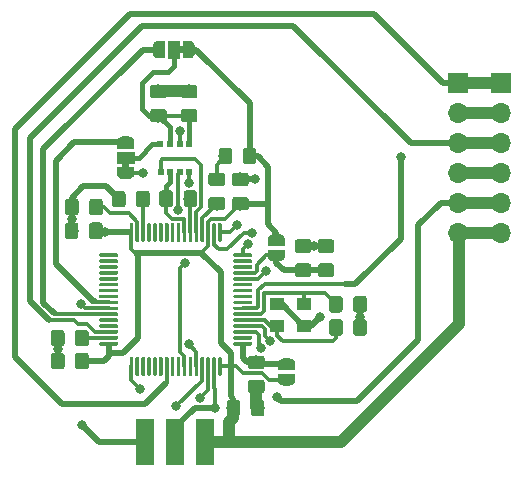
<source format=gtl>
G04 #@! TF.GenerationSoftware,KiCad,Pcbnew,(5.1.4)-1*
G04 #@! TF.CreationDate,2020-11-30T17:40:18+01:00*
G04 #@! TF.ProjectId,BME680,424d4536-3830-42e6-9b69-6361645f7063,A*
G04 #@! TF.SameCoordinates,Original*
G04 #@! TF.FileFunction,Copper,L1,Top*
G04 #@! TF.FilePolarity,Positive*
%FSLAX46Y46*%
G04 Gerber Fmt 4.6, Leading zero omitted, Abs format (unit mm)*
G04 Created by KiCad (PCBNEW (5.1.4)-1) date 2020-11-30 17:40:18*
%MOMM*%
%LPD*%
G04 APERTURE LIST*
%ADD10C,0.100000*%
%ADD11O,1.700000X1.700000*%
%ADD12R,1.700000X1.700000*%
%ADD13C,1.150000*%
%ADD14C,0.500000*%
%ADD15R,1.500000X1.000000*%
%ADD16R,1.524000X4.000000*%
%ADD17R,1.000000X1.500000*%
%ADD18R,0.500000X0.500000*%
%ADD19C,0.300000*%
%ADD20R,1.300000X1.100000*%
%ADD21C,0.800000*%
%ADD22C,0.300000*%
%ADD23C,0.500000*%
%ADD24C,1.000000*%
%ADD25C,0.400000*%
G04 APERTURE END LIST*
D10*
G36*
X118011600Y-115998000D02*
G01*
X118011600Y-115498000D01*
X118611600Y-115498000D01*
X118611600Y-115998000D01*
X118011600Y-115998000D01*
G37*
G36*
X123294000Y-106238000D02*
G01*
X122794000Y-106238000D01*
X122794000Y-105638000D01*
X123294000Y-105638000D01*
X123294000Y-106238000D01*
G37*
D11*
X150100000Y-121485000D03*
X150100000Y-118945000D03*
X150100000Y-116405000D03*
X150100000Y-113865000D03*
X150100000Y-111325000D03*
D12*
X150100000Y-108785000D03*
D10*
G36*
X124145505Y-117865204D02*
G01*
X124169773Y-117868804D01*
X124193572Y-117874765D01*
X124216671Y-117883030D01*
X124238850Y-117893520D01*
X124259893Y-117906132D01*
X124279599Y-117920747D01*
X124297777Y-117937223D01*
X124314253Y-117955401D01*
X124328868Y-117975107D01*
X124341480Y-117996150D01*
X124351970Y-118018329D01*
X124360235Y-118041428D01*
X124366196Y-118065227D01*
X124369796Y-118089495D01*
X124371000Y-118113999D01*
X124371000Y-119014001D01*
X124369796Y-119038505D01*
X124366196Y-119062773D01*
X124360235Y-119086572D01*
X124351970Y-119109671D01*
X124341480Y-119131850D01*
X124328868Y-119152893D01*
X124314253Y-119172599D01*
X124297777Y-119190777D01*
X124279599Y-119207253D01*
X124259893Y-119221868D01*
X124238850Y-119234480D01*
X124216671Y-119244970D01*
X124193572Y-119253235D01*
X124169773Y-119259196D01*
X124145505Y-119262796D01*
X124121001Y-119264000D01*
X123470999Y-119264000D01*
X123446495Y-119262796D01*
X123422227Y-119259196D01*
X123398428Y-119253235D01*
X123375329Y-119244970D01*
X123353150Y-119234480D01*
X123332107Y-119221868D01*
X123312401Y-119207253D01*
X123294223Y-119190777D01*
X123277747Y-119172599D01*
X123263132Y-119152893D01*
X123250520Y-119131850D01*
X123240030Y-119109671D01*
X123231765Y-119086572D01*
X123225804Y-119062773D01*
X123222204Y-119038505D01*
X123221000Y-119014001D01*
X123221000Y-118113999D01*
X123222204Y-118089495D01*
X123225804Y-118065227D01*
X123231765Y-118041428D01*
X123240030Y-118018329D01*
X123250520Y-117996150D01*
X123263132Y-117975107D01*
X123277747Y-117955401D01*
X123294223Y-117937223D01*
X123312401Y-117920747D01*
X123332107Y-117906132D01*
X123353150Y-117893520D01*
X123375329Y-117883030D01*
X123398428Y-117874765D01*
X123422227Y-117868804D01*
X123446495Y-117865204D01*
X123470999Y-117864000D01*
X124121001Y-117864000D01*
X124145505Y-117865204D01*
X124145505Y-117865204D01*
G37*
D13*
X123796000Y-118564000D03*
D10*
G36*
X122095505Y-117865204D02*
G01*
X122119773Y-117868804D01*
X122143572Y-117874765D01*
X122166671Y-117883030D01*
X122188850Y-117893520D01*
X122209893Y-117906132D01*
X122229599Y-117920747D01*
X122247777Y-117937223D01*
X122264253Y-117955401D01*
X122278868Y-117975107D01*
X122291480Y-117996150D01*
X122301970Y-118018329D01*
X122310235Y-118041428D01*
X122316196Y-118065227D01*
X122319796Y-118089495D01*
X122321000Y-118113999D01*
X122321000Y-119014001D01*
X122319796Y-119038505D01*
X122316196Y-119062773D01*
X122310235Y-119086572D01*
X122301970Y-119109671D01*
X122291480Y-119131850D01*
X122278868Y-119152893D01*
X122264253Y-119172599D01*
X122247777Y-119190777D01*
X122229599Y-119207253D01*
X122209893Y-119221868D01*
X122188850Y-119234480D01*
X122166671Y-119244970D01*
X122143572Y-119253235D01*
X122119773Y-119259196D01*
X122095505Y-119262796D01*
X122071001Y-119264000D01*
X121420999Y-119264000D01*
X121396495Y-119262796D01*
X121372227Y-119259196D01*
X121348428Y-119253235D01*
X121325329Y-119244970D01*
X121303150Y-119234480D01*
X121282107Y-119221868D01*
X121262401Y-119207253D01*
X121244223Y-119190777D01*
X121227747Y-119172599D01*
X121213132Y-119152893D01*
X121200520Y-119131850D01*
X121190030Y-119109671D01*
X121181765Y-119086572D01*
X121175804Y-119062773D01*
X121172204Y-119038505D01*
X121171000Y-119014001D01*
X121171000Y-118113999D01*
X121172204Y-118089495D01*
X121175804Y-118065227D01*
X121181765Y-118041428D01*
X121190030Y-118018329D01*
X121200520Y-117996150D01*
X121213132Y-117975107D01*
X121227747Y-117955401D01*
X121244223Y-117937223D01*
X121262401Y-117920747D01*
X121282107Y-117906132D01*
X121303150Y-117893520D01*
X121325329Y-117883030D01*
X121348428Y-117874765D01*
X121372227Y-117868804D01*
X121396495Y-117865204D01*
X121420999Y-117864000D01*
X122071001Y-117864000D01*
X122095505Y-117865204D01*
X122095505Y-117865204D01*
G37*
D13*
X121746000Y-118564000D03*
D14*
X118311600Y-116398000D03*
D10*
G36*
X119061600Y-115848000D02*
G01*
X119061600Y-116398000D01*
X119060998Y-116398000D01*
X119060998Y-116422534D01*
X119056188Y-116471365D01*
X119046616Y-116519490D01*
X119032372Y-116566445D01*
X119013595Y-116611778D01*
X118990464Y-116655051D01*
X118963204Y-116695850D01*
X118932076Y-116733779D01*
X118897379Y-116768476D01*
X118859450Y-116799604D01*
X118818651Y-116826864D01*
X118775378Y-116849995D01*
X118730045Y-116868772D01*
X118683090Y-116883016D01*
X118634965Y-116892588D01*
X118586134Y-116897398D01*
X118561600Y-116897398D01*
X118561600Y-116898000D01*
X118061600Y-116898000D01*
X118061600Y-116897398D01*
X118037066Y-116897398D01*
X117988235Y-116892588D01*
X117940110Y-116883016D01*
X117893155Y-116868772D01*
X117847822Y-116849995D01*
X117804549Y-116826864D01*
X117763750Y-116799604D01*
X117725821Y-116768476D01*
X117691124Y-116733779D01*
X117659996Y-116695850D01*
X117632736Y-116655051D01*
X117609605Y-116611778D01*
X117590828Y-116566445D01*
X117576584Y-116519490D01*
X117567012Y-116471365D01*
X117562202Y-116422534D01*
X117562202Y-116398000D01*
X117561600Y-116398000D01*
X117561600Y-115848000D01*
X119061600Y-115848000D01*
X119061600Y-115848000D01*
G37*
D15*
X118311600Y-115098000D03*
D14*
X118311600Y-113798000D03*
D10*
G36*
X117562202Y-113798000D02*
G01*
X117562202Y-113773466D01*
X117567012Y-113724635D01*
X117576584Y-113676510D01*
X117590828Y-113629555D01*
X117609605Y-113584222D01*
X117632736Y-113540949D01*
X117659996Y-113500150D01*
X117691124Y-113462221D01*
X117725821Y-113427524D01*
X117763750Y-113396396D01*
X117804549Y-113369136D01*
X117847822Y-113346005D01*
X117893155Y-113327228D01*
X117940110Y-113312984D01*
X117988235Y-113303412D01*
X118037066Y-113298602D01*
X118061600Y-113298602D01*
X118061600Y-113298000D01*
X118561600Y-113298000D01*
X118561600Y-113298602D01*
X118586134Y-113298602D01*
X118634965Y-113303412D01*
X118683090Y-113312984D01*
X118730045Y-113327228D01*
X118775378Y-113346005D01*
X118818651Y-113369136D01*
X118859450Y-113396396D01*
X118897379Y-113427524D01*
X118932076Y-113462221D01*
X118963204Y-113500150D01*
X118990464Y-113540949D01*
X119013595Y-113584222D01*
X119032372Y-113629555D01*
X119046616Y-113676510D01*
X119056188Y-113724635D01*
X119060998Y-113773466D01*
X119060998Y-113798000D01*
X119061600Y-113798000D01*
X119061600Y-114348000D01*
X117561600Y-114348000D01*
X117561600Y-113798000D01*
X117562202Y-113798000D01*
X117562202Y-113798000D01*
G37*
G36*
X129158305Y-114258404D02*
G01*
X129182573Y-114262004D01*
X129206372Y-114267965D01*
X129229471Y-114276230D01*
X129251650Y-114286720D01*
X129272693Y-114299332D01*
X129292399Y-114313947D01*
X129310577Y-114330423D01*
X129327053Y-114348601D01*
X129341668Y-114368307D01*
X129354280Y-114389350D01*
X129364770Y-114411529D01*
X129373035Y-114434628D01*
X129378996Y-114458427D01*
X129382596Y-114482695D01*
X129383800Y-114507199D01*
X129383800Y-115407201D01*
X129382596Y-115431705D01*
X129378996Y-115455973D01*
X129373035Y-115479772D01*
X129364770Y-115502871D01*
X129354280Y-115525050D01*
X129341668Y-115546093D01*
X129327053Y-115565799D01*
X129310577Y-115583977D01*
X129292399Y-115600453D01*
X129272693Y-115615068D01*
X129251650Y-115627680D01*
X129229471Y-115638170D01*
X129206372Y-115646435D01*
X129182573Y-115652396D01*
X129158305Y-115655996D01*
X129133801Y-115657200D01*
X128483799Y-115657200D01*
X128459295Y-115655996D01*
X128435027Y-115652396D01*
X128411228Y-115646435D01*
X128388129Y-115638170D01*
X128365950Y-115627680D01*
X128344907Y-115615068D01*
X128325201Y-115600453D01*
X128307023Y-115583977D01*
X128290547Y-115565799D01*
X128275932Y-115546093D01*
X128263320Y-115525050D01*
X128252830Y-115502871D01*
X128244565Y-115479772D01*
X128238604Y-115455973D01*
X128235004Y-115431705D01*
X128233800Y-115407201D01*
X128233800Y-114507199D01*
X128235004Y-114482695D01*
X128238604Y-114458427D01*
X128244565Y-114434628D01*
X128252830Y-114411529D01*
X128263320Y-114389350D01*
X128275932Y-114368307D01*
X128290547Y-114348601D01*
X128307023Y-114330423D01*
X128325201Y-114313947D01*
X128344907Y-114299332D01*
X128365950Y-114286720D01*
X128388129Y-114276230D01*
X128411228Y-114267965D01*
X128435027Y-114262004D01*
X128459295Y-114258404D01*
X128483799Y-114257200D01*
X129133801Y-114257200D01*
X129158305Y-114258404D01*
X129158305Y-114258404D01*
G37*
D13*
X128808800Y-114957200D03*
D10*
G36*
X127108305Y-114258404D02*
G01*
X127132573Y-114262004D01*
X127156372Y-114267965D01*
X127179471Y-114276230D01*
X127201650Y-114286720D01*
X127222693Y-114299332D01*
X127242399Y-114313947D01*
X127260577Y-114330423D01*
X127277053Y-114348601D01*
X127291668Y-114368307D01*
X127304280Y-114389350D01*
X127314770Y-114411529D01*
X127323035Y-114434628D01*
X127328996Y-114458427D01*
X127332596Y-114482695D01*
X127333800Y-114507199D01*
X127333800Y-115407201D01*
X127332596Y-115431705D01*
X127328996Y-115455973D01*
X127323035Y-115479772D01*
X127314770Y-115502871D01*
X127304280Y-115525050D01*
X127291668Y-115546093D01*
X127277053Y-115565799D01*
X127260577Y-115583977D01*
X127242399Y-115600453D01*
X127222693Y-115615068D01*
X127201650Y-115627680D01*
X127179471Y-115638170D01*
X127156372Y-115646435D01*
X127132573Y-115652396D01*
X127108305Y-115655996D01*
X127083801Y-115657200D01*
X126433799Y-115657200D01*
X126409295Y-115655996D01*
X126385027Y-115652396D01*
X126361228Y-115646435D01*
X126338129Y-115638170D01*
X126315950Y-115627680D01*
X126294907Y-115615068D01*
X126275201Y-115600453D01*
X126257023Y-115583977D01*
X126240547Y-115565799D01*
X126225932Y-115546093D01*
X126213320Y-115525050D01*
X126202830Y-115502871D01*
X126194565Y-115479772D01*
X126188604Y-115455973D01*
X126185004Y-115431705D01*
X126183800Y-115407201D01*
X126183800Y-114507199D01*
X126185004Y-114482695D01*
X126188604Y-114458427D01*
X126194565Y-114434628D01*
X126202830Y-114411529D01*
X126213320Y-114389350D01*
X126225932Y-114368307D01*
X126240547Y-114348601D01*
X126257023Y-114330423D01*
X126275201Y-114313947D01*
X126294907Y-114299332D01*
X126315950Y-114286720D01*
X126338129Y-114276230D01*
X126361228Y-114267965D01*
X126385027Y-114262004D01*
X126409295Y-114258404D01*
X126433799Y-114257200D01*
X127083801Y-114257200D01*
X127108305Y-114258404D01*
X127108305Y-114258404D01*
G37*
D13*
X126758800Y-114957200D03*
D16*
X119960000Y-139168000D03*
X122500000Y-139168000D03*
X125040000Y-139168000D03*
D10*
G36*
X124168505Y-110964204D02*
G01*
X124192773Y-110967804D01*
X124216572Y-110973765D01*
X124239671Y-110982030D01*
X124261850Y-110992520D01*
X124282893Y-111005132D01*
X124302599Y-111019747D01*
X124320777Y-111036223D01*
X124337253Y-111054401D01*
X124351868Y-111074107D01*
X124364480Y-111095150D01*
X124374970Y-111117329D01*
X124383235Y-111140428D01*
X124389196Y-111164227D01*
X124392796Y-111188495D01*
X124394000Y-111212999D01*
X124394000Y-111863001D01*
X124392796Y-111887505D01*
X124389196Y-111911773D01*
X124383235Y-111935572D01*
X124374970Y-111958671D01*
X124364480Y-111980850D01*
X124351868Y-112001893D01*
X124337253Y-112021599D01*
X124320777Y-112039777D01*
X124302599Y-112056253D01*
X124282893Y-112070868D01*
X124261850Y-112083480D01*
X124239671Y-112093970D01*
X124216572Y-112102235D01*
X124192773Y-112108196D01*
X124168505Y-112111796D01*
X124144001Y-112113000D01*
X123243999Y-112113000D01*
X123219495Y-112111796D01*
X123195227Y-112108196D01*
X123171428Y-112102235D01*
X123148329Y-112093970D01*
X123126150Y-112083480D01*
X123105107Y-112070868D01*
X123085401Y-112056253D01*
X123067223Y-112039777D01*
X123050747Y-112021599D01*
X123036132Y-112001893D01*
X123023520Y-111980850D01*
X123013030Y-111958671D01*
X123004765Y-111935572D01*
X122998804Y-111911773D01*
X122995204Y-111887505D01*
X122994000Y-111863001D01*
X122994000Y-111212999D01*
X122995204Y-111188495D01*
X122998804Y-111164227D01*
X123004765Y-111140428D01*
X123013030Y-111117329D01*
X123023520Y-111095150D01*
X123036132Y-111074107D01*
X123050747Y-111054401D01*
X123067223Y-111036223D01*
X123085401Y-111019747D01*
X123105107Y-111005132D01*
X123126150Y-110992520D01*
X123148329Y-110982030D01*
X123171428Y-110973765D01*
X123195227Y-110967804D01*
X123219495Y-110964204D01*
X123243999Y-110963000D01*
X124144001Y-110963000D01*
X124168505Y-110964204D01*
X124168505Y-110964204D01*
G37*
D13*
X123694000Y-111538000D03*
D10*
G36*
X124168505Y-108914204D02*
G01*
X124192773Y-108917804D01*
X124216572Y-108923765D01*
X124239671Y-108932030D01*
X124261850Y-108942520D01*
X124282893Y-108955132D01*
X124302599Y-108969747D01*
X124320777Y-108986223D01*
X124337253Y-109004401D01*
X124351868Y-109024107D01*
X124364480Y-109045150D01*
X124374970Y-109067329D01*
X124383235Y-109090428D01*
X124389196Y-109114227D01*
X124392796Y-109138495D01*
X124394000Y-109162999D01*
X124394000Y-109813001D01*
X124392796Y-109837505D01*
X124389196Y-109861773D01*
X124383235Y-109885572D01*
X124374970Y-109908671D01*
X124364480Y-109930850D01*
X124351868Y-109951893D01*
X124337253Y-109971599D01*
X124320777Y-109989777D01*
X124302599Y-110006253D01*
X124282893Y-110020868D01*
X124261850Y-110033480D01*
X124239671Y-110043970D01*
X124216572Y-110052235D01*
X124192773Y-110058196D01*
X124168505Y-110061796D01*
X124144001Y-110063000D01*
X123243999Y-110063000D01*
X123219495Y-110061796D01*
X123195227Y-110058196D01*
X123171428Y-110052235D01*
X123148329Y-110043970D01*
X123126150Y-110033480D01*
X123105107Y-110020868D01*
X123085401Y-110006253D01*
X123067223Y-109989777D01*
X123050747Y-109971599D01*
X123036132Y-109951893D01*
X123023520Y-109930850D01*
X123013030Y-109908671D01*
X123004765Y-109885572D01*
X122998804Y-109861773D01*
X122995204Y-109837505D01*
X122994000Y-109813001D01*
X122994000Y-109162999D01*
X122995204Y-109138495D01*
X122998804Y-109114227D01*
X123004765Y-109090428D01*
X123013030Y-109067329D01*
X123023520Y-109045150D01*
X123036132Y-109024107D01*
X123050747Y-109004401D01*
X123067223Y-108986223D01*
X123085401Y-108969747D01*
X123105107Y-108955132D01*
X123126150Y-108942520D01*
X123148329Y-108932030D01*
X123171428Y-108923765D01*
X123195227Y-108917804D01*
X123219495Y-108914204D01*
X123243999Y-108913000D01*
X124144001Y-108913000D01*
X124168505Y-108914204D01*
X124168505Y-108914204D01*
G37*
D13*
X123694000Y-109488000D03*
D10*
G36*
X121570505Y-108914204D02*
G01*
X121594773Y-108917804D01*
X121618572Y-108923765D01*
X121641671Y-108932030D01*
X121663850Y-108942520D01*
X121684893Y-108955132D01*
X121704599Y-108969747D01*
X121722777Y-108986223D01*
X121739253Y-109004401D01*
X121753868Y-109024107D01*
X121766480Y-109045150D01*
X121776970Y-109067329D01*
X121785235Y-109090428D01*
X121791196Y-109114227D01*
X121794796Y-109138495D01*
X121796000Y-109162999D01*
X121796000Y-109813001D01*
X121794796Y-109837505D01*
X121791196Y-109861773D01*
X121785235Y-109885572D01*
X121776970Y-109908671D01*
X121766480Y-109930850D01*
X121753868Y-109951893D01*
X121739253Y-109971599D01*
X121722777Y-109989777D01*
X121704599Y-110006253D01*
X121684893Y-110020868D01*
X121663850Y-110033480D01*
X121641671Y-110043970D01*
X121618572Y-110052235D01*
X121594773Y-110058196D01*
X121570505Y-110061796D01*
X121546001Y-110063000D01*
X120645999Y-110063000D01*
X120621495Y-110061796D01*
X120597227Y-110058196D01*
X120573428Y-110052235D01*
X120550329Y-110043970D01*
X120528150Y-110033480D01*
X120507107Y-110020868D01*
X120487401Y-110006253D01*
X120469223Y-109989777D01*
X120452747Y-109971599D01*
X120438132Y-109951893D01*
X120425520Y-109930850D01*
X120415030Y-109908671D01*
X120406765Y-109885572D01*
X120400804Y-109861773D01*
X120397204Y-109837505D01*
X120396000Y-109813001D01*
X120396000Y-109162999D01*
X120397204Y-109138495D01*
X120400804Y-109114227D01*
X120406765Y-109090428D01*
X120415030Y-109067329D01*
X120425520Y-109045150D01*
X120438132Y-109024107D01*
X120452747Y-109004401D01*
X120469223Y-108986223D01*
X120487401Y-108969747D01*
X120507107Y-108955132D01*
X120528150Y-108942520D01*
X120550329Y-108932030D01*
X120573428Y-108923765D01*
X120597227Y-108917804D01*
X120621495Y-108914204D01*
X120645999Y-108913000D01*
X121546001Y-108913000D01*
X121570505Y-108914204D01*
X121570505Y-108914204D01*
G37*
D13*
X121096000Y-109488000D03*
D10*
G36*
X121570505Y-110964204D02*
G01*
X121594773Y-110967804D01*
X121618572Y-110973765D01*
X121641671Y-110982030D01*
X121663850Y-110992520D01*
X121684893Y-111005132D01*
X121704599Y-111019747D01*
X121722777Y-111036223D01*
X121739253Y-111054401D01*
X121753868Y-111074107D01*
X121766480Y-111095150D01*
X121776970Y-111117329D01*
X121785235Y-111140428D01*
X121791196Y-111164227D01*
X121794796Y-111188495D01*
X121796000Y-111212999D01*
X121796000Y-111863001D01*
X121794796Y-111887505D01*
X121791196Y-111911773D01*
X121785235Y-111935572D01*
X121776970Y-111958671D01*
X121766480Y-111980850D01*
X121753868Y-112001893D01*
X121739253Y-112021599D01*
X121722777Y-112039777D01*
X121704599Y-112056253D01*
X121684893Y-112070868D01*
X121663850Y-112083480D01*
X121641671Y-112093970D01*
X121618572Y-112102235D01*
X121594773Y-112108196D01*
X121570505Y-112111796D01*
X121546001Y-112113000D01*
X120645999Y-112113000D01*
X120621495Y-112111796D01*
X120597227Y-112108196D01*
X120573428Y-112102235D01*
X120550329Y-112093970D01*
X120528150Y-112083480D01*
X120507107Y-112070868D01*
X120487401Y-112056253D01*
X120469223Y-112039777D01*
X120452747Y-112021599D01*
X120438132Y-112001893D01*
X120425520Y-111980850D01*
X120415030Y-111958671D01*
X120406765Y-111935572D01*
X120400804Y-111911773D01*
X120397204Y-111887505D01*
X120396000Y-111863001D01*
X120396000Y-111212999D01*
X120397204Y-111188495D01*
X120400804Y-111164227D01*
X120406765Y-111140428D01*
X120415030Y-111117329D01*
X120425520Y-111095150D01*
X120438132Y-111074107D01*
X120452747Y-111054401D01*
X120469223Y-111036223D01*
X120487401Y-111019747D01*
X120507107Y-111005132D01*
X120528150Y-110992520D01*
X120550329Y-110982030D01*
X120573428Y-110973765D01*
X120597227Y-110967804D01*
X120621495Y-110964204D01*
X120645999Y-110963000D01*
X121546001Y-110963000D01*
X121570505Y-110964204D01*
X121570505Y-110964204D01*
G37*
D13*
X121096000Y-111538000D03*
D14*
X121094000Y-105938000D03*
D10*
G36*
X121094000Y-106687398D02*
G01*
X121069466Y-106687398D01*
X121020635Y-106682588D01*
X120972510Y-106673016D01*
X120925555Y-106658772D01*
X120880222Y-106639995D01*
X120836949Y-106616864D01*
X120796150Y-106589604D01*
X120758221Y-106558476D01*
X120723524Y-106523779D01*
X120692396Y-106485850D01*
X120665136Y-106445051D01*
X120642005Y-106401778D01*
X120623228Y-106356445D01*
X120608984Y-106309490D01*
X120599412Y-106261365D01*
X120594602Y-106212534D01*
X120594602Y-106188000D01*
X120594000Y-106188000D01*
X120594000Y-105688000D01*
X120594602Y-105688000D01*
X120594602Y-105663466D01*
X120599412Y-105614635D01*
X120608984Y-105566510D01*
X120623228Y-105519555D01*
X120642005Y-105474222D01*
X120665136Y-105430949D01*
X120692396Y-105390150D01*
X120723524Y-105352221D01*
X120758221Y-105317524D01*
X120796150Y-105286396D01*
X120836949Y-105259136D01*
X120880222Y-105236005D01*
X120925555Y-105217228D01*
X120972510Y-105202984D01*
X121020635Y-105193412D01*
X121069466Y-105188602D01*
X121094000Y-105188602D01*
X121094000Y-105188000D01*
X121644000Y-105188000D01*
X121644000Y-106688000D01*
X121094000Y-106688000D01*
X121094000Y-106687398D01*
X121094000Y-106687398D01*
G37*
D17*
X122394000Y-105938000D03*
D14*
X123694000Y-105938000D03*
D10*
G36*
X123144000Y-105188000D02*
G01*
X123694000Y-105188000D01*
X123694000Y-105188602D01*
X123718534Y-105188602D01*
X123767365Y-105193412D01*
X123815490Y-105202984D01*
X123862445Y-105217228D01*
X123907778Y-105236005D01*
X123951051Y-105259136D01*
X123991850Y-105286396D01*
X124029779Y-105317524D01*
X124064476Y-105352221D01*
X124095604Y-105390150D01*
X124122864Y-105430949D01*
X124145995Y-105474222D01*
X124164772Y-105519555D01*
X124179016Y-105566510D01*
X124188588Y-105614635D01*
X124193398Y-105663466D01*
X124193398Y-105688000D01*
X124194000Y-105688000D01*
X124194000Y-106188000D01*
X124193398Y-106188000D01*
X124193398Y-106212534D01*
X124188588Y-106261365D01*
X124179016Y-106309490D01*
X124164772Y-106356445D01*
X124145995Y-106401778D01*
X124122864Y-106445051D01*
X124095604Y-106485850D01*
X124064476Y-106523779D01*
X124029779Y-106558476D01*
X123991850Y-106589604D01*
X123951051Y-106616864D01*
X123907778Y-106639995D01*
X123862445Y-106658772D01*
X123815490Y-106673016D01*
X123767365Y-106682588D01*
X123718534Y-106687398D01*
X123694000Y-106687398D01*
X123694000Y-106688000D01*
X123144000Y-106688000D01*
X123144000Y-105188000D01*
X123144000Y-105188000D01*
G37*
G36*
X126505705Y-116355604D02*
G01*
X126529973Y-116359204D01*
X126553772Y-116365165D01*
X126576871Y-116373430D01*
X126599050Y-116383920D01*
X126620093Y-116396532D01*
X126639799Y-116411147D01*
X126657977Y-116427623D01*
X126674453Y-116445801D01*
X126689068Y-116465507D01*
X126701680Y-116486550D01*
X126712170Y-116508729D01*
X126720435Y-116531828D01*
X126726396Y-116555627D01*
X126729996Y-116579895D01*
X126731200Y-116604399D01*
X126731200Y-117254401D01*
X126729996Y-117278905D01*
X126726396Y-117303173D01*
X126720435Y-117326972D01*
X126712170Y-117350071D01*
X126701680Y-117372250D01*
X126689068Y-117393293D01*
X126674453Y-117412999D01*
X126657977Y-117431177D01*
X126639799Y-117447653D01*
X126620093Y-117462268D01*
X126599050Y-117474880D01*
X126576871Y-117485370D01*
X126553772Y-117493635D01*
X126529973Y-117499596D01*
X126505705Y-117503196D01*
X126481201Y-117504400D01*
X125581199Y-117504400D01*
X125556695Y-117503196D01*
X125532427Y-117499596D01*
X125508628Y-117493635D01*
X125485529Y-117485370D01*
X125463350Y-117474880D01*
X125442307Y-117462268D01*
X125422601Y-117447653D01*
X125404423Y-117431177D01*
X125387947Y-117412999D01*
X125373332Y-117393293D01*
X125360720Y-117372250D01*
X125350230Y-117350071D01*
X125341965Y-117326972D01*
X125336004Y-117303173D01*
X125332404Y-117278905D01*
X125331200Y-117254401D01*
X125331200Y-116604399D01*
X125332404Y-116579895D01*
X125336004Y-116555627D01*
X125341965Y-116531828D01*
X125350230Y-116508729D01*
X125360720Y-116486550D01*
X125373332Y-116465507D01*
X125387947Y-116445801D01*
X125404423Y-116427623D01*
X125422601Y-116411147D01*
X125442307Y-116396532D01*
X125463350Y-116383920D01*
X125485529Y-116373430D01*
X125508628Y-116365165D01*
X125532427Y-116359204D01*
X125556695Y-116355604D01*
X125581199Y-116354400D01*
X126481201Y-116354400D01*
X126505705Y-116355604D01*
X126505705Y-116355604D01*
G37*
D13*
X126031200Y-116929400D03*
D10*
G36*
X126505705Y-118405604D02*
G01*
X126529973Y-118409204D01*
X126553772Y-118415165D01*
X126576871Y-118423430D01*
X126599050Y-118433920D01*
X126620093Y-118446532D01*
X126639799Y-118461147D01*
X126657977Y-118477623D01*
X126674453Y-118495801D01*
X126689068Y-118515507D01*
X126701680Y-118536550D01*
X126712170Y-118558729D01*
X126720435Y-118581828D01*
X126726396Y-118605627D01*
X126729996Y-118629895D01*
X126731200Y-118654399D01*
X126731200Y-119304401D01*
X126729996Y-119328905D01*
X126726396Y-119353173D01*
X126720435Y-119376972D01*
X126712170Y-119400071D01*
X126701680Y-119422250D01*
X126689068Y-119443293D01*
X126674453Y-119462999D01*
X126657977Y-119481177D01*
X126639799Y-119497653D01*
X126620093Y-119512268D01*
X126599050Y-119524880D01*
X126576871Y-119535370D01*
X126553772Y-119543635D01*
X126529973Y-119549596D01*
X126505705Y-119553196D01*
X126481201Y-119554400D01*
X125581199Y-119554400D01*
X125556695Y-119553196D01*
X125532427Y-119549596D01*
X125508628Y-119543635D01*
X125485529Y-119535370D01*
X125463350Y-119524880D01*
X125442307Y-119512268D01*
X125422601Y-119497653D01*
X125404423Y-119481177D01*
X125387947Y-119462999D01*
X125373332Y-119443293D01*
X125360720Y-119422250D01*
X125350230Y-119400071D01*
X125341965Y-119376972D01*
X125336004Y-119353173D01*
X125332404Y-119328905D01*
X125331200Y-119304401D01*
X125331200Y-118654399D01*
X125332404Y-118629895D01*
X125336004Y-118605627D01*
X125341965Y-118581828D01*
X125350230Y-118558729D01*
X125360720Y-118536550D01*
X125373332Y-118515507D01*
X125387947Y-118495801D01*
X125404423Y-118477623D01*
X125422601Y-118461147D01*
X125442307Y-118446532D01*
X125463350Y-118433920D01*
X125485529Y-118423430D01*
X125508628Y-118415165D01*
X125532427Y-118409204D01*
X125556695Y-118405604D01*
X125581199Y-118404400D01*
X126481201Y-118404400D01*
X126505705Y-118405604D01*
X126505705Y-118405604D01*
G37*
D13*
X126031200Y-118979400D03*
D18*
X123681600Y-116338000D03*
X122881600Y-116338000D03*
X122081600Y-116338000D03*
X121281600Y-116338000D03*
X121261600Y-113938000D03*
X122081600Y-113938000D03*
X122881600Y-113938000D03*
X123681600Y-113938000D03*
D10*
G36*
X129858505Y-131849604D02*
G01*
X129882773Y-131853204D01*
X129906572Y-131859165D01*
X129929671Y-131867430D01*
X129951850Y-131877920D01*
X129972893Y-131890532D01*
X129992599Y-131905147D01*
X130010777Y-131921623D01*
X130027253Y-131939801D01*
X130041868Y-131959507D01*
X130054480Y-131980550D01*
X130064970Y-132002729D01*
X130073235Y-132025828D01*
X130079196Y-132049627D01*
X130082796Y-132073895D01*
X130084000Y-132098399D01*
X130084000Y-132748401D01*
X130082796Y-132772905D01*
X130079196Y-132797173D01*
X130073235Y-132820972D01*
X130064970Y-132844071D01*
X130054480Y-132866250D01*
X130041868Y-132887293D01*
X130027253Y-132906999D01*
X130010777Y-132925177D01*
X129992599Y-132941653D01*
X129972893Y-132956268D01*
X129951850Y-132968880D01*
X129929671Y-132979370D01*
X129906572Y-132987635D01*
X129882773Y-132993596D01*
X129858505Y-132997196D01*
X129834001Y-132998400D01*
X128933999Y-132998400D01*
X128909495Y-132997196D01*
X128885227Y-132993596D01*
X128861428Y-132987635D01*
X128838329Y-132979370D01*
X128816150Y-132968880D01*
X128795107Y-132956268D01*
X128775401Y-132941653D01*
X128757223Y-132925177D01*
X128740747Y-132906999D01*
X128726132Y-132887293D01*
X128713520Y-132866250D01*
X128703030Y-132844071D01*
X128694765Y-132820972D01*
X128688804Y-132797173D01*
X128685204Y-132772905D01*
X128684000Y-132748401D01*
X128684000Y-132098399D01*
X128685204Y-132073895D01*
X128688804Y-132049627D01*
X128694765Y-132025828D01*
X128703030Y-132002729D01*
X128713520Y-131980550D01*
X128726132Y-131959507D01*
X128740747Y-131939801D01*
X128757223Y-131921623D01*
X128775401Y-131905147D01*
X128795107Y-131890532D01*
X128816150Y-131877920D01*
X128838329Y-131867430D01*
X128861428Y-131859165D01*
X128885227Y-131853204D01*
X128909495Y-131849604D01*
X128933999Y-131848400D01*
X129834001Y-131848400D01*
X129858505Y-131849604D01*
X129858505Y-131849604D01*
G37*
D13*
X129384000Y-132423400D03*
D10*
G36*
X129858505Y-133899604D02*
G01*
X129882773Y-133903204D01*
X129906572Y-133909165D01*
X129929671Y-133917430D01*
X129951850Y-133927920D01*
X129972893Y-133940532D01*
X129992599Y-133955147D01*
X130010777Y-133971623D01*
X130027253Y-133989801D01*
X130041868Y-134009507D01*
X130054480Y-134030550D01*
X130064970Y-134052729D01*
X130073235Y-134075828D01*
X130079196Y-134099627D01*
X130082796Y-134123895D01*
X130084000Y-134148399D01*
X130084000Y-134798401D01*
X130082796Y-134822905D01*
X130079196Y-134847173D01*
X130073235Y-134870972D01*
X130064970Y-134894071D01*
X130054480Y-134916250D01*
X130041868Y-134937293D01*
X130027253Y-134956999D01*
X130010777Y-134975177D01*
X129992599Y-134991653D01*
X129972893Y-135006268D01*
X129951850Y-135018880D01*
X129929671Y-135029370D01*
X129906572Y-135037635D01*
X129882773Y-135043596D01*
X129858505Y-135047196D01*
X129834001Y-135048400D01*
X128933999Y-135048400D01*
X128909495Y-135047196D01*
X128885227Y-135043596D01*
X128861428Y-135037635D01*
X128838329Y-135029370D01*
X128816150Y-135018880D01*
X128795107Y-135006268D01*
X128775401Y-134991653D01*
X128757223Y-134975177D01*
X128740747Y-134956999D01*
X128726132Y-134937293D01*
X128713520Y-134916250D01*
X128703030Y-134894071D01*
X128694765Y-134870972D01*
X128688804Y-134847173D01*
X128685204Y-134822905D01*
X128684000Y-134798401D01*
X128684000Y-134148399D01*
X128685204Y-134123895D01*
X128688804Y-134099627D01*
X128694765Y-134075828D01*
X128703030Y-134052729D01*
X128713520Y-134030550D01*
X128726132Y-134009507D01*
X128740747Y-133989801D01*
X128757223Y-133971623D01*
X128775401Y-133955147D01*
X128795107Y-133940532D01*
X128816150Y-133927920D01*
X128838329Y-133917430D01*
X128861428Y-133909165D01*
X128885227Y-133903204D01*
X128909495Y-133899604D01*
X128933999Y-133898400D01*
X129834001Y-133898400D01*
X129858505Y-133899604D01*
X129858505Y-133899604D01*
G37*
D13*
X129384000Y-134473400D03*
D10*
G36*
X136464505Y-126806004D02*
G01*
X136488773Y-126809604D01*
X136512572Y-126815565D01*
X136535671Y-126823830D01*
X136557850Y-126834320D01*
X136578893Y-126846932D01*
X136598599Y-126861547D01*
X136616777Y-126878023D01*
X136633253Y-126896201D01*
X136647868Y-126915907D01*
X136660480Y-126936950D01*
X136670970Y-126959129D01*
X136679235Y-126982228D01*
X136685196Y-127006027D01*
X136688796Y-127030295D01*
X136690000Y-127054799D01*
X136690000Y-127954801D01*
X136688796Y-127979305D01*
X136685196Y-128003573D01*
X136679235Y-128027372D01*
X136670970Y-128050471D01*
X136660480Y-128072650D01*
X136647868Y-128093693D01*
X136633253Y-128113399D01*
X136616777Y-128131577D01*
X136598599Y-128148053D01*
X136578893Y-128162668D01*
X136557850Y-128175280D01*
X136535671Y-128185770D01*
X136512572Y-128194035D01*
X136488773Y-128199996D01*
X136464505Y-128203596D01*
X136440001Y-128204800D01*
X135789999Y-128204800D01*
X135765495Y-128203596D01*
X135741227Y-128199996D01*
X135717428Y-128194035D01*
X135694329Y-128185770D01*
X135672150Y-128175280D01*
X135651107Y-128162668D01*
X135631401Y-128148053D01*
X135613223Y-128131577D01*
X135596747Y-128113399D01*
X135582132Y-128093693D01*
X135569520Y-128072650D01*
X135559030Y-128050471D01*
X135550765Y-128027372D01*
X135544804Y-128003573D01*
X135541204Y-127979305D01*
X135540000Y-127954801D01*
X135540000Y-127054799D01*
X135541204Y-127030295D01*
X135544804Y-127006027D01*
X135550765Y-126982228D01*
X135559030Y-126959129D01*
X135569520Y-126936950D01*
X135582132Y-126915907D01*
X135596747Y-126896201D01*
X135613223Y-126878023D01*
X135631401Y-126861547D01*
X135651107Y-126846932D01*
X135672150Y-126834320D01*
X135694329Y-126823830D01*
X135717428Y-126815565D01*
X135741227Y-126809604D01*
X135765495Y-126806004D01*
X135789999Y-126804800D01*
X136440001Y-126804800D01*
X136464505Y-126806004D01*
X136464505Y-126806004D01*
G37*
D13*
X136115000Y-127504800D03*
D10*
G36*
X138514505Y-126806004D02*
G01*
X138538773Y-126809604D01*
X138562572Y-126815565D01*
X138585671Y-126823830D01*
X138607850Y-126834320D01*
X138628893Y-126846932D01*
X138648599Y-126861547D01*
X138666777Y-126878023D01*
X138683253Y-126896201D01*
X138697868Y-126915907D01*
X138710480Y-126936950D01*
X138720970Y-126959129D01*
X138729235Y-126982228D01*
X138735196Y-127006027D01*
X138738796Y-127030295D01*
X138740000Y-127054799D01*
X138740000Y-127954801D01*
X138738796Y-127979305D01*
X138735196Y-128003573D01*
X138729235Y-128027372D01*
X138720970Y-128050471D01*
X138710480Y-128072650D01*
X138697868Y-128093693D01*
X138683253Y-128113399D01*
X138666777Y-128131577D01*
X138648599Y-128148053D01*
X138628893Y-128162668D01*
X138607850Y-128175280D01*
X138585671Y-128185770D01*
X138562572Y-128194035D01*
X138538773Y-128199996D01*
X138514505Y-128203596D01*
X138490001Y-128204800D01*
X137839999Y-128204800D01*
X137815495Y-128203596D01*
X137791227Y-128199996D01*
X137767428Y-128194035D01*
X137744329Y-128185770D01*
X137722150Y-128175280D01*
X137701107Y-128162668D01*
X137681401Y-128148053D01*
X137663223Y-128131577D01*
X137646747Y-128113399D01*
X137632132Y-128093693D01*
X137619520Y-128072650D01*
X137609030Y-128050471D01*
X137600765Y-128027372D01*
X137594804Y-128003573D01*
X137591204Y-127979305D01*
X137590000Y-127954801D01*
X137590000Y-127054799D01*
X137591204Y-127030295D01*
X137594804Y-127006027D01*
X137600765Y-126982228D01*
X137609030Y-126959129D01*
X137619520Y-126936950D01*
X137632132Y-126915907D01*
X137646747Y-126896201D01*
X137663223Y-126878023D01*
X137681401Y-126861547D01*
X137701107Y-126846932D01*
X137722150Y-126834320D01*
X137744329Y-126823830D01*
X137767428Y-126815565D01*
X137791227Y-126809604D01*
X137815495Y-126806004D01*
X137839999Y-126804800D01*
X138490001Y-126804800D01*
X138514505Y-126806004D01*
X138514505Y-126806004D01*
G37*
D13*
X138165000Y-127504800D03*
D10*
G36*
X138514505Y-128761804D02*
G01*
X138538773Y-128765404D01*
X138562572Y-128771365D01*
X138585671Y-128779630D01*
X138607850Y-128790120D01*
X138628893Y-128802732D01*
X138648599Y-128817347D01*
X138666777Y-128833823D01*
X138683253Y-128852001D01*
X138697868Y-128871707D01*
X138710480Y-128892750D01*
X138720970Y-128914929D01*
X138729235Y-128938028D01*
X138735196Y-128961827D01*
X138738796Y-128986095D01*
X138740000Y-129010599D01*
X138740000Y-129910601D01*
X138738796Y-129935105D01*
X138735196Y-129959373D01*
X138729235Y-129983172D01*
X138720970Y-130006271D01*
X138710480Y-130028450D01*
X138697868Y-130049493D01*
X138683253Y-130069199D01*
X138666777Y-130087377D01*
X138648599Y-130103853D01*
X138628893Y-130118468D01*
X138607850Y-130131080D01*
X138585671Y-130141570D01*
X138562572Y-130149835D01*
X138538773Y-130155796D01*
X138514505Y-130159396D01*
X138490001Y-130160600D01*
X137839999Y-130160600D01*
X137815495Y-130159396D01*
X137791227Y-130155796D01*
X137767428Y-130149835D01*
X137744329Y-130141570D01*
X137722150Y-130131080D01*
X137701107Y-130118468D01*
X137681401Y-130103853D01*
X137663223Y-130087377D01*
X137646747Y-130069199D01*
X137632132Y-130049493D01*
X137619520Y-130028450D01*
X137609030Y-130006271D01*
X137600765Y-129983172D01*
X137594804Y-129959373D01*
X137591204Y-129935105D01*
X137590000Y-129910601D01*
X137590000Y-129010599D01*
X137591204Y-128986095D01*
X137594804Y-128961827D01*
X137600765Y-128938028D01*
X137609030Y-128914929D01*
X137619520Y-128892750D01*
X137632132Y-128871707D01*
X137646747Y-128852001D01*
X137663223Y-128833823D01*
X137681401Y-128817347D01*
X137701107Y-128802732D01*
X137722150Y-128790120D01*
X137744329Y-128779630D01*
X137767428Y-128771365D01*
X137791227Y-128765404D01*
X137815495Y-128761804D01*
X137839999Y-128760600D01*
X138490001Y-128760600D01*
X138514505Y-128761804D01*
X138514505Y-128761804D01*
G37*
D13*
X138165000Y-129460600D03*
D10*
G36*
X136464505Y-128761804D02*
G01*
X136488773Y-128765404D01*
X136512572Y-128771365D01*
X136535671Y-128779630D01*
X136557850Y-128790120D01*
X136578893Y-128802732D01*
X136598599Y-128817347D01*
X136616777Y-128833823D01*
X136633253Y-128852001D01*
X136647868Y-128871707D01*
X136660480Y-128892750D01*
X136670970Y-128914929D01*
X136679235Y-128938028D01*
X136685196Y-128961827D01*
X136688796Y-128986095D01*
X136690000Y-129010599D01*
X136690000Y-129910601D01*
X136688796Y-129935105D01*
X136685196Y-129959373D01*
X136679235Y-129983172D01*
X136670970Y-130006271D01*
X136660480Y-130028450D01*
X136647868Y-130049493D01*
X136633253Y-130069199D01*
X136616777Y-130087377D01*
X136598599Y-130103853D01*
X136578893Y-130118468D01*
X136557850Y-130131080D01*
X136535671Y-130141570D01*
X136512572Y-130149835D01*
X136488773Y-130155796D01*
X136464505Y-130159396D01*
X136440001Y-130160600D01*
X135789999Y-130160600D01*
X135765495Y-130159396D01*
X135741227Y-130155796D01*
X135717428Y-130149835D01*
X135694329Y-130141570D01*
X135672150Y-130131080D01*
X135651107Y-130118468D01*
X135631401Y-130103853D01*
X135613223Y-130087377D01*
X135596747Y-130069199D01*
X135582132Y-130049493D01*
X135569520Y-130028450D01*
X135559030Y-130006271D01*
X135550765Y-129983172D01*
X135544804Y-129959373D01*
X135541204Y-129935105D01*
X135540000Y-129910601D01*
X135540000Y-129010599D01*
X135541204Y-128986095D01*
X135544804Y-128961827D01*
X135550765Y-128938028D01*
X135559030Y-128914929D01*
X135569520Y-128892750D01*
X135582132Y-128871707D01*
X135596747Y-128852001D01*
X135613223Y-128833823D01*
X135631401Y-128817347D01*
X135651107Y-128802732D01*
X135672150Y-128790120D01*
X135694329Y-128779630D01*
X135717428Y-128771365D01*
X135741227Y-128765404D01*
X135765495Y-128761804D01*
X135789999Y-128760600D01*
X136440001Y-128760600D01*
X136464505Y-128761804D01*
X136464505Y-128761804D01*
G37*
D13*
X136115000Y-129460600D03*
D10*
G36*
X128512305Y-116364604D02*
G01*
X128536573Y-116368204D01*
X128560372Y-116374165D01*
X128583471Y-116382430D01*
X128605650Y-116392920D01*
X128626693Y-116405532D01*
X128646399Y-116420147D01*
X128664577Y-116436623D01*
X128681053Y-116454801D01*
X128695668Y-116474507D01*
X128708280Y-116495550D01*
X128718770Y-116517729D01*
X128727035Y-116540828D01*
X128732996Y-116564627D01*
X128736596Y-116588895D01*
X128737800Y-116613399D01*
X128737800Y-117263401D01*
X128736596Y-117287905D01*
X128732996Y-117312173D01*
X128727035Y-117335972D01*
X128718770Y-117359071D01*
X128708280Y-117381250D01*
X128695668Y-117402293D01*
X128681053Y-117421999D01*
X128664577Y-117440177D01*
X128646399Y-117456653D01*
X128626693Y-117471268D01*
X128605650Y-117483880D01*
X128583471Y-117494370D01*
X128560372Y-117502635D01*
X128536573Y-117508596D01*
X128512305Y-117512196D01*
X128487801Y-117513400D01*
X127587799Y-117513400D01*
X127563295Y-117512196D01*
X127539027Y-117508596D01*
X127515228Y-117502635D01*
X127492129Y-117494370D01*
X127469950Y-117483880D01*
X127448907Y-117471268D01*
X127429201Y-117456653D01*
X127411023Y-117440177D01*
X127394547Y-117421999D01*
X127379932Y-117402293D01*
X127367320Y-117381250D01*
X127356830Y-117359071D01*
X127348565Y-117335972D01*
X127342604Y-117312173D01*
X127339004Y-117287905D01*
X127337800Y-117263401D01*
X127337800Y-116613399D01*
X127339004Y-116588895D01*
X127342604Y-116564627D01*
X127348565Y-116540828D01*
X127356830Y-116517729D01*
X127367320Y-116495550D01*
X127379932Y-116474507D01*
X127394547Y-116454801D01*
X127411023Y-116436623D01*
X127429201Y-116420147D01*
X127448907Y-116405532D01*
X127469950Y-116392920D01*
X127492129Y-116382430D01*
X127515228Y-116374165D01*
X127539027Y-116368204D01*
X127563295Y-116364604D01*
X127587799Y-116363400D01*
X128487801Y-116363400D01*
X128512305Y-116364604D01*
X128512305Y-116364604D01*
G37*
D13*
X128037800Y-116938400D03*
D10*
G36*
X128512305Y-118414604D02*
G01*
X128536573Y-118418204D01*
X128560372Y-118424165D01*
X128583471Y-118432430D01*
X128605650Y-118442920D01*
X128626693Y-118455532D01*
X128646399Y-118470147D01*
X128664577Y-118486623D01*
X128681053Y-118504801D01*
X128695668Y-118524507D01*
X128708280Y-118545550D01*
X128718770Y-118567729D01*
X128727035Y-118590828D01*
X128732996Y-118614627D01*
X128736596Y-118638895D01*
X128737800Y-118663399D01*
X128737800Y-119313401D01*
X128736596Y-119337905D01*
X128732996Y-119362173D01*
X128727035Y-119385972D01*
X128718770Y-119409071D01*
X128708280Y-119431250D01*
X128695668Y-119452293D01*
X128681053Y-119471999D01*
X128664577Y-119490177D01*
X128646399Y-119506653D01*
X128626693Y-119521268D01*
X128605650Y-119533880D01*
X128583471Y-119544370D01*
X128560372Y-119552635D01*
X128536573Y-119558596D01*
X128512305Y-119562196D01*
X128487801Y-119563400D01*
X127587799Y-119563400D01*
X127563295Y-119562196D01*
X127539027Y-119558596D01*
X127515228Y-119552635D01*
X127492129Y-119544370D01*
X127469950Y-119533880D01*
X127448907Y-119521268D01*
X127429201Y-119506653D01*
X127411023Y-119490177D01*
X127394547Y-119471999D01*
X127379932Y-119452293D01*
X127367320Y-119431250D01*
X127356830Y-119409071D01*
X127348565Y-119385972D01*
X127342604Y-119362173D01*
X127339004Y-119337905D01*
X127337800Y-119313401D01*
X127337800Y-118663399D01*
X127339004Y-118638895D01*
X127342604Y-118614627D01*
X127348565Y-118590828D01*
X127356830Y-118567729D01*
X127367320Y-118545550D01*
X127379932Y-118524507D01*
X127394547Y-118504801D01*
X127411023Y-118486623D01*
X127429201Y-118470147D01*
X127448907Y-118455532D01*
X127469950Y-118442920D01*
X127492129Y-118432430D01*
X127515228Y-118424165D01*
X127539027Y-118418204D01*
X127563295Y-118414604D01*
X127587799Y-118413400D01*
X128487801Y-118413400D01*
X128512305Y-118414604D01*
X128512305Y-118414604D01*
G37*
D13*
X128037800Y-118988400D03*
D10*
G36*
X116144505Y-120583004D02*
G01*
X116168773Y-120586604D01*
X116192572Y-120592565D01*
X116215671Y-120600830D01*
X116237850Y-120611320D01*
X116258893Y-120623932D01*
X116278599Y-120638547D01*
X116296777Y-120655023D01*
X116313253Y-120673201D01*
X116327868Y-120692907D01*
X116340480Y-120713950D01*
X116350970Y-120736129D01*
X116359235Y-120759228D01*
X116365196Y-120783027D01*
X116368796Y-120807295D01*
X116370000Y-120831799D01*
X116370000Y-121731801D01*
X116368796Y-121756305D01*
X116365196Y-121780573D01*
X116359235Y-121804372D01*
X116350970Y-121827471D01*
X116340480Y-121849650D01*
X116327868Y-121870693D01*
X116313253Y-121890399D01*
X116296777Y-121908577D01*
X116278599Y-121925053D01*
X116258893Y-121939668D01*
X116237850Y-121952280D01*
X116215671Y-121962770D01*
X116192572Y-121971035D01*
X116168773Y-121976996D01*
X116144505Y-121980596D01*
X116120001Y-121981800D01*
X115469999Y-121981800D01*
X115445495Y-121980596D01*
X115421227Y-121976996D01*
X115397428Y-121971035D01*
X115374329Y-121962770D01*
X115352150Y-121952280D01*
X115331107Y-121939668D01*
X115311401Y-121925053D01*
X115293223Y-121908577D01*
X115276747Y-121890399D01*
X115262132Y-121870693D01*
X115249520Y-121849650D01*
X115239030Y-121827471D01*
X115230765Y-121804372D01*
X115224804Y-121780573D01*
X115221204Y-121756305D01*
X115220000Y-121731801D01*
X115220000Y-120831799D01*
X115221204Y-120807295D01*
X115224804Y-120783027D01*
X115230765Y-120759228D01*
X115239030Y-120736129D01*
X115249520Y-120713950D01*
X115262132Y-120692907D01*
X115276747Y-120673201D01*
X115293223Y-120655023D01*
X115311401Y-120638547D01*
X115331107Y-120623932D01*
X115352150Y-120611320D01*
X115374329Y-120600830D01*
X115397428Y-120592565D01*
X115421227Y-120586604D01*
X115445495Y-120583004D01*
X115469999Y-120581800D01*
X116120001Y-120581800D01*
X116144505Y-120583004D01*
X116144505Y-120583004D01*
G37*
D13*
X115795000Y-121281800D03*
D10*
G36*
X114094505Y-120583004D02*
G01*
X114118773Y-120586604D01*
X114142572Y-120592565D01*
X114165671Y-120600830D01*
X114187850Y-120611320D01*
X114208893Y-120623932D01*
X114228599Y-120638547D01*
X114246777Y-120655023D01*
X114263253Y-120673201D01*
X114277868Y-120692907D01*
X114290480Y-120713950D01*
X114300970Y-120736129D01*
X114309235Y-120759228D01*
X114315196Y-120783027D01*
X114318796Y-120807295D01*
X114320000Y-120831799D01*
X114320000Y-121731801D01*
X114318796Y-121756305D01*
X114315196Y-121780573D01*
X114309235Y-121804372D01*
X114300970Y-121827471D01*
X114290480Y-121849650D01*
X114277868Y-121870693D01*
X114263253Y-121890399D01*
X114246777Y-121908577D01*
X114228599Y-121925053D01*
X114208893Y-121939668D01*
X114187850Y-121952280D01*
X114165671Y-121962770D01*
X114142572Y-121971035D01*
X114118773Y-121976996D01*
X114094505Y-121980596D01*
X114070001Y-121981800D01*
X113419999Y-121981800D01*
X113395495Y-121980596D01*
X113371227Y-121976996D01*
X113347428Y-121971035D01*
X113324329Y-121962770D01*
X113302150Y-121952280D01*
X113281107Y-121939668D01*
X113261401Y-121925053D01*
X113243223Y-121908577D01*
X113226747Y-121890399D01*
X113212132Y-121870693D01*
X113199520Y-121849650D01*
X113189030Y-121827471D01*
X113180765Y-121804372D01*
X113174804Y-121780573D01*
X113171204Y-121756305D01*
X113170000Y-121731801D01*
X113170000Y-120831799D01*
X113171204Y-120807295D01*
X113174804Y-120783027D01*
X113180765Y-120759228D01*
X113189030Y-120736129D01*
X113199520Y-120713950D01*
X113212132Y-120692907D01*
X113226747Y-120673201D01*
X113243223Y-120655023D01*
X113261401Y-120638547D01*
X113281107Y-120623932D01*
X113302150Y-120611320D01*
X113324329Y-120600830D01*
X113347428Y-120592565D01*
X113371227Y-120586604D01*
X113395495Y-120583004D01*
X113419999Y-120581800D01*
X114070001Y-120581800D01*
X114094505Y-120583004D01*
X114094505Y-120583004D01*
G37*
D13*
X113745000Y-121281800D03*
D10*
G36*
X129844105Y-135594404D02*
G01*
X129868373Y-135598004D01*
X129892172Y-135603965D01*
X129915271Y-135612230D01*
X129937450Y-135622720D01*
X129958493Y-135635332D01*
X129978199Y-135649947D01*
X129996377Y-135666423D01*
X130012853Y-135684601D01*
X130027468Y-135704307D01*
X130040080Y-135725350D01*
X130050570Y-135747529D01*
X130058835Y-135770628D01*
X130064796Y-135794427D01*
X130068396Y-135818695D01*
X130069600Y-135843199D01*
X130069600Y-136743201D01*
X130068396Y-136767705D01*
X130064796Y-136791973D01*
X130058835Y-136815772D01*
X130050570Y-136838871D01*
X130040080Y-136861050D01*
X130027468Y-136882093D01*
X130012853Y-136901799D01*
X129996377Y-136919977D01*
X129978199Y-136936453D01*
X129958493Y-136951068D01*
X129937450Y-136963680D01*
X129915271Y-136974170D01*
X129892172Y-136982435D01*
X129868373Y-136988396D01*
X129844105Y-136991996D01*
X129819601Y-136993200D01*
X129169599Y-136993200D01*
X129145095Y-136991996D01*
X129120827Y-136988396D01*
X129097028Y-136982435D01*
X129073929Y-136974170D01*
X129051750Y-136963680D01*
X129030707Y-136951068D01*
X129011001Y-136936453D01*
X128992823Y-136919977D01*
X128976347Y-136901799D01*
X128961732Y-136882093D01*
X128949120Y-136861050D01*
X128938630Y-136838871D01*
X128930365Y-136815772D01*
X128924404Y-136791973D01*
X128920804Y-136767705D01*
X128919600Y-136743201D01*
X128919600Y-135843199D01*
X128920804Y-135818695D01*
X128924404Y-135794427D01*
X128930365Y-135770628D01*
X128938630Y-135747529D01*
X128949120Y-135725350D01*
X128961732Y-135704307D01*
X128976347Y-135684601D01*
X128992823Y-135666423D01*
X129011001Y-135649947D01*
X129030707Y-135635332D01*
X129051750Y-135622720D01*
X129073929Y-135612230D01*
X129097028Y-135603965D01*
X129120827Y-135598004D01*
X129145095Y-135594404D01*
X129169599Y-135593200D01*
X129819601Y-135593200D01*
X129844105Y-135594404D01*
X129844105Y-135594404D01*
G37*
D13*
X129494600Y-136293200D03*
D10*
G36*
X127794105Y-135594404D02*
G01*
X127818373Y-135598004D01*
X127842172Y-135603965D01*
X127865271Y-135612230D01*
X127887450Y-135622720D01*
X127908493Y-135635332D01*
X127928199Y-135649947D01*
X127946377Y-135666423D01*
X127962853Y-135684601D01*
X127977468Y-135704307D01*
X127990080Y-135725350D01*
X128000570Y-135747529D01*
X128008835Y-135770628D01*
X128014796Y-135794427D01*
X128018396Y-135818695D01*
X128019600Y-135843199D01*
X128019600Y-136743201D01*
X128018396Y-136767705D01*
X128014796Y-136791973D01*
X128008835Y-136815772D01*
X128000570Y-136838871D01*
X127990080Y-136861050D01*
X127977468Y-136882093D01*
X127962853Y-136901799D01*
X127946377Y-136919977D01*
X127928199Y-136936453D01*
X127908493Y-136951068D01*
X127887450Y-136963680D01*
X127865271Y-136974170D01*
X127842172Y-136982435D01*
X127818373Y-136988396D01*
X127794105Y-136991996D01*
X127769601Y-136993200D01*
X127119599Y-136993200D01*
X127095095Y-136991996D01*
X127070827Y-136988396D01*
X127047028Y-136982435D01*
X127023929Y-136974170D01*
X127001750Y-136963680D01*
X126980707Y-136951068D01*
X126961001Y-136936453D01*
X126942823Y-136919977D01*
X126926347Y-136901799D01*
X126911732Y-136882093D01*
X126899120Y-136861050D01*
X126888630Y-136838871D01*
X126880365Y-136815772D01*
X126874404Y-136791973D01*
X126870804Y-136767705D01*
X126869600Y-136743201D01*
X126869600Y-135843199D01*
X126870804Y-135818695D01*
X126874404Y-135794427D01*
X126880365Y-135770628D01*
X126888630Y-135747529D01*
X126899120Y-135725350D01*
X126911732Y-135704307D01*
X126926347Y-135684601D01*
X126942823Y-135666423D01*
X126961001Y-135649947D01*
X126980707Y-135635332D01*
X127001750Y-135622720D01*
X127023929Y-135612230D01*
X127047028Y-135603965D01*
X127070827Y-135598004D01*
X127095095Y-135594404D01*
X127119599Y-135593200D01*
X127769601Y-135593200D01*
X127794105Y-135594404D01*
X127794105Y-135594404D01*
G37*
D13*
X127444600Y-136293200D03*
D10*
G36*
X114968705Y-131606604D02*
G01*
X114992973Y-131610204D01*
X115016772Y-131616165D01*
X115039871Y-131624430D01*
X115062050Y-131634920D01*
X115083093Y-131647532D01*
X115102799Y-131662147D01*
X115120977Y-131678623D01*
X115137453Y-131696801D01*
X115152068Y-131716507D01*
X115164680Y-131737550D01*
X115175170Y-131759729D01*
X115183435Y-131782828D01*
X115189396Y-131806627D01*
X115192996Y-131830895D01*
X115194200Y-131855399D01*
X115194200Y-132755401D01*
X115192996Y-132779905D01*
X115189396Y-132804173D01*
X115183435Y-132827972D01*
X115175170Y-132851071D01*
X115164680Y-132873250D01*
X115152068Y-132894293D01*
X115137453Y-132913999D01*
X115120977Y-132932177D01*
X115102799Y-132948653D01*
X115083093Y-132963268D01*
X115062050Y-132975880D01*
X115039871Y-132986370D01*
X115016772Y-132994635D01*
X114992973Y-133000596D01*
X114968705Y-133004196D01*
X114944201Y-133005400D01*
X114294199Y-133005400D01*
X114269695Y-133004196D01*
X114245427Y-133000596D01*
X114221628Y-132994635D01*
X114198529Y-132986370D01*
X114176350Y-132975880D01*
X114155307Y-132963268D01*
X114135601Y-132948653D01*
X114117423Y-132932177D01*
X114100947Y-132913999D01*
X114086332Y-132894293D01*
X114073720Y-132873250D01*
X114063230Y-132851071D01*
X114054965Y-132827972D01*
X114049004Y-132804173D01*
X114045404Y-132779905D01*
X114044200Y-132755401D01*
X114044200Y-131855399D01*
X114045404Y-131830895D01*
X114049004Y-131806627D01*
X114054965Y-131782828D01*
X114063230Y-131759729D01*
X114073720Y-131737550D01*
X114086332Y-131716507D01*
X114100947Y-131696801D01*
X114117423Y-131678623D01*
X114135601Y-131662147D01*
X114155307Y-131647532D01*
X114176350Y-131634920D01*
X114198529Y-131624430D01*
X114221628Y-131616165D01*
X114245427Y-131610204D01*
X114269695Y-131606604D01*
X114294199Y-131605400D01*
X114944201Y-131605400D01*
X114968705Y-131606604D01*
X114968705Y-131606604D01*
G37*
D13*
X114619200Y-132305400D03*
D10*
G36*
X112918705Y-131606604D02*
G01*
X112942973Y-131610204D01*
X112966772Y-131616165D01*
X112989871Y-131624430D01*
X113012050Y-131634920D01*
X113033093Y-131647532D01*
X113052799Y-131662147D01*
X113070977Y-131678623D01*
X113087453Y-131696801D01*
X113102068Y-131716507D01*
X113114680Y-131737550D01*
X113125170Y-131759729D01*
X113133435Y-131782828D01*
X113139396Y-131806627D01*
X113142996Y-131830895D01*
X113144200Y-131855399D01*
X113144200Y-132755401D01*
X113142996Y-132779905D01*
X113139396Y-132804173D01*
X113133435Y-132827972D01*
X113125170Y-132851071D01*
X113114680Y-132873250D01*
X113102068Y-132894293D01*
X113087453Y-132913999D01*
X113070977Y-132932177D01*
X113052799Y-132948653D01*
X113033093Y-132963268D01*
X113012050Y-132975880D01*
X112989871Y-132986370D01*
X112966772Y-132994635D01*
X112942973Y-133000596D01*
X112918705Y-133004196D01*
X112894201Y-133005400D01*
X112244199Y-133005400D01*
X112219695Y-133004196D01*
X112195427Y-133000596D01*
X112171628Y-132994635D01*
X112148529Y-132986370D01*
X112126350Y-132975880D01*
X112105307Y-132963268D01*
X112085601Y-132948653D01*
X112067423Y-132932177D01*
X112050947Y-132913999D01*
X112036332Y-132894293D01*
X112023720Y-132873250D01*
X112013230Y-132851071D01*
X112004965Y-132827972D01*
X111999004Y-132804173D01*
X111995404Y-132779905D01*
X111994200Y-132755401D01*
X111994200Y-131855399D01*
X111995404Y-131830895D01*
X111999004Y-131806627D01*
X112004965Y-131782828D01*
X112013230Y-131759729D01*
X112023720Y-131737550D01*
X112036332Y-131716507D01*
X112050947Y-131696801D01*
X112067423Y-131678623D01*
X112085601Y-131662147D01*
X112105307Y-131647532D01*
X112126350Y-131634920D01*
X112148529Y-131624430D01*
X112171628Y-131616165D01*
X112195427Y-131610204D01*
X112219695Y-131606604D01*
X112244199Y-131605400D01*
X112894201Y-131605400D01*
X112918705Y-131606604D01*
X112918705Y-131606604D01*
G37*
D13*
X112569200Y-132305400D03*
D10*
G36*
X128933751Y-130698761D02*
G01*
X128941032Y-130699841D01*
X128948171Y-130701629D01*
X128955101Y-130704109D01*
X128961755Y-130707256D01*
X128968068Y-130711040D01*
X128973979Y-130715424D01*
X128979433Y-130720367D01*
X128984376Y-130725821D01*
X128988760Y-130731732D01*
X128992544Y-130738045D01*
X128995691Y-130744699D01*
X128998171Y-130751629D01*
X128999959Y-130758768D01*
X129001039Y-130766049D01*
X129001400Y-130773400D01*
X129001400Y-130923400D01*
X129001039Y-130930751D01*
X128999959Y-130938032D01*
X128998171Y-130945171D01*
X128995691Y-130952101D01*
X128992544Y-130958755D01*
X128988760Y-130965068D01*
X128984376Y-130970979D01*
X128979433Y-130976433D01*
X128973979Y-130981376D01*
X128968068Y-130985760D01*
X128961755Y-130989544D01*
X128955101Y-130992691D01*
X128948171Y-130995171D01*
X128941032Y-130996959D01*
X128933751Y-130998039D01*
X128926400Y-130998400D01*
X127526400Y-130998400D01*
X127519049Y-130998039D01*
X127511768Y-130996959D01*
X127504629Y-130995171D01*
X127497699Y-130992691D01*
X127491045Y-130989544D01*
X127484732Y-130985760D01*
X127478821Y-130981376D01*
X127473367Y-130976433D01*
X127468424Y-130970979D01*
X127464040Y-130965068D01*
X127460256Y-130958755D01*
X127457109Y-130952101D01*
X127454629Y-130945171D01*
X127452841Y-130938032D01*
X127451761Y-130930751D01*
X127451400Y-130923400D01*
X127451400Y-130773400D01*
X127451761Y-130766049D01*
X127452841Y-130758768D01*
X127454629Y-130751629D01*
X127457109Y-130744699D01*
X127460256Y-130738045D01*
X127464040Y-130731732D01*
X127468424Y-130725821D01*
X127473367Y-130720367D01*
X127478821Y-130715424D01*
X127484732Y-130711040D01*
X127491045Y-130707256D01*
X127497699Y-130704109D01*
X127504629Y-130701629D01*
X127511768Y-130699841D01*
X127519049Y-130698761D01*
X127526400Y-130698400D01*
X128926400Y-130698400D01*
X128933751Y-130698761D01*
X128933751Y-130698761D01*
G37*
D19*
X128226400Y-130848400D03*
D10*
G36*
X128933751Y-130198761D02*
G01*
X128941032Y-130199841D01*
X128948171Y-130201629D01*
X128955101Y-130204109D01*
X128961755Y-130207256D01*
X128968068Y-130211040D01*
X128973979Y-130215424D01*
X128979433Y-130220367D01*
X128984376Y-130225821D01*
X128988760Y-130231732D01*
X128992544Y-130238045D01*
X128995691Y-130244699D01*
X128998171Y-130251629D01*
X128999959Y-130258768D01*
X129001039Y-130266049D01*
X129001400Y-130273400D01*
X129001400Y-130423400D01*
X129001039Y-130430751D01*
X128999959Y-130438032D01*
X128998171Y-130445171D01*
X128995691Y-130452101D01*
X128992544Y-130458755D01*
X128988760Y-130465068D01*
X128984376Y-130470979D01*
X128979433Y-130476433D01*
X128973979Y-130481376D01*
X128968068Y-130485760D01*
X128961755Y-130489544D01*
X128955101Y-130492691D01*
X128948171Y-130495171D01*
X128941032Y-130496959D01*
X128933751Y-130498039D01*
X128926400Y-130498400D01*
X127526400Y-130498400D01*
X127519049Y-130498039D01*
X127511768Y-130496959D01*
X127504629Y-130495171D01*
X127497699Y-130492691D01*
X127491045Y-130489544D01*
X127484732Y-130485760D01*
X127478821Y-130481376D01*
X127473367Y-130476433D01*
X127468424Y-130470979D01*
X127464040Y-130465068D01*
X127460256Y-130458755D01*
X127457109Y-130452101D01*
X127454629Y-130445171D01*
X127452841Y-130438032D01*
X127451761Y-130430751D01*
X127451400Y-130423400D01*
X127451400Y-130273400D01*
X127451761Y-130266049D01*
X127452841Y-130258768D01*
X127454629Y-130251629D01*
X127457109Y-130244699D01*
X127460256Y-130238045D01*
X127464040Y-130231732D01*
X127468424Y-130225821D01*
X127473367Y-130220367D01*
X127478821Y-130215424D01*
X127484732Y-130211040D01*
X127491045Y-130207256D01*
X127497699Y-130204109D01*
X127504629Y-130201629D01*
X127511768Y-130199841D01*
X127519049Y-130198761D01*
X127526400Y-130198400D01*
X128926400Y-130198400D01*
X128933751Y-130198761D01*
X128933751Y-130198761D01*
G37*
D19*
X128226400Y-130348400D03*
D10*
G36*
X128933751Y-129698761D02*
G01*
X128941032Y-129699841D01*
X128948171Y-129701629D01*
X128955101Y-129704109D01*
X128961755Y-129707256D01*
X128968068Y-129711040D01*
X128973979Y-129715424D01*
X128979433Y-129720367D01*
X128984376Y-129725821D01*
X128988760Y-129731732D01*
X128992544Y-129738045D01*
X128995691Y-129744699D01*
X128998171Y-129751629D01*
X128999959Y-129758768D01*
X129001039Y-129766049D01*
X129001400Y-129773400D01*
X129001400Y-129923400D01*
X129001039Y-129930751D01*
X128999959Y-129938032D01*
X128998171Y-129945171D01*
X128995691Y-129952101D01*
X128992544Y-129958755D01*
X128988760Y-129965068D01*
X128984376Y-129970979D01*
X128979433Y-129976433D01*
X128973979Y-129981376D01*
X128968068Y-129985760D01*
X128961755Y-129989544D01*
X128955101Y-129992691D01*
X128948171Y-129995171D01*
X128941032Y-129996959D01*
X128933751Y-129998039D01*
X128926400Y-129998400D01*
X127526400Y-129998400D01*
X127519049Y-129998039D01*
X127511768Y-129996959D01*
X127504629Y-129995171D01*
X127497699Y-129992691D01*
X127491045Y-129989544D01*
X127484732Y-129985760D01*
X127478821Y-129981376D01*
X127473367Y-129976433D01*
X127468424Y-129970979D01*
X127464040Y-129965068D01*
X127460256Y-129958755D01*
X127457109Y-129952101D01*
X127454629Y-129945171D01*
X127452841Y-129938032D01*
X127451761Y-129930751D01*
X127451400Y-129923400D01*
X127451400Y-129773400D01*
X127451761Y-129766049D01*
X127452841Y-129758768D01*
X127454629Y-129751629D01*
X127457109Y-129744699D01*
X127460256Y-129738045D01*
X127464040Y-129731732D01*
X127468424Y-129725821D01*
X127473367Y-129720367D01*
X127478821Y-129715424D01*
X127484732Y-129711040D01*
X127491045Y-129707256D01*
X127497699Y-129704109D01*
X127504629Y-129701629D01*
X127511768Y-129699841D01*
X127519049Y-129698761D01*
X127526400Y-129698400D01*
X128926400Y-129698400D01*
X128933751Y-129698761D01*
X128933751Y-129698761D01*
G37*
D19*
X128226400Y-129848400D03*
D10*
G36*
X128933751Y-129198761D02*
G01*
X128941032Y-129199841D01*
X128948171Y-129201629D01*
X128955101Y-129204109D01*
X128961755Y-129207256D01*
X128968068Y-129211040D01*
X128973979Y-129215424D01*
X128979433Y-129220367D01*
X128984376Y-129225821D01*
X128988760Y-129231732D01*
X128992544Y-129238045D01*
X128995691Y-129244699D01*
X128998171Y-129251629D01*
X128999959Y-129258768D01*
X129001039Y-129266049D01*
X129001400Y-129273400D01*
X129001400Y-129423400D01*
X129001039Y-129430751D01*
X128999959Y-129438032D01*
X128998171Y-129445171D01*
X128995691Y-129452101D01*
X128992544Y-129458755D01*
X128988760Y-129465068D01*
X128984376Y-129470979D01*
X128979433Y-129476433D01*
X128973979Y-129481376D01*
X128968068Y-129485760D01*
X128961755Y-129489544D01*
X128955101Y-129492691D01*
X128948171Y-129495171D01*
X128941032Y-129496959D01*
X128933751Y-129498039D01*
X128926400Y-129498400D01*
X127526400Y-129498400D01*
X127519049Y-129498039D01*
X127511768Y-129496959D01*
X127504629Y-129495171D01*
X127497699Y-129492691D01*
X127491045Y-129489544D01*
X127484732Y-129485760D01*
X127478821Y-129481376D01*
X127473367Y-129476433D01*
X127468424Y-129470979D01*
X127464040Y-129465068D01*
X127460256Y-129458755D01*
X127457109Y-129452101D01*
X127454629Y-129445171D01*
X127452841Y-129438032D01*
X127451761Y-129430751D01*
X127451400Y-129423400D01*
X127451400Y-129273400D01*
X127451761Y-129266049D01*
X127452841Y-129258768D01*
X127454629Y-129251629D01*
X127457109Y-129244699D01*
X127460256Y-129238045D01*
X127464040Y-129231732D01*
X127468424Y-129225821D01*
X127473367Y-129220367D01*
X127478821Y-129215424D01*
X127484732Y-129211040D01*
X127491045Y-129207256D01*
X127497699Y-129204109D01*
X127504629Y-129201629D01*
X127511768Y-129199841D01*
X127519049Y-129198761D01*
X127526400Y-129198400D01*
X128926400Y-129198400D01*
X128933751Y-129198761D01*
X128933751Y-129198761D01*
G37*
D19*
X128226400Y-129348400D03*
D10*
G36*
X128933751Y-128698761D02*
G01*
X128941032Y-128699841D01*
X128948171Y-128701629D01*
X128955101Y-128704109D01*
X128961755Y-128707256D01*
X128968068Y-128711040D01*
X128973979Y-128715424D01*
X128979433Y-128720367D01*
X128984376Y-128725821D01*
X128988760Y-128731732D01*
X128992544Y-128738045D01*
X128995691Y-128744699D01*
X128998171Y-128751629D01*
X128999959Y-128758768D01*
X129001039Y-128766049D01*
X129001400Y-128773400D01*
X129001400Y-128923400D01*
X129001039Y-128930751D01*
X128999959Y-128938032D01*
X128998171Y-128945171D01*
X128995691Y-128952101D01*
X128992544Y-128958755D01*
X128988760Y-128965068D01*
X128984376Y-128970979D01*
X128979433Y-128976433D01*
X128973979Y-128981376D01*
X128968068Y-128985760D01*
X128961755Y-128989544D01*
X128955101Y-128992691D01*
X128948171Y-128995171D01*
X128941032Y-128996959D01*
X128933751Y-128998039D01*
X128926400Y-128998400D01*
X127526400Y-128998400D01*
X127519049Y-128998039D01*
X127511768Y-128996959D01*
X127504629Y-128995171D01*
X127497699Y-128992691D01*
X127491045Y-128989544D01*
X127484732Y-128985760D01*
X127478821Y-128981376D01*
X127473367Y-128976433D01*
X127468424Y-128970979D01*
X127464040Y-128965068D01*
X127460256Y-128958755D01*
X127457109Y-128952101D01*
X127454629Y-128945171D01*
X127452841Y-128938032D01*
X127451761Y-128930751D01*
X127451400Y-128923400D01*
X127451400Y-128773400D01*
X127451761Y-128766049D01*
X127452841Y-128758768D01*
X127454629Y-128751629D01*
X127457109Y-128744699D01*
X127460256Y-128738045D01*
X127464040Y-128731732D01*
X127468424Y-128725821D01*
X127473367Y-128720367D01*
X127478821Y-128715424D01*
X127484732Y-128711040D01*
X127491045Y-128707256D01*
X127497699Y-128704109D01*
X127504629Y-128701629D01*
X127511768Y-128699841D01*
X127519049Y-128698761D01*
X127526400Y-128698400D01*
X128926400Y-128698400D01*
X128933751Y-128698761D01*
X128933751Y-128698761D01*
G37*
D19*
X128226400Y-128848400D03*
D10*
G36*
X128933751Y-128198761D02*
G01*
X128941032Y-128199841D01*
X128948171Y-128201629D01*
X128955101Y-128204109D01*
X128961755Y-128207256D01*
X128968068Y-128211040D01*
X128973979Y-128215424D01*
X128979433Y-128220367D01*
X128984376Y-128225821D01*
X128988760Y-128231732D01*
X128992544Y-128238045D01*
X128995691Y-128244699D01*
X128998171Y-128251629D01*
X128999959Y-128258768D01*
X129001039Y-128266049D01*
X129001400Y-128273400D01*
X129001400Y-128423400D01*
X129001039Y-128430751D01*
X128999959Y-128438032D01*
X128998171Y-128445171D01*
X128995691Y-128452101D01*
X128992544Y-128458755D01*
X128988760Y-128465068D01*
X128984376Y-128470979D01*
X128979433Y-128476433D01*
X128973979Y-128481376D01*
X128968068Y-128485760D01*
X128961755Y-128489544D01*
X128955101Y-128492691D01*
X128948171Y-128495171D01*
X128941032Y-128496959D01*
X128933751Y-128498039D01*
X128926400Y-128498400D01*
X127526400Y-128498400D01*
X127519049Y-128498039D01*
X127511768Y-128496959D01*
X127504629Y-128495171D01*
X127497699Y-128492691D01*
X127491045Y-128489544D01*
X127484732Y-128485760D01*
X127478821Y-128481376D01*
X127473367Y-128476433D01*
X127468424Y-128470979D01*
X127464040Y-128465068D01*
X127460256Y-128458755D01*
X127457109Y-128452101D01*
X127454629Y-128445171D01*
X127452841Y-128438032D01*
X127451761Y-128430751D01*
X127451400Y-128423400D01*
X127451400Y-128273400D01*
X127451761Y-128266049D01*
X127452841Y-128258768D01*
X127454629Y-128251629D01*
X127457109Y-128244699D01*
X127460256Y-128238045D01*
X127464040Y-128231732D01*
X127468424Y-128225821D01*
X127473367Y-128220367D01*
X127478821Y-128215424D01*
X127484732Y-128211040D01*
X127491045Y-128207256D01*
X127497699Y-128204109D01*
X127504629Y-128201629D01*
X127511768Y-128199841D01*
X127519049Y-128198761D01*
X127526400Y-128198400D01*
X128926400Y-128198400D01*
X128933751Y-128198761D01*
X128933751Y-128198761D01*
G37*
D19*
X128226400Y-128348400D03*
D10*
G36*
X128933751Y-127698761D02*
G01*
X128941032Y-127699841D01*
X128948171Y-127701629D01*
X128955101Y-127704109D01*
X128961755Y-127707256D01*
X128968068Y-127711040D01*
X128973979Y-127715424D01*
X128979433Y-127720367D01*
X128984376Y-127725821D01*
X128988760Y-127731732D01*
X128992544Y-127738045D01*
X128995691Y-127744699D01*
X128998171Y-127751629D01*
X128999959Y-127758768D01*
X129001039Y-127766049D01*
X129001400Y-127773400D01*
X129001400Y-127923400D01*
X129001039Y-127930751D01*
X128999959Y-127938032D01*
X128998171Y-127945171D01*
X128995691Y-127952101D01*
X128992544Y-127958755D01*
X128988760Y-127965068D01*
X128984376Y-127970979D01*
X128979433Y-127976433D01*
X128973979Y-127981376D01*
X128968068Y-127985760D01*
X128961755Y-127989544D01*
X128955101Y-127992691D01*
X128948171Y-127995171D01*
X128941032Y-127996959D01*
X128933751Y-127998039D01*
X128926400Y-127998400D01*
X127526400Y-127998400D01*
X127519049Y-127998039D01*
X127511768Y-127996959D01*
X127504629Y-127995171D01*
X127497699Y-127992691D01*
X127491045Y-127989544D01*
X127484732Y-127985760D01*
X127478821Y-127981376D01*
X127473367Y-127976433D01*
X127468424Y-127970979D01*
X127464040Y-127965068D01*
X127460256Y-127958755D01*
X127457109Y-127952101D01*
X127454629Y-127945171D01*
X127452841Y-127938032D01*
X127451761Y-127930751D01*
X127451400Y-127923400D01*
X127451400Y-127773400D01*
X127451761Y-127766049D01*
X127452841Y-127758768D01*
X127454629Y-127751629D01*
X127457109Y-127744699D01*
X127460256Y-127738045D01*
X127464040Y-127731732D01*
X127468424Y-127725821D01*
X127473367Y-127720367D01*
X127478821Y-127715424D01*
X127484732Y-127711040D01*
X127491045Y-127707256D01*
X127497699Y-127704109D01*
X127504629Y-127701629D01*
X127511768Y-127699841D01*
X127519049Y-127698761D01*
X127526400Y-127698400D01*
X128926400Y-127698400D01*
X128933751Y-127698761D01*
X128933751Y-127698761D01*
G37*
D19*
X128226400Y-127848400D03*
D10*
G36*
X128933751Y-127198761D02*
G01*
X128941032Y-127199841D01*
X128948171Y-127201629D01*
X128955101Y-127204109D01*
X128961755Y-127207256D01*
X128968068Y-127211040D01*
X128973979Y-127215424D01*
X128979433Y-127220367D01*
X128984376Y-127225821D01*
X128988760Y-127231732D01*
X128992544Y-127238045D01*
X128995691Y-127244699D01*
X128998171Y-127251629D01*
X128999959Y-127258768D01*
X129001039Y-127266049D01*
X129001400Y-127273400D01*
X129001400Y-127423400D01*
X129001039Y-127430751D01*
X128999959Y-127438032D01*
X128998171Y-127445171D01*
X128995691Y-127452101D01*
X128992544Y-127458755D01*
X128988760Y-127465068D01*
X128984376Y-127470979D01*
X128979433Y-127476433D01*
X128973979Y-127481376D01*
X128968068Y-127485760D01*
X128961755Y-127489544D01*
X128955101Y-127492691D01*
X128948171Y-127495171D01*
X128941032Y-127496959D01*
X128933751Y-127498039D01*
X128926400Y-127498400D01*
X127526400Y-127498400D01*
X127519049Y-127498039D01*
X127511768Y-127496959D01*
X127504629Y-127495171D01*
X127497699Y-127492691D01*
X127491045Y-127489544D01*
X127484732Y-127485760D01*
X127478821Y-127481376D01*
X127473367Y-127476433D01*
X127468424Y-127470979D01*
X127464040Y-127465068D01*
X127460256Y-127458755D01*
X127457109Y-127452101D01*
X127454629Y-127445171D01*
X127452841Y-127438032D01*
X127451761Y-127430751D01*
X127451400Y-127423400D01*
X127451400Y-127273400D01*
X127451761Y-127266049D01*
X127452841Y-127258768D01*
X127454629Y-127251629D01*
X127457109Y-127244699D01*
X127460256Y-127238045D01*
X127464040Y-127231732D01*
X127468424Y-127225821D01*
X127473367Y-127220367D01*
X127478821Y-127215424D01*
X127484732Y-127211040D01*
X127491045Y-127207256D01*
X127497699Y-127204109D01*
X127504629Y-127201629D01*
X127511768Y-127199841D01*
X127519049Y-127198761D01*
X127526400Y-127198400D01*
X128926400Y-127198400D01*
X128933751Y-127198761D01*
X128933751Y-127198761D01*
G37*
D19*
X128226400Y-127348400D03*
D10*
G36*
X128933751Y-126698761D02*
G01*
X128941032Y-126699841D01*
X128948171Y-126701629D01*
X128955101Y-126704109D01*
X128961755Y-126707256D01*
X128968068Y-126711040D01*
X128973979Y-126715424D01*
X128979433Y-126720367D01*
X128984376Y-126725821D01*
X128988760Y-126731732D01*
X128992544Y-126738045D01*
X128995691Y-126744699D01*
X128998171Y-126751629D01*
X128999959Y-126758768D01*
X129001039Y-126766049D01*
X129001400Y-126773400D01*
X129001400Y-126923400D01*
X129001039Y-126930751D01*
X128999959Y-126938032D01*
X128998171Y-126945171D01*
X128995691Y-126952101D01*
X128992544Y-126958755D01*
X128988760Y-126965068D01*
X128984376Y-126970979D01*
X128979433Y-126976433D01*
X128973979Y-126981376D01*
X128968068Y-126985760D01*
X128961755Y-126989544D01*
X128955101Y-126992691D01*
X128948171Y-126995171D01*
X128941032Y-126996959D01*
X128933751Y-126998039D01*
X128926400Y-126998400D01*
X127526400Y-126998400D01*
X127519049Y-126998039D01*
X127511768Y-126996959D01*
X127504629Y-126995171D01*
X127497699Y-126992691D01*
X127491045Y-126989544D01*
X127484732Y-126985760D01*
X127478821Y-126981376D01*
X127473367Y-126976433D01*
X127468424Y-126970979D01*
X127464040Y-126965068D01*
X127460256Y-126958755D01*
X127457109Y-126952101D01*
X127454629Y-126945171D01*
X127452841Y-126938032D01*
X127451761Y-126930751D01*
X127451400Y-126923400D01*
X127451400Y-126773400D01*
X127451761Y-126766049D01*
X127452841Y-126758768D01*
X127454629Y-126751629D01*
X127457109Y-126744699D01*
X127460256Y-126738045D01*
X127464040Y-126731732D01*
X127468424Y-126725821D01*
X127473367Y-126720367D01*
X127478821Y-126715424D01*
X127484732Y-126711040D01*
X127491045Y-126707256D01*
X127497699Y-126704109D01*
X127504629Y-126701629D01*
X127511768Y-126699841D01*
X127519049Y-126698761D01*
X127526400Y-126698400D01*
X128926400Y-126698400D01*
X128933751Y-126698761D01*
X128933751Y-126698761D01*
G37*
D19*
X128226400Y-126848400D03*
D10*
G36*
X128933751Y-126198761D02*
G01*
X128941032Y-126199841D01*
X128948171Y-126201629D01*
X128955101Y-126204109D01*
X128961755Y-126207256D01*
X128968068Y-126211040D01*
X128973979Y-126215424D01*
X128979433Y-126220367D01*
X128984376Y-126225821D01*
X128988760Y-126231732D01*
X128992544Y-126238045D01*
X128995691Y-126244699D01*
X128998171Y-126251629D01*
X128999959Y-126258768D01*
X129001039Y-126266049D01*
X129001400Y-126273400D01*
X129001400Y-126423400D01*
X129001039Y-126430751D01*
X128999959Y-126438032D01*
X128998171Y-126445171D01*
X128995691Y-126452101D01*
X128992544Y-126458755D01*
X128988760Y-126465068D01*
X128984376Y-126470979D01*
X128979433Y-126476433D01*
X128973979Y-126481376D01*
X128968068Y-126485760D01*
X128961755Y-126489544D01*
X128955101Y-126492691D01*
X128948171Y-126495171D01*
X128941032Y-126496959D01*
X128933751Y-126498039D01*
X128926400Y-126498400D01*
X127526400Y-126498400D01*
X127519049Y-126498039D01*
X127511768Y-126496959D01*
X127504629Y-126495171D01*
X127497699Y-126492691D01*
X127491045Y-126489544D01*
X127484732Y-126485760D01*
X127478821Y-126481376D01*
X127473367Y-126476433D01*
X127468424Y-126470979D01*
X127464040Y-126465068D01*
X127460256Y-126458755D01*
X127457109Y-126452101D01*
X127454629Y-126445171D01*
X127452841Y-126438032D01*
X127451761Y-126430751D01*
X127451400Y-126423400D01*
X127451400Y-126273400D01*
X127451761Y-126266049D01*
X127452841Y-126258768D01*
X127454629Y-126251629D01*
X127457109Y-126244699D01*
X127460256Y-126238045D01*
X127464040Y-126231732D01*
X127468424Y-126225821D01*
X127473367Y-126220367D01*
X127478821Y-126215424D01*
X127484732Y-126211040D01*
X127491045Y-126207256D01*
X127497699Y-126204109D01*
X127504629Y-126201629D01*
X127511768Y-126199841D01*
X127519049Y-126198761D01*
X127526400Y-126198400D01*
X128926400Y-126198400D01*
X128933751Y-126198761D01*
X128933751Y-126198761D01*
G37*
D19*
X128226400Y-126348400D03*
D10*
G36*
X128933751Y-125698761D02*
G01*
X128941032Y-125699841D01*
X128948171Y-125701629D01*
X128955101Y-125704109D01*
X128961755Y-125707256D01*
X128968068Y-125711040D01*
X128973979Y-125715424D01*
X128979433Y-125720367D01*
X128984376Y-125725821D01*
X128988760Y-125731732D01*
X128992544Y-125738045D01*
X128995691Y-125744699D01*
X128998171Y-125751629D01*
X128999959Y-125758768D01*
X129001039Y-125766049D01*
X129001400Y-125773400D01*
X129001400Y-125923400D01*
X129001039Y-125930751D01*
X128999959Y-125938032D01*
X128998171Y-125945171D01*
X128995691Y-125952101D01*
X128992544Y-125958755D01*
X128988760Y-125965068D01*
X128984376Y-125970979D01*
X128979433Y-125976433D01*
X128973979Y-125981376D01*
X128968068Y-125985760D01*
X128961755Y-125989544D01*
X128955101Y-125992691D01*
X128948171Y-125995171D01*
X128941032Y-125996959D01*
X128933751Y-125998039D01*
X128926400Y-125998400D01*
X127526400Y-125998400D01*
X127519049Y-125998039D01*
X127511768Y-125996959D01*
X127504629Y-125995171D01*
X127497699Y-125992691D01*
X127491045Y-125989544D01*
X127484732Y-125985760D01*
X127478821Y-125981376D01*
X127473367Y-125976433D01*
X127468424Y-125970979D01*
X127464040Y-125965068D01*
X127460256Y-125958755D01*
X127457109Y-125952101D01*
X127454629Y-125945171D01*
X127452841Y-125938032D01*
X127451761Y-125930751D01*
X127451400Y-125923400D01*
X127451400Y-125773400D01*
X127451761Y-125766049D01*
X127452841Y-125758768D01*
X127454629Y-125751629D01*
X127457109Y-125744699D01*
X127460256Y-125738045D01*
X127464040Y-125731732D01*
X127468424Y-125725821D01*
X127473367Y-125720367D01*
X127478821Y-125715424D01*
X127484732Y-125711040D01*
X127491045Y-125707256D01*
X127497699Y-125704109D01*
X127504629Y-125701629D01*
X127511768Y-125699841D01*
X127519049Y-125698761D01*
X127526400Y-125698400D01*
X128926400Y-125698400D01*
X128933751Y-125698761D01*
X128933751Y-125698761D01*
G37*
D19*
X128226400Y-125848400D03*
D10*
G36*
X128933751Y-125198761D02*
G01*
X128941032Y-125199841D01*
X128948171Y-125201629D01*
X128955101Y-125204109D01*
X128961755Y-125207256D01*
X128968068Y-125211040D01*
X128973979Y-125215424D01*
X128979433Y-125220367D01*
X128984376Y-125225821D01*
X128988760Y-125231732D01*
X128992544Y-125238045D01*
X128995691Y-125244699D01*
X128998171Y-125251629D01*
X128999959Y-125258768D01*
X129001039Y-125266049D01*
X129001400Y-125273400D01*
X129001400Y-125423400D01*
X129001039Y-125430751D01*
X128999959Y-125438032D01*
X128998171Y-125445171D01*
X128995691Y-125452101D01*
X128992544Y-125458755D01*
X128988760Y-125465068D01*
X128984376Y-125470979D01*
X128979433Y-125476433D01*
X128973979Y-125481376D01*
X128968068Y-125485760D01*
X128961755Y-125489544D01*
X128955101Y-125492691D01*
X128948171Y-125495171D01*
X128941032Y-125496959D01*
X128933751Y-125498039D01*
X128926400Y-125498400D01*
X127526400Y-125498400D01*
X127519049Y-125498039D01*
X127511768Y-125496959D01*
X127504629Y-125495171D01*
X127497699Y-125492691D01*
X127491045Y-125489544D01*
X127484732Y-125485760D01*
X127478821Y-125481376D01*
X127473367Y-125476433D01*
X127468424Y-125470979D01*
X127464040Y-125465068D01*
X127460256Y-125458755D01*
X127457109Y-125452101D01*
X127454629Y-125445171D01*
X127452841Y-125438032D01*
X127451761Y-125430751D01*
X127451400Y-125423400D01*
X127451400Y-125273400D01*
X127451761Y-125266049D01*
X127452841Y-125258768D01*
X127454629Y-125251629D01*
X127457109Y-125244699D01*
X127460256Y-125238045D01*
X127464040Y-125231732D01*
X127468424Y-125225821D01*
X127473367Y-125220367D01*
X127478821Y-125215424D01*
X127484732Y-125211040D01*
X127491045Y-125207256D01*
X127497699Y-125204109D01*
X127504629Y-125201629D01*
X127511768Y-125199841D01*
X127519049Y-125198761D01*
X127526400Y-125198400D01*
X128926400Y-125198400D01*
X128933751Y-125198761D01*
X128933751Y-125198761D01*
G37*
D19*
X128226400Y-125348400D03*
D10*
G36*
X128933751Y-124698761D02*
G01*
X128941032Y-124699841D01*
X128948171Y-124701629D01*
X128955101Y-124704109D01*
X128961755Y-124707256D01*
X128968068Y-124711040D01*
X128973979Y-124715424D01*
X128979433Y-124720367D01*
X128984376Y-124725821D01*
X128988760Y-124731732D01*
X128992544Y-124738045D01*
X128995691Y-124744699D01*
X128998171Y-124751629D01*
X128999959Y-124758768D01*
X129001039Y-124766049D01*
X129001400Y-124773400D01*
X129001400Y-124923400D01*
X129001039Y-124930751D01*
X128999959Y-124938032D01*
X128998171Y-124945171D01*
X128995691Y-124952101D01*
X128992544Y-124958755D01*
X128988760Y-124965068D01*
X128984376Y-124970979D01*
X128979433Y-124976433D01*
X128973979Y-124981376D01*
X128968068Y-124985760D01*
X128961755Y-124989544D01*
X128955101Y-124992691D01*
X128948171Y-124995171D01*
X128941032Y-124996959D01*
X128933751Y-124998039D01*
X128926400Y-124998400D01*
X127526400Y-124998400D01*
X127519049Y-124998039D01*
X127511768Y-124996959D01*
X127504629Y-124995171D01*
X127497699Y-124992691D01*
X127491045Y-124989544D01*
X127484732Y-124985760D01*
X127478821Y-124981376D01*
X127473367Y-124976433D01*
X127468424Y-124970979D01*
X127464040Y-124965068D01*
X127460256Y-124958755D01*
X127457109Y-124952101D01*
X127454629Y-124945171D01*
X127452841Y-124938032D01*
X127451761Y-124930751D01*
X127451400Y-124923400D01*
X127451400Y-124773400D01*
X127451761Y-124766049D01*
X127452841Y-124758768D01*
X127454629Y-124751629D01*
X127457109Y-124744699D01*
X127460256Y-124738045D01*
X127464040Y-124731732D01*
X127468424Y-124725821D01*
X127473367Y-124720367D01*
X127478821Y-124715424D01*
X127484732Y-124711040D01*
X127491045Y-124707256D01*
X127497699Y-124704109D01*
X127504629Y-124701629D01*
X127511768Y-124699841D01*
X127519049Y-124698761D01*
X127526400Y-124698400D01*
X128926400Y-124698400D01*
X128933751Y-124698761D01*
X128933751Y-124698761D01*
G37*
D19*
X128226400Y-124848400D03*
D10*
G36*
X128933751Y-124198761D02*
G01*
X128941032Y-124199841D01*
X128948171Y-124201629D01*
X128955101Y-124204109D01*
X128961755Y-124207256D01*
X128968068Y-124211040D01*
X128973979Y-124215424D01*
X128979433Y-124220367D01*
X128984376Y-124225821D01*
X128988760Y-124231732D01*
X128992544Y-124238045D01*
X128995691Y-124244699D01*
X128998171Y-124251629D01*
X128999959Y-124258768D01*
X129001039Y-124266049D01*
X129001400Y-124273400D01*
X129001400Y-124423400D01*
X129001039Y-124430751D01*
X128999959Y-124438032D01*
X128998171Y-124445171D01*
X128995691Y-124452101D01*
X128992544Y-124458755D01*
X128988760Y-124465068D01*
X128984376Y-124470979D01*
X128979433Y-124476433D01*
X128973979Y-124481376D01*
X128968068Y-124485760D01*
X128961755Y-124489544D01*
X128955101Y-124492691D01*
X128948171Y-124495171D01*
X128941032Y-124496959D01*
X128933751Y-124498039D01*
X128926400Y-124498400D01*
X127526400Y-124498400D01*
X127519049Y-124498039D01*
X127511768Y-124496959D01*
X127504629Y-124495171D01*
X127497699Y-124492691D01*
X127491045Y-124489544D01*
X127484732Y-124485760D01*
X127478821Y-124481376D01*
X127473367Y-124476433D01*
X127468424Y-124470979D01*
X127464040Y-124465068D01*
X127460256Y-124458755D01*
X127457109Y-124452101D01*
X127454629Y-124445171D01*
X127452841Y-124438032D01*
X127451761Y-124430751D01*
X127451400Y-124423400D01*
X127451400Y-124273400D01*
X127451761Y-124266049D01*
X127452841Y-124258768D01*
X127454629Y-124251629D01*
X127457109Y-124244699D01*
X127460256Y-124238045D01*
X127464040Y-124231732D01*
X127468424Y-124225821D01*
X127473367Y-124220367D01*
X127478821Y-124215424D01*
X127484732Y-124211040D01*
X127491045Y-124207256D01*
X127497699Y-124204109D01*
X127504629Y-124201629D01*
X127511768Y-124199841D01*
X127519049Y-124198761D01*
X127526400Y-124198400D01*
X128926400Y-124198400D01*
X128933751Y-124198761D01*
X128933751Y-124198761D01*
G37*
D19*
X128226400Y-124348400D03*
D10*
G36*
X128933751Y-123698761D02*
G01*
X128941032Y-123699841D01*
X128948171Y-123701629D01*
X128955101Y-123704109D01*
X128961755Y-123707256D01*
X128968068Y-123711040D01*
X128973979Y-123715424D01*
X128979433Y-123720367D01*
X128984376Y-123725821D01*
X128988760Y-123731732D01*
X128992544Y-123738045D01*
X128995691Y-123744699D01*
X128998171Y-123751629D01*
X128999959Y-123758768D01*
X129001039Y-123766049D01*
X129001400Y-123773400D01*
X129001400Y-123923400D01*
X129001039Y-123930751D01*
X128999959Y-123938032D01*
X128998171Y-123945171D01*
X128995691Y-123952101D01*
X128992544Y-123958755D01*
X128988760Y-123965068D01*
X128984376Y-123970979D01*
X128979433Y-123976433D01*
X128973979Y-123981376D01*
X128968068Y-123985760D01*
X128961755Y-123989544D01*
X128955101Y-123992691D01*
X128948171Y-123995171D01*
X128941032Y-123996959D01*
X128933751Y-123998039D01*
X128926400Y-123998400D01*
X127526400Y-123998400D01*
X127519049Y-123998039D01*
X127511768Y-123996959D01*
X127504629Y-123995171D01*
X127497699Y-123992691D01*
X127491045Y-123989544D01*
X127484732Y-123985760D01*
X127478821Y-123981376D01*
X127473367Y-123976433D01*
X127468424Y-123970979D01*
X127464040Y-123965068D01*
X127460256Y-123958755D01*
X127457109Y-123952101D01*
X127454629Y-123945171D01*
X127452841Y-123938032D01*
X127451761Y-123930751D01*
X127451400Y-123923400D01*
X127451400Y-123773400D01*
X127451761Y-123766049D01*
X127452841Y-123758768D01*
X127454629Y-123751629D01*
X127457109Y-123744699D01*
X127460256Y-123738045D01*
X127464040Y-123731732D01*
X127468424Y-123725821D01*
X127473367Y-123720367D01*
X127478821Y-123715424D01*
X127484732Y-123711040D01*
X127491045Y-123707256D01*
X127497699Y-123704109D01*
X127504629Y-123701629D01*
X127511768Y-123699841D01*
X127519049Y-123698761D01*
X127526400Y-123698400D01*
X128926400Y-123698400D01*
X128933751Y-123698761D01*
X128933751Y-123698761D01*
G37*
D19*
X128226400Y-123848400D03*
D10*
G36*
X128933751Y-123198761D02*
G01*
X128941032Y-123199841D01*
X128948171Y-123201629D01*
X128955101Y-123204109D01*
X128961755Y-123207256D01*
X128968068Y-123211040D01*
X128973979Y-123215424D01*
X128979433Y-123220367D01*
X128984376Y-123225821D01*
X128988760Y-123231732D01*
X128992544Y-123238045D01*
X128995691Y-123244699D01*
X128998171Y-123251629D01*
X128999959Y-123258768D01*
X129001039Y-123266049D01*
X129001400Y-123273400D01*
X129001400Y-123423400D01*
X129001039Y-123430751D01*
X128999959Y-123438032D01*
X128998171Y-123445171D01*
X128995691Y-123452101D01*
X128992544Y-123458755D01*
X128988760Y-123465068D01*
X128984376Y-123470979D01*
X128979433Y-123476433D01*
X128973979Y-123481376D01*
X128968068Y-123485760D01*
X128961755Y-123489544D01*
X128955101Y-123492691D01*
X128948171Y-123495171D01*
X128941032Y-123496959D01*
X128933751Y-123498039D01*
X128926400Y-123498400D01*
X127526400Y-123498400D01*
X127519049Y-123498039D01*
X127511768Y-123496959D01*
X127504629Y-123495171D01*
X127497699Y-123492691D01*
X127491045Y-123489544D01*
X127484732Y-123485760D01*
X127478821Y-123481376D01*
X127473367Y-123476433D01*
X127468424Y-123470979D01*
X127464040Y-123465068D01*
X127460256Y-123458755D01*
X127457109Y-123452101D01*
X127454629Y-123445171D01*
X127452841Y-123438032D01*
X127451761Y-123430751D01*
X127451400Y-123423400D01*
X127451400Y-123273400D01*
X127451761Y-123266049D01*
X127452841Y-123258768D01*
X127454629Y-123251629D01*
X127457109Y-123244699D01*
X127460256Y-123238045D01*
X127464040Y-123231732D01*
X127468424Y-123225821D01*
X127473367Y-123220367D01*
X127478821Y-123215424D01*
X127484732Y-123211040D01*
X127491045Y-123207256D01*
X127497699Y-123204109D01*
X127504629Y-123201629D01*
X127511768Y-123199841D01*
X127519049Y-123198761D01*
X127526400Y-123198400D01*
X128926400Y-123198400D01*
X128933751Y-123198761D01*
X128933751Y-123198761D01*
G37*
D19*
X128226400Y-123348400D03*
D10*
G36*
X126383751Y-120648761D02*
G01*
X126391032Y-120649841D01*
X126398171Y-120651629D01*
X126405101Y-120654109D01*
X126411755Y-120657256D01*
X126418068Y-120661040D01*
X126423979Y-120665424D01*
X126429433Y-120670367D01*
X126434376Y-120675821D01*
X126438760Y-120681732D01*
X126442544Y-120688045D01*
X126445691Y-120694699D01*
X126448171Y-120701629D01*
X126449959Y-120708768D01*
X126451039Y-120716049D01*
X126451400Y-120723400D01*
X126451400Y-122123400D01*
X126451039Y-122130751D01*
X126449959Y-122138032D01*
X126448171Y-122145171D01*
X126445691Y-122152101D01*
X126442544Y-122158755D01*
X126438760Y-122165068D01*
X126434376Y-122170979D01*
X126429433Y-122176433D01*
X126423979Y-122181376D01*
X126418068Y-122185760D01*
X126411755Y-122189544D01*
X126405101Y-122192691D01*
X126398171Y-122195171D01*
X126391032Y-122196959D01*
X126383751Y-122198039D01*
X126376400Y-122198400D01*
X126226400Y-122198400D01*
X126219049Y-122198039D01*
X126211768Y-122196959D01*
X126204629Y-122195171D01*
X126197699Y-122192691D01*
X126191045Y-122189544D01*
X126184732Y-122185760D01*
X126178821Y-122181376D01*
X126173367Y-122176433D01*
X126168424Y-122170979D01*
X126164040Y-122165068D01*
X126160256Y-122158755D01*
X126157109Y-122152101D01*
X126154629Y-122145171D01*
X126152841Y-122138032D01*
X126151761Y-122130751D01*
X126151400Y-122123400D01*
X126151400Y-120723400D01*
X126151761Y-120716049D01*
X126152841Y-120708768D01*
X126154629Y-120701629D01*
X126157109Y-120694699D01*
X126160256Y-120688045D01*
X126164040Y-120681732D01*
X126168424Y-120675821D01*
X126173367Y-120670367D01*
X126178821Y-120665424D01*
X126184732Y-120661040D01*
X126191045Y-120657256D01*
X126197699Y-120654109D01*
X126204629Y-120651629D01*
X126211768Y-120649841D01*
X126219049Y-120648761D01*
X126226400Y-120648400D01*
X126376400Y-120648400D01*
X126383751Y-120648761D01*
X126383751Y-120648761D01*
G37*
D19*
X126301400Y-121423400D03*
D10*
G36*
X125883751Y-120648761D02*
G01*
X125891032Y-120649841D01*
X125898171Y-120651629D01*
X125905101Y-120654109D01*
X125911755Y-120657256D01*
X125918068Y-120661040D01*
X125923979Y-120665424D01*
X125929433Y-120670367D01*
X125934376Y-120675821D01*
X125938760Y-120681732D01*
X125942544Y-120688045D01*
X125945691Y-120694699D01*
X125948171Y-120701629D01*
X125949959Y-120708768D01*
X125951039Y-120716049D01*
X125951400Y-120723400D01*
X125951400Y-122123400D01*
X125951039Y-122130751D01*
X125949959Y-122138032D01*
X125948171Y-122145171D01*
X125945691Y-122152101D01*
X125942544Y-122158755D01*
X125938760Y-122165068D01*
X125934376Y-122170979D01*
X125929433Y-122176433D01*
X125923979Y-122181376D01*
X125918068Y-122185760D01*
X125911755Y-122189544D01*
X125905101Y-122192691D01*
X125898171Y-122195171D01*
X125891032Y-122196959D01*
X125883751Y-122198039D01*
X125876400Y-122198400D01*
X125726400Y-122198400D01*
X125719049Y-122198039D01*
X125711768Y-122196959D01*
X125704629Y-122195171D01*
X125697699Y-122192691D01*
X125691045Y-122189544D01*
X125684732Y-122185760D01*
X125678821Y-122181376D01*
X125673367Y-122176433D01*
X125668424Y-122170979D01*
X125664040Y-122165068D01*
X125660256Y-122158755D01*
X125657109Y-122152101D01*
X125654629Y-122145171D01*
X125652841Y-122138032D01*
X125651761Y-122130751D01*
X125651400Y-122123400D01*
X125651400Y-120723400D01*
X125651761Y-120716049D01*
X125652841Y-120708768D01*
X125654629Y-120701629D01*
X125657109Y-120694699D01*
X125660256Y-120688045D01*
X125664040Y-120681732D01*
X125668424Y-120675821D01*
X125673367Y-120670367D01*
X125678821Y-120665424D01*
X125684732Y-120661040D01*
X125691045Y-120657256D01*
X125697699Y-120654109D01*
X125704629Y-120651629D01*
X125711768Y-120649841D01*
X125719049Y-120648761D01*
X125726400Y-120648400D01*
X125876400Y-120648400D01*
X125883751Y-120648761D01*
X125883751Y-120648761D01*
G37*
D19*
X125801400Y-121423400D03*
D10*
G36*
X125383751Y-120648761D02*
G01*
X125391032Y-120649841D01*
X125398171Y-120651629D01*
X125405101Y-120654109D01*
X125411755Y-120657256D01*
X125418068Y-120661040D01*
X125423979Y-120665424D01*
X125429433Y-120670367D01*
X125434376Y-120675821D01*
X125438760Y-120681732D01*
X125442544Y-120688045D01*
X125445691Y-120694699D01*
X125448171Y-120701629D01*
X125449959Y-120708768D01*
X125451039Y-120716049D01*
X125451400Y-120723400D01*
X125451400Y-122123400D01*
X125451039Y-122130751D01*
X125449959Y-122138032D01*
X125448171Y-122145171D01*
X125445691Y-122152101D01*
X125442544Y-122158755D01*
X125438760Y-122165068D01*
X125434376Y-122170979D01*
X125429433Y-122176433D01*
X125423979Y-122181376D01*
X125418068Y-122185760D01*
X125411755Y-122189544D01*
X125405101Y-122192691D01*
X125398171Y-122195171D01*
X125391032Y-122196959D01*
X125383751Y-122198039D01*
X125376400Y-122198400D01*
X125226400Y-122198400D01*
X125219049Y-122198039D01*
X125211768Y-122196959D01*
X125204629Y-122195171D01*
X125197699Y-122192691D01*
X125191045Y-122189544D01*
X125184732Y-122185760D01*
X125178821Y-122181376D01*
X125173367Y-122176433D01*
X125168424Y-122170979D01*
X125164040Y-122165068D01*
X125160256Y-122158755D01*
X125157109Y-122152101D01*
X125154629Y-122145171D01*
X125152841Y-122138032D01*
X125151761Y-122130751D01*
X125151400Y-122123400D01*
X125151400Y-120723400D01*
X125151761Y-120716049D01*
X125152841Y-120708768D01*
X125154629Y-120701629D01*
X125157109Y-120694699D01*
X125160256Y-120688045D01*
X125164040Y-120681732D01*
X125168424Y-120675821D01*
X125173367Y-120670367D01*
X125178821Y-120665424D01*
X125184732Y-120661040D01*
X125191045Y-120657256D01*
X125197699Y-120654109D01*
X125204629Y-120651629D01*
X125211768Y-120649841D01*
X125219049Y-120648761D01*
X125226400Y-120648400D01*
X125376400Y-120648400D01*
X125383751Y-120648761D01*
X125383751Y-120648761D01*
G37*
D19*
X125301400Y-121423400D03*
D10*
G36*
X124883751Y-120648761D02*
G01*
X124891032Y-120649841D01*
X124898171Y-120651629D01*
X124905101Y-120654109D01*
X124911755Y-120657256D01*
X124918068Y-120661040D01*
X124923979Y-120665424D01*
X124929433Y-120670367D01*
X124934376Y-120675821D01*
X124938760Y-120681732D01*
X124942544Y-120688045D01*
X124945691Y-120694699D01*
X124948171Y-120701629D01*
X124949959Y-120708768D01*
X124951039Y-120716049D01*
X124951400Y-120723400D01*
X124951400Y-122123400D01*
X124951039Y-122130751D01*
X124949959Y-122138032D01*
X124948171Y-122145171D01*
X124945691Y-122152101D01*
X124942544Y-122158755D01*
X124938760Y-122165068D01*
X124934376Y-122170979D01*
X124929433Y-122176433D01*
X124923979Y-122181376D01*
X124918068Y-122185760D01*
X124911755Y-122189544D01*
X124905101Y-122192691D01*
X124898171Y-122195171D01*
X124891032Y-122196959D01*
X124883751Y-122198039D01*
X124876400Y-122198400D01*
X124726400Y-122198400D01*
X124719049Y-122198039D01*
X124711768Y-122196959D01*
X124704629Y-122195171D01*
X124697699Y-122192691D01*
X124691045Y-122189544D01*
X124684732Y-122185760D01*
X124678821Y-122181376D01*
X124673367Y-122176433D01*
X124668424Y-122170979D01*
X124664040Y-122165068D01*
X124660256Y-122158755D01*
X124657109Y-122152101D01*
X124654629Y-122145171D01*
X124652841Y-122138032D01*
X124651761Y-122130751D01*
X124651400Y-122123400D01*
X124651400Y-120723400D01*
X124651761Y-120716049D01*
X124652841Y-120708768D01*
X124654629Y-120701629D01*
X124657109Y-120694699D01*
X124660256Y-120688045D01*
X124664040Y-120681732D01*
X124668424Y-120675821D01*
X124673367Y-120670367D01*
X124678821Y-120665424D01*
X124684732Y-120661040D01*
X124691045Y-120657256D01*
X124697699Y-120654109D01*
X124704629Y-120651629D01*
X124711768Y-120649841D01*
X124719049Y-120648761D01*
X124726400Y-120648400D01*
X124876400Y-120648400D01*
X124883751Y-120648761D01*
X124883751Y-120648761D01*
G37*
D19*
X124801400Y-121423400D03*
D10*
G36*
X124383751Y-120648761D02*
G01*
X124391032Y-120649841D01*
X124398171Y-120651629D01*
X124405101Y-120654109D01*
X124411755Y-120657256D01*
X124418068Y-120661040D01*
X124423979Y-120665424D01*
X124429433Y-120670367D01*
X124434376Y-120675821D01*
X124438760Y-120681732D01*
X124442544Y-120688045D01*
X124445691Y-120694699D01*
X124448171Y-120701629D01*
X124449959Y-120708768D01*
X124451039Y-120716049D01*
X124451400Y-120723400D01*
X124451400Y-122123400D01*
X124451039Y-122130751D01*
X124449959Y-122138032D01*
X124448171Y-122145171D01*
X124445691Y-122152101D01*
X124442544Y-122158755D01*
X124438760Y-122165068D01*
X124434376Y-122170979D01*
X124429433Y-122176433D01*
X124423979Y-122181376D01*
X124418068Y-122185760D01*
X124411755Y-122189544D01*
X124405101Y-122192691D01*
X124398171Y-122195171D01*
X124391032Y-122196959D01*
X124383751Y-122198039D01*
X124376400Y-122198400D01*
X124226400Y-122198400D01*
X124219049Y-122198039D01*
X124211768Y-122196959D01*
X124204629Y-122195171D01*
X124197699Y-122192691D01*
X124191045Y-122189544D01*
X124184732Y-122185760D01*
X124178821Y-122181376D01*
X124173367Y-122176433D01*
X124168424Y-122170979D01*
X124164040Y-122165068D01*
X124160256Y-122158755D01*
X124157109Y-122152101D01*
X124154629Y-122145171D01*
X124152841Y-122138032D01*
X124151761Y-122130751D01*
X124151400Y-122123400D01*
X124151400Y-120723400D01*
X124151761Y-120716049D01*
X124152841Y-120708768D01*
X124154629Y-120701629D01*
X124157109Y-120694699D01*
X124160256Y-120688045D01*
X124164040Y-120681732D01*
X124168424Y-120675821D01*
X124173367Y-120670367D01*
X124178821Y-120665424D01*
X124184732Y-120661040D01*
X124191045Y-120657256D01*
X124197699Y-120654109D01*
X124204629Y-120651629D01*
X124211768Y-120649841D01*
X124219049Y-120648761D01*
X124226400Y-120648400D01*
X124376400Y-120648400D01*
X124383751Y-120648761D01*
X124383751Y-120648761D01*
G37*
D19*
X124301400Y-121423400D03*
D10*
G36*
X123883751Y-120648761D02*
G01*
X123891032Y-120649841D01*
X123898171Y-120651629D01*
X123905101Y-120654109D01*
X123911755Y-120657256D01*
X123918068Y-120661040D01*
X123923979Y-120665424D01*
X123929433Y-120670367D01*
X123934376Y-120675821D01*
X123938760Y-120681732D01*
X123942544Y-120688045D01*
X123945691Y-120694699D01*
X123948171Y-120701629D01*
X123949959Y-120708768D01*
X123951039Y-120716049D01*
X123951400Y-120723400D01*
X123951400Y-122123400D01*
X123951039Y-122130751D01*
X123949959Y-122138032D01*
X123948171Y-122145171D01*
X123945691Y-122152101D01*
X123942544Y-122158755D01*
X123938760Y-122165068D01*
X123934376Y-122170979D01*
X123929433Y-122176433D01*
X123923979Y-122181376D01*
X123918068Y-122185760D01*
X123911755Y-122189544D01*
X123905101Y-122192691D01*
X123898171Y-122195171D01*
X123891032Y-122196959D01*
X123883751Y-122198039D01*
X123876400Y-122198400D01*
X123726400Y-122198400D01*
X123719049Y-122198039D01*
X123711768Y-122196959D01*
X123704629Y-122195171D01*
X123697699Y-122192691D01*
X123691045Y-122189544D01*
X123684732Y-122185760D01*
X123678821Y-122181376D01*
X123673367Y-122176433D01*
X123668424Y-122170979D01*
X123664040Y-122165068D01*
X123660256Y-122158755D01*
X123657109Y-122152101D01*
X123654629Y-122145171D01*
X123652841Y-122138032D01*
X123651761Y-122130751D01*
X123651400Y-122123400D01*
X123651400Y-120723400D01*
X123651761Y-120716049D01*
X123652841Y-120708768D01*
X123654629Y-120701629D01*
X123657109Y-120694699D01*
X123660256Y-120688045D01*
X123664040Y-120681732D01*
X123668424Y-120675821D01*
X123673367Y-120670367D01*
X123678821Y-120665424D01*
X123684732Y-120661040D01*
X123691045Y-120657256D01*
X123697699Y-120654109D01*
X123704629Y-120651629D01*
X123711768Y-120649841D01*
X123719049Y-120648761D01*
X123726400Y-120648400D01*
X123876400Y-120648400D01*
X123883751Y-120648761D01*
X123883751Y-120648761D01*
G37*
D19*
X123801400Y-121423400D03*
D10*
G36*
X123383751Y-120648761D02*
G01*
X123391032Y-120649841D01*
X123398171Y-120651629D01*
X123405101Y-120654109D01*
X123411755Y-120657256D01*
X123418068Y-120661040D01*
X123423979Y-120665424D01*
X123429433Y-120670367D01*
X123434376Y-120675821D01*
X123438760Y-120681732D01*
X123442544Y-120688045D01*
X123445691Y-120694699D01*
X123448171Y-120701629D01*
X123449959Y-120708768D01*
X123451039Y-120716049D01*
X123451400Y-120723400D01*
X123451400Y-122123400D01*
X123451039Y-122130751D01*
X123449959Y-122138032D01*
X123448171Y-122145171D01*
X123445691Y-122152101D01*
X123442544Y-122158755D01*
X123438760Y-122165068D01*
X123434376Y-122170979D01*
X123429433Y-122176433D01*
X123423979Y-122181376D01*
X123418068Y-122185760D01*
X123411755Y-122189544D01*
X123405101Y-122192691D01*
X123398171Y-122195171D01*
X123391032Y-122196959D01*
X123383751Y-122198039D01*
X123376400Y-122198400D01*
X123226400Y-122198400D01*
X123219049Y-122198039D01*
X123211768Y-122196959D01*
X123204629Y-122195171D01*
X123197699Y-122192691D01*
X123191045Y-122189544D01*
X123184732Y-122185760D01*
X123178821Y-122181376D01*
X123173367Y-122176433D01*
X123168424Y-122170979D01*
X123164040Y-122165068D01*
X123160256Y-122158755D01*
X123157109Y-122152101D01*
X123154629Y-122145171D01*
X123152841Y-122138032D01*
X123151761Y-122130751D01*
X123151400Y-122123400D01*
X123151400Y-120723400D01*
X123151761Y-120716049D01*
X123152841Y-120708768D01*
X123154629Y-120701629D01*
X123157109Y-120694699D01*
X123160256Y-120688045D01*
X123164040Y-120681732D01*
X123168424Y-120675821D01*
X123173367Y-120670367D01*
X123178821Y-120665424D01*
X123184732Y-120661040D01*
X123191045Y-120657256D01*
X123197699Y-120654109D01*
X123204629Y-120651629D01*
X123211768Y-120649841D01*
X123219049Y-120648761D01*
X123226400Y-120648400D01*
X123376400Y-120648400D01*
X123383751Y-120648761D01*
X123383751Y-120648761D01*
G37*
D19*
X123301400Y-121423400D03*
D10*
G36*
X122883751Y-120648761D02*
G01*
X122891032Y-120649841D01*
X122898171Y-120651629D01*
X122905101Y-120654109D01*
X122911755Y-120657256D01*
X122918068Y-120661040D01*
X122923979Y-120665424D01*
X122929433Y-120670367D01*
X122934376Y-120675821D01*
X122938760Y-120681732D01*
X122942544Y-120688045D01*
X122945691Y-120694699D01*
X122948171Y-120701629D01*
X122949959Y-120708768D01*
X122951039Y-120716049D01*
X122951400Y-120723400D01*
X122951400Y-122123400D01*
X122951039Y-122130751D01*
X122949959Y-122138032D01*
X122948171Y-122145171D01*
X122945691Y-122152101D01*
X122942544Y-122158755D01*
X122938760Y-122165068D01*
X122934376Y-122170979D01*
X122929433Y-122176433D01*
X122923979Y-122181376D01*
X122918068Y-122185760D01*
X122911755Y-122189544D01*
X122905101Y-122192691D01*
X122898171Y-122195171D01*
X122891032Y-122196959D01*
X122883751Y-122198039D01*
X122876400Y-122198400D01*
X122726400Y-122198400D01*
X122719049Y-122198039D01*
X122711768Y-122196959D01*
X122704629Y-122195171D01*
X122697699Y-122192691D01*
X122691045Y-122189544D01*
X122684732Y-122185760D01*
X122678821Y-122181376D01*
X122673367Y-122176433D01*
X122668424Y-122170979D01*
X122664040Y-122165068D01*
X122660256Y-122158755D01*
X122657109Y-122152101D01*
X122654629Y-122145171D01*
X122652841Y-122138032D01*
X122651761Y-122130751D01*
X122651400Y-122123400D01*
X122651400Y-120723400D01*
X122651761Y-120716049D01*
X122652841Y-120708768D01*
X122654629Y-120701629D01*
X122657109Y-120694699D01*
X122660256Y-120688045D01*
X122664040Y-120681732D01*
X122668424Y-120675821D01*
X122673367Y-120670367D01*
X122678821Y-120665424D01*
X122684732Y-120661040D01*
X122691045Y-120657256D01*
X122697699Y-120654109D01*
X122704629Y-120651629D01*
X122711768Y-120649841D01*
X122719049Y-120648761D01*
X122726400Y-120648400D01*
X122876400Y-120648400D01*
X122883751Y-120648761D01*
X122883751Y-120648761D01*
G37*
D19*
X122801400Y-121423400D03*
D10*
G36*
X122383751Y-120648761D02*
G01*
X122391032Y-120649841D01*
X122398171Y-120651629D01*
X122405101Y-120654109D01*
X122411755Y-120657256D01*
X122418068Y-120661040D01*
X122423979Y-120665424D01*
X122429433Y-120670367D01*
X122434376Y-120675821D01*
X122438760Y-120681732D01*
X122442544Y-120688045D01*
X122445691Y-120694699D01*
X122448171Y-120701629D01*
X122449959Y-120708768D01*
X122451039Y-120716049D01*
X122451400Y-120723400D01*
X122451400Y-122123400D01*
X122451039Y-122130751D01*
X122449959Y-122138032D01*
X122448171Y-122145171D01*
X122445691Y-122152101D01*
X122442544Y-122158755D01*
X122438760Y-122165068D01*
X122434376Y-122170979D01*
X122429433Y-122176433D01*
X122423979Y-122181376D01*
X122418068Y-122185760D01*
X122411755Y-122189544D01*
X122405101Y-122192691D01*
X122398171Y-122195171D01*
X122391032Y-122196959D01*
X122383751Y-122198039D01*
X122376400Y-122198400D01*
X122226400Y-122198400D01*
X122219049Y-122198039D01*
X122211768Y-122196959D01*
X122204629Y-122195171D01*
X122197699Y-122192691D01*
X122191045Y-122189544D01*
X122184732Y-122185760D01*
X122178821Y-122181376D01*
X122173367Y-122176433D01*
X122168424Y-122170979D01*
X122164040Y-122165068D01*
X122160256Y-122158755D01*
X122157109Y-122152101D01*
X122154629Y-122145171D01*
X122152841Y-122138032D01*
X122151761Y-122130751D01*
X122151400Y-122123400D01*
X122151400Y-120723400D01*
X122151761Y-120716049D01*
X122152841Y-120708768D01*
X122154629Y-120701629D01*
X122157109Y-120694699D01*
X122160256Y-120688045D01*
X122164040Y-120681732D01*
X122168424Y-120675821D01*
X122173367Y-120670367D01*
X122178821Y-120665424D01*
X122184732Y-120661040D01*
X122191045Y-120657256D01*
X122197699Y-120654109D01*
X122204629Y-120651629D01*
X122211768Y-120649841D01*
X122219049Y-120648761D01*
X122226400Y-120648400D01*
X122376400Y-120648400D01*
X122383751Y-120648761D01*
X122383751Y-120648761D01*
G37*
D19*
X122301400Y-121423400D03*
D10*
G36*
X121883751Y-120648761D02*
G01*
X121891032Y-120649841D01*
X121898171Y-120651629D01*
X121905101Y-120654109D01*
X121911755Y-120657256D01*
X121918068Y-120661040D01*
X121923979Y-120665424D01*
X121929433Y-120670367D01*
X121934376Y-120675821D01*
X121938760Y-120681732D01*
X121942544Y-120688045D01*
X121945691Y-120694699D01*
X121948171Y-120701629D01*
X121949959Y-120708768D01*
X121951039Y-120716049D01*
X121951400Y-120723400D01*
X121951400Y-122123400D01*
X121951039Y-122130751D01*
X121949959Y-122138032D01*
X121948171Y-122145171D01*
X121945691Y-122152101D01*
X121942544Y-122158755D01*
X121938760Y-122165068D01*
X121934376Y-122170979D01*
X121929433Y-122176433D01*
X121923979Y-122181376D01*
X121918068Y-122185760D01*
X121911755Y-122189544D01*
X121905101Y-122192691D01*
X121898171Y-122195171D01*
X121891032Y-122196959D01*
X121883751Y-122198039D01*
X121876400Y-122198400D01*
X121726400Y-122198400D01*
X121719049Y-122198039D01*
X121711768Y-122196959D01*
X121704629Y-122195171D01*
X121697699Y-122192691D01*
X121691045Y-122189544D01*
X121684732Y-122185760D01*
X121678821Y-122181376D01*
X121673367Y-122176433D01*
X121668424Y-122170979D01*
X121664040Y-122165068D01*
X121660256Y-122158755D01*
X121657109Y-122152101D01*
X121654629Y-122145171D01*
X121652841Y-122138032D01*
X121651761Y-122130751D01*
X121651400Y-122123400D01*
X121651400Y-120723400D01*
X121651761Y-120716049D01*
X121652841Y-120708768D01*
X121654629Y-120701629D01*
X121657109Y-120694699D01*
X121660256Y-120688045D01*
X121664040Y-120681732D01*
X121668424Y-120675821D01*
X121673367Y-120670367D01*
X121678821Y-120665424D01*
X121684732Y-120661040D01*
X121691045Y-120657256D01*
X121697699Y-120654109D01*
X121704629Y-120651629D01*
X121711768Y-120649841D01*
X121719049Y-120648761D01*
X121726400Y-120648400D01*
X121876400Y-120648400D01*
X121883751Y-120648761D01*
X121883751Y-120648761D01*
G37*
D19*
X121801400Y-121423400D03*
D10*
G36*
X121383751Y-120648761D02*
G01*
X121391032Y-120649841D01*
X121398171Y-120651629D01*
X121405101Y-120654109D01*
X121411755Y-120657256D01*
X121418068Y-120661040D01*
X121423979Y-120665424D01*
X121429433Y-120670367D01*
X121434376Y-120675821D01*
X121438760Y-120681732D01*
X121442544Y-120688045D01*
X121445691Y-120694699D01*
X121448171Y-120701629D01*
X121449959Y-120708768D01*
X121451039Y-120716049D01*
X121451400Y-120723400D01*
X121451400Y-122123400D01*
X121451039Y-122130751D01*
X121449959Y-122138032D01*
X121448171Y-122145171D01*
X121445691Y-122152101D01*
X121442544Y-122158755D01*
X121438760Y-122165068D01*
X121434376Y-122170979D01*
X121429433Y-122176433D01*
X121423979Y-122181376D01*
X121418068Y-122185760D01*
X121411755Y-122189544D01*
X121405101Y-122192691D01*
X121398171Y-122195171D01*
X121391032Y-122196959D01*
X121383751Y-122198039D01*
X121376400Y-122198400D01*
X121226400Y-122198400D01*
X121219049Y-122198039D01*
X121211768Y-122196959D01*
X121204629Y-122195171D01*
X121197699Y-122192691D01*
X121191045Y-122189544D01*
X121184732Y-122185760D01*
X121178821Y-122181376D01*
X121173367Y-122176433D01*
X121168424Y-122170979D01*
X121164040Y-122165068D01*
X121160256Y-122158755D01*
X121157109Y-122152101D01*
X121154629Y-122145171D01*
X121152841Y-122138032D01*
X121151761Y-122130751D01*
X121151400Y-122123400D01*
X121151400Y-120723400D01*
X121151761Y-120716049D01*
X121152841Y-120708768D01*
X121154629Y-120701629D01*
X121157109Y-120694699D01*
X121160256Y-120688045D01*
X121164040Y-120681732D01*
X121168424Y-120675821D01*
X121173367Y-120670367D01*
X121178821Y-120665424D01*
X121184732Y-120661040D01*
X121191045Y-120657256D01*
X121197699Y-120654109D01*
X121204629Y-120651629D01*
X121211768Y-120649841D01*
X121219049Y-120648761D01*
X121226400Y-120648400D01*
X121376400Y-120648400D01*
X121383751Y-120648761D01*
X121383751Y-120648761D01*
G37*
D19*
X121301400Y-121423400D03*
D10*
G36*
X120883751Y-120648761D02*
G01*
X120891032Y-120649841D01*
X120898171Y-120651629D01*
X120905101Y-120654109D01*
X120911755Y-120657256D01*
X120918068Y-120661040D01*
X120923979Y-120665424D01*
X120929433Y-120670367D01*
X120934376Y-120675821D01*
X120938760Y-120681732D01*
X120942544Y-120688045D01*
X120945691Y-120694699D01*
X120948171Y-120701629D01*
X120949959Y-120708768D01*
X120951039Y-120716049D01*
X120951400Y-120723400D01*
X120951400Y-122123400D01*
X120951039Y-122130751D01*
X120949959Y-122138032D01*
X120948171Y-122145171D01*
X120945691Y-122152101D01*
X120942544Y-122158755D01*
X120938760Y-122165068D01*
X120934376Y-122170979D01*
X120929433Y-122176433D01*
X120923979Y-122181376D01*
X120918068Y-122185760D01*
X120911755Y-122189544D01*
X120905101Y-122192691D01*
X120898171Y-122195171D01*
X120891032Y-122196959D01*
X120883751Y-122198039D01*
X120876400Y-122198400D01*
X120726400Y-122198400D01*
X120719049Y-122198039D01*
X120711768Y-122196959D01*
X120704629Y-122195171D01*
X120697699Y-122192691D01*
X120691045Y-122189544D01*
X120684732Y-122185760D01*
X120678821Y-122181376D01*
X120673367Y-122176433D01*
X120668424Y-122170979D01*
X120664040Y-122165068D01*
X120660256Y-122158755D01*
X120657109Y-122152101D01*
X120654629Y-122145171D01*
X120652841Y-122138032D01*
X120651761Y-122130751D01*
X120651400Y-122123400D01*
X120651400Y-120723400D01*
X120651761Y-120716049D01*
X120652841Y-120708768D01*
X120654629Y-120701629D01*
X120657109Y-120694699D01*
X120660256Y-120688045D01*
X120664040Y-120681732D01*
X120668424Y-120675821D01*
X120673367Y-120670367D01*
X120678821Y-120665424D01*
X120684732Y-120661040D01*
X120691045Y-120657256D01*
X120697699Y-120654109D01*
X120704629Y-120651629D01*
X120711768Y-120649841D01*
X120719049Y-120648761D01*
X120726400Y-120648400D01*
X120876400Y-120648400D01*
X120883751Y-120648761D01*
X120883751Y-120648761D01*
G37*
D19*
X120801400Y-121423400D03*
D10*
G36*
X120383751Y-120648761D02*
G01*
X120391032Y-120649841D01*
X120398171Y-120651629D01*
X120405101Y-120654109D01*
X120411755Y-120657256D01*
X120418068Y-120661040D01*
X120423979Y-120665424D01*
X120429433Y-120670367D01*
X120434376Y-120675821D01*
X120438760Y-120681732D01*
X120442544Y-120688045D01*
X120445691Y-120694699D01*
X120448171Y-120701629D01*
X120449959Y-120708768D01*
X120451039Y-120716049D01*
X120451400Y-120723400D01*
X120451400Y-122123400D01*
X120451039Y-122130751D01*
X120449959Y-122138032D01*
X120448171Y-122145171D01*
X120445691Y-122152101D01*
X120442544Y-122158755D01*
X120438760Y-122165068D01*
X120434376Y-122170979D01*
X120429433Y-122176433D01*
X120423979Y-122181376D01*
X120418068Y-122185760D01*
X120411755Y-122189544D01*
X120405101Y-122192691D01*
X120398171Y-122195171D01*
X120391032Y-122196959D01*
X120383751Y-122198039D01*
X120376400Y-122198400D01*
X120226400Y-122198400D01*
X120219049Y-122198039D01*
X120211768Y-122196959D01*
X120204629Y-122195171D01*
X120197699Y-122192691D01*
X120191045Y-122189544D01*
X120184732Y-122185760D01*
X120178821Y-122181376D01*
X120173367Y-122176433D01*
X120168424Y-122170979D01*
X120164040Y-122165068D01*
X120160256Y-122158755D01*
X120157109Y-122152101D01*
X120154629Y-122145171D01*
X120152841Y-122138032D01*
X120151761Y-122130751D01*
X120151400Y-122123400D01*
X120151400Y-120723400D01*
X120151761Y-120716049D01*
X120152841Y-120708768D01*
X120154629Y-120701629D01*
X120157109Y-120694699D01*
X120160256Y-120688045D01*
X120164040Y-120681732D01*
X120168424Y-120675821D01*
X120173367Y-120670367D01*
X120178821Y-120665424D01*
X120184732Y-120661040D01*
X120191045Y-120657256D01*
X120197699Y-120654109D01*
X120204629Y-120651629D01*
X120211768Y-120649841D01*
X120219049Y-120648761D01*
X120226400Y-120648400D01*
X120376400Y-120648400D01*
X120383751Y-120648761D01*
X120383751Y-120648761D01*
G37*
D19*
X120301400Y-121423400D03*
D10*
G36*
X119883751Y-120648761D02*
G01*
X119891032Y-120649841D01*
X119898171Y-120651629D01*
X119905101Y-120654109D01*
X119911755Y-120657256D01*
X119918068Y-120661040D01*
X119923979Y-120665424D01*
X119929433Y-120670367D01*
X119934376Y-120675821D01*
X119938760Y-120681732D01*
X119942544Y-120688045D01*
X119945691Y-120694699D01*
X119948171Y-120701629D01*
X119949959Y-120708768D01*
X119951039Y-120716049D01*
X119951400Y-120723400D01*
X119951400Y-122123400D01*
X119951039Y-122130751D01*
X119949959Y-122138032D01*
X119948171Y-122145171D01*
X119945691Y-122152101D01*
X119942544Y-122158755D01*
X119938760Y-122165068D01*
X119934376Y-122170979D01*
X119929433Y-122176433D01*
X119923979Y-122181376D01*
X119918068Y-122185760D01*
X119911755Y-122189544D01*
X119905101Y-122192691D01*
X119898171Y-122195171D01*
X119891032Y-122196959D01*
X119883751Y-122198039D01*
X119876400Y-122198400D01*
X119726400Y-122198400D01*
X119719049Y-122198039D01*
X119711768Y-122196959D01*
X119704629Y-122195171D01*
X119697699Y-122192691D01*
X119691045Y-122189544D01*
X119684732Y-122185760D01*
X119678821Y-122181376D01*
X119673367Y-122176433D01*
X119668424Y-122170979D01*
X119664040Y-122165068D01*
X119660256Y-122158755D01*
X119657109Y-122152101D01*
X119654629Y-122145171D01*
X119652841Y-122138032D01*
X119651761Y-122130751D01*
X119651400Y-122123400D01*
X119651400Y-120723400D01*
X119651761Y-120716049D01*
X119652841Y-120708768D01*
X119654629Y-120701629D01*
X119657109Y-120694699D01*
X119660256Y-120688045D01*
X119664040Y-120681732D01*
X119668424Y-120675821D01*
X119673367Y-120670367D01*
X119678821Y-120665424D01*
X119684732Y-120661040D01*
X119691045Y-120657256D01*
X119697699Y-120654109D01*
X119704629Y-120651629D01*
X119711768Y-120649841D01*
X119719049Y-120648761D01*
X119726400Y-120648400D01*
X119876400Y-120648400D01*
X119883751Y-120648761D01*
X119883751Y-120648761D01*
G37*
D19*
X119801400Y-121423400D03*
D10*
G36*
X119383751Y-120648761D02*
G01*
X119391032Y-120649841D01*
X119398171Y-120651629D01*
X119405101Y-120654109D01*
X119411755Y-120657256D01*
X119418068Y-120661040D01*
X119423979Y-120665424D01*
X119429433Y-120670367D01*
X119434376Y-120675821D01*
X119438760Y-120681732D01*
X119442544Y-120688045D01*
X119445691Y-120694699D01*
X119448171Y-120701629D01*
X119449959Y-120708768D01*
X119451039Y-120716049D01*
X119451400Y-120723400D01*
X119451400Y-122123400D01*
X119451039Y-122130751D01*
X119449959Y-122138032D01*
X119448171Y-122145171D01*
X119445691Y-122152101D01*
X119442544Y-122158755D01*
X119438760Y-122165068D01*
X119434376Y-122170979D01*
X119429433Y-122176433D01*
X119423979Y-122181376D01*
X119418068Y-122185760D01*
X119411755Y-122189544D01*
X119405101Y-122192691D01*
X119398171Y-122195171D01*
X119391032Y-122196959D01*
X119383751Y-122198039D01*
X119376400Y-122198400D01*
X119226400Y-122198400D01*
X119219049Y-122198039D01*
X119211768Y-122196959D01*
X119204629Y-122195171D01*
X119197699Y-122192691D01*
X119191045Y-122189544D01*
X119184732Y-122185760D01*
X119178821Y-122181376D01*
X119173367Y-122176433D01*
X119168424Y-122170979D01*
X119164040Y-122165068D01*
X119160256Y-122158755D01*
X119157109Y-122152101D01*
X119154629Y-122145171D01*
X119152841Y-122138032D01*
X119151761Y-122130751D01*
X119151400Y-122123400D01*
X119151400Y-120723400D01*
X119151761Y-120716049D01*
X119152841Y-120708768D01*
X119154629Y-120701629D01*
X119157109Y-120694699D01*
X119160256Y-120688045D01*
X119164040Y-120681732D01*
X119168424Y-120675821D01*
X119173367Y-120670367D01*
X119178821Y-120665424D01*
X119184732Y-120661040D01*
X119191045Y-120657256D01*
X119197699Y-120654109D01*
X119204629Y-120651629D01*
X119211768Y-120649841D01*
X119219049Y-120648761D01*
X119226400Y-120648400D01*
X119376400Y-120648400D01*
X119383751Y-120648761D01*
X119383751Y-120648761D01*
G37*
D19*
X119301400Y-121423400D03*
D10*
G36*
X118883751Y-120648761D02*
G01*
X118891032Y-120649841D01*
X118898171Y-120651629D01*
X118905101Y-120654109D01*
X118911755Y-120657256D01*
X118918068Y-120661040D01*
X118923979Y-120665424D01*
X118929433Y-120670367D01*
X118934376Y-120675821D01*
X118938760Y-120681732D01*
X118942544Y-120688045D01*
X118945691Y-120694699D01*
X118948171Y-120701629D01*
X118949959Y-120708768D01*
X118951039Y-120716049D01*
X118951400Y-120723400D01*
X118951400Y-122123400D01*
X118951039Y-122130751D01*
X118949959Y-122138032D01*
X118948171Y-122145171D01*
X118945691Y-122152101D01*
X118942544Y-122158755D01*
X118938760Y-122165068D01*
X118934376Y-122170979D01*
X118929433Y-122176433D01*
X118923979Y-122181376D01*
X118918068Y-122185760D01*
X118911755Y-122189544D01*
X118905101Y-122192691D01*
X118898171Y-122195171D01*
X118891032Y-122196959D01*
X118883751Y-122198039D01*
X118876400Y-122198400D01*
X118726400Y-122198400D01*
X118719049Y-122198039D01*
X118711768Y-122196959D01*
X118704629Y-122195171D01*
X118697699Y-122192691D01*
X118691045Y-122189544D01*
X118684732Y-122185760D01*
X118678821Y-122181376D01*
X118673367Y-122176433D01*
X118668424Y-122170979D01*
X118664040Y-122165068D01*
X118660256Y-122158755D01*
X118657109Y-122152101D01*
X118654629Y-122145171D01*
X118652841Y-122138032D01*
X118651761Y-122130751D01*
X118651400Y-122123400D01*
X118651400Y-120723400D01*
X118651761Y-120716049D01*
X118652841Y-120708768D01*
X118654629Y-120701629D01*
X118657109Y-120694699D01*
X118660256Y-120688045D01*
X118664040Y-120681732D01*
X118668424Y-120675821D01*
X118673367Y-120670367D01*
X118678821Y-120665424D01*
X118684732Y-120661040D01*
X118691045Y-120657256D01*
X118697699Y-120654109D01*
X118704629Y-120651629D01*
X118711768Y-120649841D01*
X118719049Y-120648761D01*
X118726400Y-120648400D01*
X118876400Y-120648400D01*
X118883751Y-120648761D01*
X118883751Y-120648761D01*
G37*
D19*
X118801400Y-121423400D03*
D10*
G36*
X117583751Y-123198761D02*
G01*
X117591032Y-123199841D01*
X117598171Y-123201629D01*
X117605101Y-123204109D01*
X117611755Y-123207256D01*
X117618068Y-123211040D01*
X117623979Y-123215424D01*
X117629433Y-123220367D01*
X117634376Y-123225821D01*
X117638760Y-123231732D01*
X117642544Y-123238045D01*
X117645691Y-123244699D01*
X117648171Y-123251629D01*
X117649959Y-123258768D01*
X117651039Y-123266049D01*
X117651400Y-123273400D01*
X117651400Y-123423400D01*
X117651039Y-123430751D01*
X117649959Y-123438032D01*
X117648171Y-123445171D01*
X117645691Y-123452101D01*
X117642544Y-123458755D01*
X117638760Y-123465068D01*
X117634376Y-123470979D01*
X117629433Y-123476433D01*
X117623979Y-123481376D01*
X117618068Y-123485760D01*
X117611755Y-123489544D01*
X117605101Y-123492691D01*
X117598171Y-123495171D01*
X117591032Y-123496959D01*
X117583751Y-123498039D01*
X117576400Y-123498400D01*
X116176400Y-123498400D01*
X116169049Y-123498039D01*
X116161768Y-123496959D01*
X116154629Y-123495171D01*
X116147699Y-123492691D01*
X116141045Y-123489544D01*
X116134732Y-123485760D01*
X116128821Y-123481376D01*
X116123367Y-123476433D01*
X116118424Y-123470979D01*
X116114040Y-123465068D01*
X116110256Y-123458755D01*
X116107109Y-123452101D01*
X116104629Y-123445171D01*
X116102841Y-123438032D01*
X116101761Y-123430751D01*
X116101400Y-123423400D01*
X116101400Y-123273400D01*
X116101761Y-123266049D01*
X116102841Y-123258768D01*
X116104629Y-123251629D01*
X116107109Y-123244699D01*
X116110256Y-123238045D01*
X116114040Y-123231732D01*
X116118424Y-123225821D01*
X116123367Y-123220367D01*
X116128821Y-123215424D01*
X116134732Y-123211040D01*
X116141045Y-123207256D01*
X116147699Y-123204109D01*
X116154629Y-123201629D01*
X116161768Y-123199841D01*
X116169049Y-123198761D01*
X116176400Y-123198400D01*
X117576400Y-123198400D01*
X117583751Y-123198761D01*
X117583751Y-123198761D01*
G37*
D19*
X116876400Y-123348400D03*
D10*
G36*
X117583751Y-123698761D02*
G01*
X117591032Y-123699841D01*
X117598171Y-123701629D01*
X117605101Y-123704109D01*
X117611755Y-123707256D01*
X117618068Y-123711040D01*
X117623979Y-123715424D01*
X117629433Y-123720367D01*
X117634376Y-123725821D01*
X117638760Y-123731732D01*
X117642544Y-123738045D01*
X117645691Y-123744699D01*
X117648171Y-123751629D01*
X117649959Y-123758768D01*
X117651039Y-123766049D01*
X117651400Y-123773400D01*
X117651400Y-123923400D01*
X117651039Y-123930751D01*
X117649959Y-123938032D01*
X117648171Y-123945171D01*
X117645691Y-123952101D01*
X117642544Y-123958755D01*
X117638760Y-123965068D01*
X117634376Y-123970979D01*
X117629433Y-123976433D01*
X117623979Y-123981376D01*
X117618068Y-123985760D01*
X117611755Y-123989544D01*
X117605101Y-123992691D01*
X117598171Y-123995171D01*
X117591032Y-123996959D01*
X117583751Y-123998039D01*
X117576400Y-123998400D01*
X116176400Y-123998400D01*
X116169049Y-123998039D01*
X116161768Y-123996959D01*
X116154629Y-123995171D01*
X116147699Y-123992691D01*
X116141045Y-123989544D01*
X116134732Y-123985760D01*
X116128821Y-123981376D01*
X116123367Y-123976433D01*
X116118424Y-123970979D01*
X116114040Y-123965068D01*
X116110256Y-123958755D01*
X116107109Y-123952101D01*
X116104629Y-123945171D01*
X116102841Y-123938032D01*
X116101761Y-123930751D01*
X116101400Y-123923400D01*
X116101400Y-123773400D01*
X116101761Y-123766049D01*
X116102841Y-123758768D01*
X116104629Y-123751629D01*
X116107109Y-123744699D01*
X116110256Y-123738045D01*
X116114040Y-123731732D01*
X116118424Y-123725821D01*
X116123367Y-123720367D01*
X116128821Y-123715424D01*
X116134732Y-123711040D01*
X116141045Y-123707256D01*
X116147699Y-123704109D01*
X116154629Y-123701629D01*
X116161768Y-123699841D01*
X116169049Y-123698761D01*
X116176400Y-123698400D01*
X117576400Y-123698400D01*
X117583751Y-123698761D01*
X117583751Y-123698761D01*
G37*
D19*
X116876400Y-123848400D03*
D10*
G36*
X117583751Y-124198761D02*
G01*
X117591032Y-124199841D01*
X117598171Y-124201629D01*
X117605101Y-124204109D01*
X117611755Y-124207256D01*
X117618068Y-124211040D01*
X117623979Y-124215424D01*
X117629433Y-124220367D01*
X117634376Y-124225821D01*
X117638760Y-124231732D01*
X117642544Y-124238045D01*
X117645691Y-124244699D01*
X117648171Y-124251629D01*
X117649959Y-124258768D01*
X117651039Y-124266049D01*
X117651400Y-124273400D01*
X117651400Y-124423400D01*
X117651039Y-124430751D01*
X117649959Y-124438032D01*
X117648171Y-124445171D01*
X117645691Y-124452101D01*
X117642544Y-124458755D01*
X117638760Y-124465068D01*
X117634376Y-124470979D01*
X117629433Y-124476433D01*
X117623979Y-124481376D01*
X117618068Y-124485760D01*
X117611755Y-124489544D01*
X117605101Y-124492691D01*
X117598171Y-124495171D01*
X117591032Y-124496959D01*
X117583751Y-124498039D01*
X117576400Y-124498400D01*
X116176400Y-124498400D01*
X116169049Y-124498039D01*
X116161768Y-124496959D01*
X116154629Y-124495171D01*
X116147699Y-124492691D01*
X116141045Y-124489544D01*
X116134732Y-124485760D01*
X116128821Y-124481376D01*
X116123367Y-124476433D01*
X116118424Y-124470979D01*
X116114040Y-124465068D01*
X116110256Y-124458755D01*
X116107109Y-124452101D01*
X116104629Y-124445171D01*
X116102841Y-124438032D01*
X116101761Y-124430751D01*
X116101400Y-124423400D01*
X116101400Y-124273400D01*
X116101761Y-124266049D01*
X116102841Y-124258768D01*
X116104629Y-124251629D01*
X116107109Y-124244699D01*
X116110256Y-124238045D01*
X116114040Y-124231732D01*
X116118424Y-124225821D01*
X116123367Y-124220367D01*
X116128821Y-124215424D01*
X116134732Y-124211040D01*
X116141045Y-124207256D01*
X116147699Y-124204109D01*
X116154629Y-124201629D01*
X116161768Y-124199841D01*
X116169049Y-124198761D01*
X116176400Y-124198400D01*
X117576400Y-124198400D01*
X117583751Y-124198761D01*
X117583751Y-124198761D01*
G37*
D19*
X116876400Y-124348400D03*
D10*
G36*
X117583751Y-124698761D02*
G01*
X117591032Y-124699841D01*
X117598171Y-124701629D01*
X117605101Y-124704109D01*
X117611755Y-124707256D01*
X117618068Y-124711040D01*
X117623979Y-124715424D01*
X117629433Y-124720367D01*
X117634376Y-124725821D01*
X117638760Y-124731732D01*
X117642544Y-124738045D01*
X117645691Y-124744699D01*
X117648171Y-124751629D01*
X117649959Y-124758768D01*
X117651039Y-124766049D01*
X117651400Y-124773400D01*
X117651400Y-124923400D01*
X117651039Y-124930751D01*
X117649959Y-124938032D01*
X117648171Y-124945171D01*
X117645691Y-124952101D01*
X117642544Y-124958755D01*
X117638760Y-124965068D01*
X117634376Y-124970979D01*
X117629433Y-124976433D01*
X117623979Y-124981376D01*
X117618068Y-124985760D01*
X117611755Y-124989544D01*
X117605101Y-124992691D01*
X117598171Y-124995171D01*
X117591032Y-124996959D01*
X117583751Y-124998039D01*
X117576400Y-124998400D01*
X116176400Y-124998400D01*
X116169049Y-124998039D01*
X116161768Y-124996959D01*
X116154629Y-124995171D01*
X116147699Y-124992691D01*
X116141045Y-124989544D01*
X116134732Y-124985760D01*
X116128821Y-124981376D01*
X116123367Y-124976433D01*
X116118424Y-124970979D01*
X116114040Y-124965068D01*
X116110256Y-124958755D01*
X116107109Y-124952101D01*
X116104629Y-124945171D01*
X116102841Y-124938032D01*
X116101761Y-124930751D01*
X116101400Y-124923400D01*
X116101400Y-124773400D01*
X116101761Y-124766049D01*
X116102841Y-124758768D01*
X116104629Y-124751629D01*
X116107109Y-124744699D01*
X116110256Y-124738045D01*
X116114040Y-124731732D01*
X116118424Y-124725821D01*
X116123367Y-124720367D01*
X116128821Y-124715424D01*
X116134732Y-124711040D01*
X116141045Y-124707256D01*
X116147699Y-124704109D01*
X116154629Y-124701629D01*
X116161768Y-124699841D01*
X116169049Y-124698761D01*
X116176400Y-124698400D01*
X117576400Y-124698400D01*
X117583751Y-124698761D01*
X117583751Y-124698761D01*
G37*
D19*
X116876400Y-124848400D03*
D10*
G36*
X117583751Y-125198761D02*
G01*
X117591032Y-125199841D01*
X117598171Y-125201629D01*
X117605101Y-125204109D01*
X117611755Y-125207256D01*
X117618068Y-125211040D01*
X117623979Y-125215424D01*
X117629433Y-125220367D01*
X117634376Y-125225821D01*
X117638760Y-125231732D01*
X117642544Y-125238045D01*
X117645691Y-125244699D01*
X117648171Y-125251629D01*
X117649959Y-125258768D01*
X117651039Y-125266049D01*
X117651400Y-125273400D01*
X117651400Y-125423400D01*
X117651039Y-125430751D01*
X117649959Y-125438032D01*
X117648171Y-125445171D01*
X117645691Y-125452101D01*
X117642544Y-125458755D01*
X117638760Y-125465068D01*
X117634376Y-125470979D01*
X117629433Y-125476433D01*
X117623979Y-125481376D01*
X117618068Y-125485760D01*
X117611755Y-125489544D01*
X117605101Y-125492691D01*
X117598171Y-125495171D01*
X117591032Y-125496959D01*
X117583751Y-125498039D01*
X117576400Y-125498400D01*
X116176400Y-125498400D01*
X116169049Y-125498039D01*
X116161768Y-125496959D01*
X116154629Y-125495171D01*
X116147699Y-125492691D01*
X116141045Y-125489544D01*
X116134732Y-125485760D01*
X116128821Y-125481376D01*
X116123367Y-125476433D01*
X116118424Y-125470979D01*
X116114040Y-125465068D01*
X116110256Y-125458755D01*
X116107109Y-125452101D01*
X116104629Y-125445171D01*
X116102841Y-125438032D01*
X116101761Y-125430751D01*
X116101400Y-125423400D01*
X116101400Y-125273400D01*
X116101761Y-125266049D01*
X116102841Y-125258768D01*
X116104629Y-125251629D01*
X116107109Y-125244699D01*
X116110256Y-125238045D01*
X116114040Y-125231732D01*
X116118424Y-125225821D01*
X116123367Y-125220367D01*
X116128821Y-125215424D01*
X116134732Y-125211040D01*
X116141045Y-125207256D01*
X116147699Y-125204109D01*
X116154629Y-125201629D01*
X116161768Y-125199841D01*
X116169049Y-125198761D01*
X116176400Y-125198400D01*
X117576400Y-125198400D01*
X117583751Y-125198761D01*
X117583751Y-125198761D01*
G37*
D19*
X116876400Y-125348400D03*
D10*
G36*
X117583751Y-125698761D02*
G01*
X117591032Y-125699841D01*
X117598171Y-125701629D01*
X117605101Y-125704109D01*
X117611755Y-125707256D01*
X117618068Y-125711040D01*
X117623979Y-125715424D01*
X117629433Y-125720367D01*
X117634376Y-125725821D01*
X117638760Y-125731732D01*
X117642544Y-125738045D01*
X117645691Y-125744699D01*
X117648171Y-125751629D01*
X117649959Y-125758768D01*
X117651039Y-125766049D01*
X117651400Y-125773400D01*
X117651400Y-125923400D01*
X117651039Y-125930751D01*
X117649959Y-125938032D01*
X117648171Y-125945171D01*
X117645691Y-125952101D01*
X117642544Y-125958755D01*
X117638760Y-125965068D01*
X117634376Y-125970979D01*
X117629433Y-125976433D01*
X117623979Y-125981376D01*
X117618068Y-125985760D01*
X117611755Y-125989544D01*
X117605101Y-125992691D01*
X117598171Y-125995171D01*
X117591032Y-125996959D01*
X117583751Y-125998039D01*
X117576400Y-125998400D01*
X116176400Y-125998400D01*
X116169049Y-125998039D01*
X116161768Y-125996959D01*
X116154629Y-125995171D01*
X116147699Y-125992691D01*
X116141045Y-125989544D01*
X116134732Y-125985760D01*
X116128821Y-125981376D01*
X116123367Y-125976433D01*
X116118424Y-125970979D01*
X116114040Y-125965068D01*
X116110256Y-125958755D01*
X116107109Y-125952101D01*
X116104629Y-125945171D01*
X116102841Y-125938032D01*
X116101761Y-125930751D01*
X116101400Y-125923400D01*
X116101400Y-125773400D01*
X116101761Y-125766049D01*
X116102841Y-125758768D01*
X116104629Y-125751629D01*
X116107109Y-125744699D01*
X116110256Y-125738045D01*
X116114040Y-125731732D01*
X116118424Y-125725821D01*
X116123367Y-125720367D01*
X116128821Y-125715424D01*
X116134732Y-125711040D01*
X116141045Y-125707256D01*
X116147699Y-125704109D01*
X116154629Y-125701629D01*
X116161768Y-125699841D01*
X116169049Y-125698761D01*
X116176400Y-125698400D01*
X117576400Y-125698400D01*
X117583751Y-125698761D01*
X117583751Y-125698761D01*
G37*
D19*
X116876400Y-125848400D03*
D10*
G36*
X117583751Y-126198761D02*
G01*
X117591032Y-126199841D01*
X117598171Y-126201629D01*
X117605101Y-126204109D01*
X117611755Y-126207256D01*
X117618068Y-126211040D01*
X117623979Y-126215424D01*
X117629433Y-126220367D01*
X117634376Y-126225821D01*
X117638760Y-126231732D01*
X117642544Y-126238045D01*
X117645691Y-126244699D01*
X117648171Y-126251629D01*
X117649959Y-126258768D01*
X117651039Y-126266049D01*
X117651400Y-126273400D01*
X117651400Y-126423400D01*
X117651039Y-126430751D01*
X117649959Y-126438032D01*
X117648171Y-126445171D01*
X117645691Y-126452101D01*
X117642544Y-126458755D01*
X117638760Y-126465068D01*
X117634376Y-126470979D01*
X117629433Y-126476433D01*
X117623979Y-126481376D01*
X117618068Y-126485760D01*
X117611755Y-126489544D01*
X117605101Y-126492691D01*
X117598171Y-126495171D01*
X117591032Y-126496959D01*
X117583751Y-126498039D01*
X117576400Y-126498400D01*
X116176400Y-126498400D01*
X116169049Y-126498039D01*
X116161768Y-126496959D01*
X116154629Y-126495171D01*
X116147699Y-126492691D01*
X116141045Y-126489544D01*
X116134732Y-126485760D01*
X116128821Y-126481376D01*
X116123367Y-126476433D01*
X116118424Y-126470979D01*
X116114040Y-126465068D01*
X116110256Y-126458755D01*
X116107109Y-126452101D01*
X116104629Y-126445171D01*
X116102841Y-126438032D01*
X116101761Y-126430751D01*
X116101400Y-126423400D01*
X116101400Y-126273400D01*
X116101761Y-126266049D01*
X116102841Y-126258768D01*
X116104629Y-126251629D01*
X116107109Y-126244699D01*
X116110256Y-126238045D01*
X116114040Y-126231732D01*
X116118424Y-126225821D01*
X116123367Y-126220367D01*
X116128821Y-126215424D01*
X116134732Y-126211040D01*
X116141045Y-126207256D01*
X116147699Y-126204109D01*
X116154629Y-126201629D01*
X116161768Y-126199841D01*
X116169049Y-126198761D01*
X116176400Y-126198400D01*
X117576400Y-126198400D01*
X117583751Y-126198761D01*
X117583751Y-126198761D01*
G37*
D19*
X116876400Y-126348400D03*
D10*
G36*
X117583751Y-126698761D02*
G01*
X117591032Y-126699841D01*
X117598171Y-126701629D01*
X117605101Y-126704109D01*
X117611755Y-126707256D01*
X117618068Y-126711040D01*
X117623979Y-126715424D01*
X117629433Y-126720367D01*
X117634376Y-126725821D01*
X117638760Y-126731732D01*
X117642544Y-126738045D01*
X117645691Y-126744699D01*
X117648171Y-126751629D01*
X117649959Y-126758768D01*
X117651039Y-126766049D01*
X117651400Y-126773400D01*
X117651400Y-126923400D01*
X117651039Y-126930751D01*
X117649959Y-126938032D01*
X117648171Y-126945171D01*
X117645691Y-126952101D01*
X117642544Y-126958755D01*
X117638760Y-126965068D01*
X117634376Y-126970979D01*
X117629433Y-126976433D01*
X117623979Y-126981376D01*
X117618068Y-126985760D01*
X117611755Y-126989544D01*
X117605101Y-126992691D01*
X117598171Y-126995171D01*
X117591032Y-126996959D01*
X117583751Y-126998039D01*
X117576400Y-126998400D01*
X116176400Y-126998400D01*
X116169049Y-126998039D01*
X116161768Y-126996959D01*
X116154629Y-126995171D01*
X116147699Y-126992691D01*
X116141045Y-126989544D01*
X116134732Y-126985760D01*
X116128821Y-126981376D01*
X116123367Y-126976433D01*
X116118424Y-126970979D01*
X116114040Y-126965068D01*
X116110256Y-126958755D01*
X116107109Y-126952101D01*
X116104629Y-126945171D01*
X116102841Y-126938032D01*
X116101761Y-126930751D01*
X116101400Y-126923400D01*
X116101400Y-126773400D01*
X116101761Y-126766049D01*
X116102841Y-126758768D01*
X116104629Y-126751629D01*
X116107109Y-126744699D01*
X116110256Y-126738045D01*
X116114040Y-126731732D01*
X116118424Y-126725821D01*
X116123367Y-126720367D01*
X116128821Y-126715424D01*
X116134732Y-126711040D01*
X116141045Y-126707256D01*
X116147699Y-126704109D01*
X116154629Y-126701629D01*
X116161768Y-126699841D01*
X116169049Y-126698761D01*
X116176400Y-126698400D01*
X117576400Y-126698400D01*
X117583751Y-126698761D01*
X117583751Y-126698761D01*
G37*
D19*
X116876400Y-126848400D03*
D10*
G36*
X117583751Y-127198761D02*
G01*
X117591032Y-127199841D01*
X117598171Y-127201629D01*
X117605101Y-127204109D01*
X117611755Y-127207256D01*
X117618068Y-127211040D01*
X117623979Y-127215424D01*
X117629433Y-127220367D01*
X117634376Y-127225821D01*
X117638760Y-127231732D01*
X117642544Y-127238045D01*
X117645691Y-127244699D01*
X117648171Y-127251629D01*
X117649959Y-127258768D01*
X117651039Y-127266049D01*
X117651400Y-127273400D01*
X117651400Y-127423400D01*
X117651039Y-127430751D01*
X117649959Y-127438032D01*
X117648171Y-127445171D01*
X117645691Y-127452101D01*
X117642544Y-127458755D01*
X117638760Y-127465068D01*
X117634376Y-127470979D01*
X117629433Y-127476433D01*
X117623979Y-127481376D01*
X117618068Y-127485760D01*
X117611755Y-127489544D01*
X117605101Y-127492691D01*
X117598171Y-127495171D01*
X117591032Y-127496959D01*
X117583751Y-127498039D01*
X117576400Y-127498400D01*
X116176400Y-127498400D01*
X116169049Y-127498039D01*
X116161768Y-127496959D01*
X116154629Y-127495171D01*
X116147699Y-127492691D01*
X116141045Y-127489544D01*
X116134732Y-127485760D01*
X116128821Y-127481376D01*
X116123367Y-127476433D01*
X116118424Y-127470979D01*
X116114040Y-127465068D01*
X116110256Y-127458755D01*
X116107109Y-127452101D01*
X116104629Y-127445171D01*
X116102841Y-127438032D01*
X116101761Y-127430751D01*
X116101400Y-127423400D01*
X116101400Y-127273400D01*
X116101761Y-127266049D01*
X116102841Y-127258768D01*
X116104629Y-127251629D01*
X116107109Y-127244699D01*
X116110256Y-127238045D01*
X116114040Y-127231732D01*
X116118424Y-127225821D01*
X116123367Y-127220367D01*
X116128821Y-127215424D01*
X116134732Y-127211040D01*
X116141045Y-127207256D01*
X116147699Y-127204109D01*
X116154629Y-127201629D01*
X116161768Y-127199841D01*
X116169049Y-127198761D01*
X116176400Y-127198400D01*
X117576400Y-127198400D01*
X117583751Y-127198761D01*
X117583751Y-127198761D01*
G37*
D19*
X116876400Y-127348400D03*
D10*
G36*
X117583751Y-127698761D02*
G01*
X117591032Y-127699841D01*
X117598171Y-127701629D01*
X117605101Y-127704109D01*
X117611755Y-127707256D01*
X117618068Y-127711040D01*
X117623979Y-127715424D01*
X117629433Y-127720367D01*
X117634376Y-127725821D01*
X117638760Y-127731732D01*
X117642544Y-127738045D01*
X117645691Y-127744699D01*
X117648171Y-127751629D01*
X117649959Y-127758768D01*
X117651039Y-127766049D01*
X117651400Y-127773400D01*
X117651400Y-127923400D01*
X117651039Y-127930751D01*
X117649959Y-127938032D01*
X117648171Y-127945171D01*
X117645691Y-127952101D01*
X117642544Y-127958755D01*
X117638760Y-127965068D01*
X117634376Y-127970979D01*
X117629433Y-127976433D01*
X117623979Y-127981376D01*
X117618068Y-127985760D01*
X117611755Y-127989544D01*
X117605101Y-127992691D01*
X117598171Y-127995171D01*
X117591032Y-127996959D01*
X117583751Y-127998039D01*
X117576400Y-127998400D01*
X116176400Y-127998400D01*
X116169049Y-127998039D01*
X116161768Y-127996959D01*
X116154629Y-127995171D01*
X116147699Y-127992691D01*
X116141045Y-127989544D01*
X116134732Y-127985760D01*
X116128821Y-127981376D01*
X116123367Y-127976433D01*
X116118424Y-127970979D01*
X116114040Y-127965068D01*
X116110256Y-127958755D01*
X116107109Y-127952101D01*
X116104629Y-127945171D01*
X116102841Y-127938032D01*
X116101761Y-127930751D01*
X116101400Y-127923400D01*
X116101400Y-127773400D01*
X116101761Y-127766049D01*
X116102841Y-127758768D01*
X116104629Y-127751629D01*
X116107109Y-127744699D01*
X116110256Y-127738045D01*
X116114040Y-127731732D01*
X116118424Y-127725821D01*
X116123367Y-127720367D01*
X116128821Y-127715424D01*
X116134732Y-127711040D01*
X116141045Y-127707256D01*
X116147699Y-127704109D01*
X116154629Y-127701629D01*
X116161768Y-127699841D01*
X116169049Y-127698761D01*
X116176400Y-127698400D01*
X117576400Y-127698400D01*
X117583751Y-127698761D01*
X117583751Y-127698761D01*
G37*
D19*
X116876400Y-127848400D03*
D10*
G36*
X117583751Y-128198761D02*
G01*
X117591032Y-128199841D01*
X117598171Y-128201629D01*
X117605101Y-128204109D01*
X117611755Y-128207256D01*
X117618068Y-128211040D01*
X117623979Y-128215424D01*
X117629433Y-128220367D01*
X117634376Y-128225821D01*
X117638760Y-128231732D01*
X117642544Y-128238045D01*
X117645691Y-128244699D01*
X117648171Y-128251629D01*
X117649959Y-128258768D01*
X117651039Y-128266049D01*
X117651400Y-128273400D01*
X117651400Y-128423400D01*
X117651039Y-128430751D01*
X117649959Y-128438032D01*
X117648171Y-128445171D01*
X117645691Y-128452101D01*
X117642544Y-128458755D01*
X117638760Y-128465068D01*
X117634376Y-128470979D01*
X117629433Y-128476433D01*
X117623979Y-128481376D01*
X117618068Y-128485760D01*
X117611755Y-128489544D01*
X117605101Y-128492691D01*
X117598171Y-128495171D01*
X117591032Y-128496959D01*
X117583751Y-128498039D01*
X117576400Y-128498400D01*
X116176400Y-128498400D01*
X116169049Y-128498039D01*
X116161768Y-128496959D01*
X116154629Y-128495171D01*
X116147699Y-128492691D01*
X116141045Y-128489544D01*
X116134732Y-128485760D01*
X116128821Y-128481376D01*
X116123367Y-128476433D01*
X116118424Y-128470979D01*
X116114040Y-128465068D01*
X116110256Y-128458755D01*
X116107109Y-128452101D01*
X116104629Y-128445171D01*
X116102841Y-128438032D01*
X116101761Y-128430751D01*
X116101400Y-128423400D01*
X116101400Y-128273400D01*
X116101761Y-128266049D01*
X116102841Y-128258768D01*
X116104629Y-128251629D01*
X116107109Y-128244699D01*
X116110256Y-128238045D01*
X116114040Y-128231732D01*
X116118424Y-128225821D01*
X116123367Y-128220367D01*
X116128821Y-128215424D01*
X116134732Y-128211040D01*
X116141045Y-128207256D01*
X116147699Y-128204109D01*
X116154629Y-128201629D01*
X116161768Y-128199841D01*
X116169049Y-128198761D01*
X116176400Y-128198400D01*
X117576400Y-128198400D01*
X117583751Y-128198761D01*
X117583751Y-128198761D01*
G37*
D19*
X116876400Y-128348400D03*
D10*
G36*
X117583751Y-128698761D02*
G01*
X117591032Y-128699841D01*
X117598171Y-128701629D01*
X117605101Y-128704109D01*
X117611755Y-128707256D01*
X117618068Y-128711040D01*
X117623979Y-128715424D01*
X117629433Y-128720367D01*
X117634376Y-128725821D01*
X117638760Y-128731732D01*
X117642544Y-128738045D01*
X117645691Y-128744699D01*
X117648171Y-128751629D01*
X117649959Y-128758768D01*
X117651039Y-128766049D01*
X117651400Y-128773400D01*
X117651400Y-128923400D01*
X117651039Y-128930751D01*
X117649959Y-128938032D01*
X117648171Y-128945171D01*
X117645691Y-128952101D01*
X117642544Y-128958755D01*
X117638760Y-128965068D01*
X117634376Y-128970979D01*
X117629433Y-128976433D01*
X117623979Y-128981376D01*
X117618068Y-128985760D01*
X117611755Y-128989544D01*
X117605101Y-128992691D01*
X117598171Y-128995171D01*
X117591032Y-128996959D01*
X117583751Y-128998039D01*
X117576400Y-128998400D01*
X116176400Y-128998400D01*
X116169049Y-128998039D01*
X116161768Y-128996959D01*
X116154629Y-128995171D01*
X116147699Y-128992691D01*
X116141045Y-128989544D01*
X116134732Y-128985760D01*
X116128821Y-128981376D01*
X116123367Y-128976433D01*
X116118424Y-128970979D01*
X116114040Y-128965068D01*
X116110256Y-128958755D01*
X116107109Y-128952101D01*
X116104629Y-128945171D01*
X116102841Y-128938032D01*
X116101761Y-128930751D01*
X116101400Y-128923400D01*
X116101400Y-128773400D01*
X116101761Y-128766049D01*
X116102841Y-128758768D01*
X116104629Y-128751629D01*
X116107109Y-128744699D01*
X116110256Y-128738045D01*
X116114040Y-128731732D01*
X116118424Y-128725821D01*
X116123367Y-128720367D01*
X116128821Y-128715424D01*
X116134732Y-128711040D01*
X116141045Y-128707256D01*
X116147699Y-128704109D01*
X116154629Y-128701629D01*
X116161768Y-128699841D01*
X116169049Y-128698761D01*
X116176400Y-128698400D01*
X117576400Y-128698400D01*
X117583751Y-128698761D01*
X117583751Y-128698761D01*
G37*
D19*
X116876400Y-128848400D03*
D10*
G36*
X117583751Y-129198761D02*
G01*
X117591032Y-129199841D01*
X117598171Y-129201629D01*
X117605101Y-129204109D01*
X117611755Y-129207256D01*
X117618068Y-129211040D01*
X117623979Y-129215424D01*
X117629433Y-129220367D01*
X117634376Y-129225821D01*
X117638760Y-129231732D01*
X117642544Y-129238045D01*
X117645691Y-129244699D01*
X117648171Y-129251629D01*
X117649959Y-129258768D01*
X117651039Y-129266049D01*
X117651400Y-129273400D01*
X117651400Y-129423400D01*
X117651039Y-129430751D01*
X117649959Y-129438032D01*
X117648171Y-129445171D01*
X117645691Y-129452101D01*
X117642544Y-129458755D01*
X117638760Y-129465068D01*
X117634376Y-129470979D01*
X117629433Y-129476433D01*
X117623979Y-129481376D01*
X117618068Y-129485760D01*
X117611755Y-129489544D01*
X117605101Y-129492691D01*
X117598171Y-129495171D01*
X117591032Y-129496959D01*
X117583751Y-129498039D01*
X117576400Y-129498400D01*
X116176400Y-129498400D01*
X116169049Y-129498039D01*
X116161768Y-129496959D01*
X116154629Y-129495171D01*
X116147699Y-129492691D01*
X116141045Y-129489544D01*
X116134732Y-129485760D01*
X116128821Y-129481376D01*
X116123367Y-129476433D01*
X116118424Y-129470979D01*
X116114040Y-129465068D01*
X116110256Y-129458755D01*
X116107109Y-129452101D01*
X116104629Y-129445171D01*
X116102841Y-129438032D01*
X116101761Y-129430751D01*
X116101400Y-129423400D01*
X116101400Y-129273400D01*
X116101761Y-129266049D01*
X116102841Y-129258768D01*
X116104629Y-129251629D01*
X116107109Y-129244699D01*
X116110256Y-129238045D01*
X116114040Y-129231732D01*
X116118424Y-129225821D01*
X116123367Y-129220367D01*
X116128821Y-129215424D01*
X116134732Y-129211040D01*
X116141045Y-129207256D01*
X116147699Y-129204109D01*
X116154629Y-129201629D01*
X116161768Y-129199841D01*
X116169049Y-129198761D01*
X116176400Y-129198400D01*
X117576400Y-129198400D01*
X117583751Y-129198761D01*
X117583751Y-129198761D01*
G37*
D19*
X116876400Y-129348400D03*
D10*
G36*
X117583751Y-129698761D02*
G01*
X117591032Y-129699841D01*
X117598171Y-129701629D01*
X117605101Y-129704109D01*
X117611755Y-129707256D01*
X117618068Y-129711040D01*
X117623979Y-129715424D01*
X117629433Y-129720367D01*
X117634376Y-129725821D01*
X117638760Y-129731732D01*
X117642544Y-129738045D01*
X117645691Y-129744699D01*
X117648171Y-129751629D01*
X117649959Y-129758768D01*
X117651039Y-129766049D01*
X117651400Y-129773400D01*
X117651400Y-129923400D01*
X117651039Y-129930751D01*
X117649959Y-129938032D01*
X117648171Y-129945171D01*
X117645691Y-129952101D01*
X117642544Y-129958755D01*
X117638760Y-129965068D01*
X117634376Y-129970979D01*
X117629433Y-129976433D01*
X117623979Y-129981376D01*
X117618068Y-129985760D01*
X117611755Y-129989544D01*
X117605101Y-129992691D01*
X117598171Y-129995171D01*
X117591032Y-129996959D01*
X117583751Y-129998039D01*
X117576400Y-129998400D01*
X116176400Y-129998400D01*
X116169049Y-129998039D01*
X116161768Y-129996959D01*
X116154629Y-129995171D01*
X116147699Y-129992691D01*
X116141045Y-129989544D01*
X116134732Y-129985760D01*
X116128821Y-129981376D01*
X116123367Y-129976433D01*
X116118424Y-129970979D01*
X116114040Y-129965068D01*
X116110256Y-129958755D01*
X116107109Y-129952101D01*
X116104629Y-129945171D01*
X116102841Y-129938032D01*
X116101761Y-129930751D01*
X116101400Y-129923400D01*
X116101400Y-129773400D01*
X116101761Y-129766049D01*
X116102841Y-129758768D01*
X116104629Y-129751629D01*
X116107109Y-129744699D01*
X116110256Y-129738045D01*
X116114040Y-129731732D01*
X116118424Y-129725821D01*
X116123367Y-129720367D01*
X116128821Y-129715424D01*
X116134732Y-129711040D01*
X116141045Y-129707256D01*
X116147699Y-129704109D01*
X116154629Y-129701629D01*
X116161768Y-129699841D01*
X116169049Y-129698761D01*
X116176400Y-129698400D01*
X117576400Y-129698400D01*
X117583751Y-129698761D01*
X117583751Y-129698761D01*
G37*
D19*
X116876400Y-129848400D03*
D10*
G36*
X117583751Y-130198761D02*
G01*
X117591032Y-130199841D01*
X117598171Y-130201629D01*
X117605101Y-130204109D01*
X117611755Y-130207256D01*
X117618068Y-130211040D01*
X117623979Y-130215424D01*
X117629433Y-130220367D01*
X117634376Y-130225821D01*
X117638760Y-130231732D01*
X117642544Y-130238045D01*
X117645691Y-130244699D01*
X117648171Y-130251629D01*
X117649959Y-130258768D01*
X117651039Y-130266049D01*
X117651400Y-130273400D01*
X117651400Y-130423400D01*
X117651039Y-130430751D01*
X117649959Y-130438032D01*
X117648171Y-130445171D01*
X117645691Y-130452101D01*
X117642544Y-130458755D01*
X117638760Y-130465068D01*
X117634376Y-130470979D01*
X117629433Y-130476433D01*
X117623979Y-130481376D01*
X117618068Y-130485760D01*
X117611755Y-130489544D01*
X117605101Y-130492691D01*
X117598171Y-130495171D01*
X117591032Y-130496959D01*
X117583751Y-130498039D01*
X117576400Y-130498400D01*
X116176400Y-130498400D01*
X116169049Y-130498039D01*
X116161768Y-130496959D01*
X116154629Y-130495171D01*
X116147699Y-130492691D01*
X116141045Y-130489544D01*
X116134732Y-130485760D01*
X116128821Y-130481376D01*
X116123367Y-130476433D01*
X116118424Y-130470979D01*
X116114040Y-130465068D01*
X116110256Y-130458755D01*
X116107109Y-130452101D01*
X116104629Y-130445171D01*
X116102841Y-130438032D01*
X116101761Y-130430751D01*
X116101400Y-130423400D01*
X116101400Y-130273400D01*
X116101761Y-130266049D01*
X116102841Y-130258768D01*
X116104629Y-130251629D01*
X116107109Y-130244699D01*
X116110256Y-130238045D01*
X116114040Y-130231732D01*
X116118424Y-130225821D01*
X116123367Y-130220367D01*
X116128821Y-130215424D01*
X116134732Y-130211040D01*
X116141045Y-130207256D01*
X116147699Y-130204109D01*
X116154629Y-130201629D01*
X116161768Y-130199841D01*
X116169049Y-130198761D01*
X116176400Y-130198400D01*
X117576400Y-130198400D01*
X117583751Y-130198761D01*
X117583751Y-130198761D01*
G37*
D19*
X116876400Y-130348400D03*
D10*
G36*
X117583751Y-130698761D02*
G01*
X117591032Y-130699841D01*
X117598171Y-130701629D01*
X117605101Y-130704109D01*
X117611755Y-130707256D01*
X117618068Y-130711040D01*
X117623979Y-130715424D01*
X117629433Y-130720367D01*
X117634376Y-130725821D01*
X117638760Y-130731732D01*
X117642544Y-130738045D01*
X117645691Y-130744699D01*
X117648171Y-130751629D01*
X117649959Y-130758768D01*
X117651039Y-130766049D01*
X117651400Y-130773400D01*
X117651400Y-130923400D01*
X117651039Y-130930751D01*
X117649959Y-130938032D01*
X117648171Y-130945171D01*
X117645691Y-130952101D01*
X117642544Y-130958755D01*
X117638760Y-130965068D01*
X117634376Y-130970979D01*
X117629433Y-130976433D01*
X117623979Y-130981376D01*
X117618068Y-130985760D01*
X117611755Y-130989544D01*
X117605101Y-130992691D01*
X117598171Y-130995171D01*
X117591032Y-130996959D01*
X117583751Y-130998039D01*
X117576400Y-130998400D01*
X116176400Y-130998400D01*
X116169049Y-130998039D01*
X116161768Y-130996959D01*
X116154629Y-130995171D01*
X116147699Y-130992691D01*
X116141045Y-130989544D01*
X116134732Y-130985760D01*
X116128821Y-130981376D01*
X116123367Y-130976433D01*
X116118424Y-130970979D01*
X116114040Y-130965068D01*
X116110256Y-130958755D01*
X116107109Y-130952101D01*
X116104629Y-130945171D01*
X116102841Y-130938032D01*
X116101761Y-130930751D01*
X116101400Y-130923400D01*
X116101400Y-130773400D01*
X116101761Y-130766049D01*
X116102841Y-130758768D01*
X116104629Y-130751629D01*
X116107109Y-130744699D01*
X116110256Y-130738045D01*
X116114040Y-130731732D01*
X116118424Y-130725821D01*
X116123367Y-130720367D01*
X116128821Y-130715424D01*
X116134732Y-130711040D01*
X116141045Y-130707256D01*
X116147699Y-130704109D01*
X116154629Y-130701629D01*
X116161768Y-130699841D01*
X116169049Y-130698761D01*
X116176400Y-130698400D01*
X117576400Y-130698400D01*
X117583751Y-130698761D01*
X117583751Y-130698761D01*
G37*
D19*
X116876400Y-130848400D03*
D10*
G36*
X118883751Y-131998761D02*
G01*
X118891032Y-131999841D01*
X118898171Y-132001629D01*
X118905101Y-132004109D01*
X118911755Y-132007256D01*
X118918068Y-132011040D01*
X118923979Y-132015424D01*
X118929433Y-132020367D01*
X118934376Y-132025821D01*
X118938760Y-132031732D01*
X118942544Y-132038045D01*
X118945691Y-132044699D01*
X118948171Y-132051629D01*
X118949959Y-132058768D01*
X118951039Y-132066049D01*
X118951400Y-132073400D01*
X118951400Y-133473400D01*
X118951039Y-133480751D01*
X118949959Y-133488032D01*
X118948171Y-133495171D01*
X118945691Y-133502101D01*
X118942544Y-133508755D01*
X118938760Y-133515068D01*
X118934376Y-133520979D01*
X118929433Y-133526433D01*
X118923979Y-133531376D01*
X118918068Y-133535760D01*
X118911755Y-133539544D01*
X118905101Y-133542691D01*
X118898171Y-133545171D01*
X118891032Y-133546959D01*
X118883751Y-133548039D01*
X118876400Y-133548400D01*
X118726400Y-133548400D01*
X118719049Y-133548039D01*
X118711768Y-133546959D01*
X118704629Y-133545171D01*
X118697699Y-133542691D01*
X118691045Y-133539544D01*
X118684732Y-133535760D01*
X118678821Y-133531376D01*
X118673367Y-133526433D01*
X118668424Y-133520979D01*
X118664040Y-133515068D01*
X118660256Y-133508755D01*
X118657109Y-133502101D01*
X118654629Y-133495171D01*
X118652841Y-133488032D01*
X118651761Y-133480751D01*
X118651400Y-133473400D01*
X118651400Y-132073400D01*
X118651761Y-132066049D01*
X118652841Y-132058768D01*
X118654629Y-132051629D01*
X118657109Y-132044699D01*
X118660256Y-132038045D01*
X118664040Y-132031732D01*
X118668424Y-132025821D01*
X118673367Y-132020367D01*
X118678821Y-132015424D01*
X118684732Y-132011040D01*
X118691045Y-132007256D01*
X118697699Y-132004109D01*
X118704629Y-132001629D01*
X118711768Y-131999841D01*
X118719049Y-131998761D01*
X118726400Y-131998400D01*
X118876400Y-131998400D01*
X118883751Y-131998761D01*
X118883751Y-131998761D01*
G37*
D19*
X118801400Y-132773400D03*
D10*
G36*
X119383751Y-131998761D02*
G01*
X119391032Y-131999841D01*
X119398171Y-132001629D01*
X119405101Y-132004109D01*
X119411755Y-132007256D01*
X119418068Y-132011040D01*
X119423979Y-132015424D01*
X119429433Y-132020367D01*
X119434376Y-132025821D01*
X119438760Y-132031732D01*
X119442544Y-132038045D01*
X119445691Y-132044699D01*
X119448171Y-132051629D01*
X119449959Y-132058768D01*
X119451039Y-132066049D01*
X119451400Y-132073400D01*
X119451400Y-133473400D01*
X119451039Y-133480751D01*
X119449959Y-133488032D01*
X119448171Y-133495171D01*
X119445691Y-133502101D01*
X119442544Y-133508755D01*
X119438760Y-133515068D01*
X119434376Y-133520979D01*
X119429433Y-133526433D01*
X119423979Y-133531376D01*
X119418068Y-133535760D01*
X119411755Y-133539544D01*
X119405101Y-133542691D01*
X119398171Y-133545171D01*
X119391032Y-133546959D01*
X119383751Y-133548039D01*
X119376400Y-133548400D01*
X119226400Y-133548400D01*
X119219049Y-133548039D01*
X119211768Y-133546959D01*
X119204629Y-133545171D01*
X119197699Y-133542691D01*
X119191045Y-133539544D01*
X119184732Y-133535760D01*
X119178821Y-133531376D01*
X119173367Y-133526433D01*
X119168424Y-133520979D01*
X119164040Y-133515068D01*
X119160256Y-133508755D01*
X119157109Y-133502101D01*
X119154629Y-133495171D01*
X119152841Y-133488032D01*
X119151761Y-133480751D01*
X119151400Y-133473400D01*
X119151400Y-132073400D01*
X119151761Y-132066049D01*
X119152841Y-132058768D01*
X119154629Y-132051629D01*
X119157109Y-132044699D01*
X119160256Y-132038045D01*
X119164040Y-132031732D01*
X119168424Y-132025821D01*
X119173367Y-132020367D01*
X119178821Y-132015424D01*
X119184732Y-132011040D01*
X119191045Y-132007256D01*
X119197699Y-132004109D01*
X119204629Y-132001629D01*
X119211768Y-131999841D01*
X119219049Y-131998761D01*
X119226400Y-131998400D01*
X119376400Y-131998400D01*
X119383751Y-131998761D01*
X119383751Y-131998761D01*
G37*
D19*
X119301400Y-132773400D03*
D10*
G36*
X119883751Y-131998761D02*
G01*
X119891032Y-131999841D01*
X119898171Y-132001629D01*
X119905101Y-132004109D01*
X119911755Y-132007256D01*
X119918068Y-132011040D01*
X119923979Y-132015424D01*
X119929433Y-132020367D01*
X119934376Y-132025821D01*
X119938760Y-132031732D01*
X119942544Y-132038045D01*
X119945691Y-132044699D01*
X119948171Y-132051629D01*
X119949959Y-132058768D01*
X119951039Y-132066049D01*
X119951400Y-132073400D01*
X119951400Y-133473400D01*
X119951039Y-133480751D01*
X119949959Y-133488032D01*
X119948171Y-133495171D01*
X119945691Y-133502101D01*
X119942544Y-133508755D01*
X119938760Y-133515068D01*
X119934376Y-133520979D01*
X119929433Y-133526433D01*
X119923979Y-133531376D01*
X119918068Y-133535760D01*
X119911755Y-133539544D01*
X119905101Y-133542691D01*
X119898171Y-133545171D01*
X119891032Y-133546959D01*
X119883751Y-133548039D01*
X119876400Y-133548400D01*
X119726400Y-133548400D01*
X119719049Y-133548039D01*
X119711768Y-133546959D01*
X119704629Y-133545171D01*
X119697699Y-133542691D01*
X119691045Y-133539544D01*
X119684732Y-133535760D01*
X119678821Y-133531376D01*
X119673367Y-133526433D01*
X119668424Y-133520979D01*
X119664040Y-133515068D01*
X119660256Y-133508755D01*
X119657109Y-133502101D01*
X119654629Y-133495171D01*
X119652841Y-133488032D01*
X119651761Y-133480751D01*
X119651400Y-133473400D01*
X119651400Y-132073400D01*
X119651761Y-132066049D01*
X119652841Y-132058768D01*
X119654629Y-132051629D01*
X119657109Y-132044699D01*
X119660256Y-132038045D01*
X119664040Y-132031732D01*
X119668424Y-132025821D01*
X119673367Y-132020367D01*
X119678821Y-132015424D01*
X119684732Y-132011040D01*
X119691045Y-132007256D01*
X119697699Y-132004109D01*
X119704629Y-132001629D01*
X119711768Y-131999841D01*
X119719049Y-131998761D01*
X119726400Y-131998400D01*
X119876400Y-131998400D01*
X119883751Y-131998761D01*
X119883751Y-131998761D01*
G37*
D19*
X119801400Y-132773400D03*
D10*
G36*
X120383751Y-131998761D02*
G01*
X120391032Y-131999841D01*
X120398171Y-132001629D01*
X120405101Y-132004109D01*
X120411755Y-132007256D01*
X120418068Y-132011040D01*
X120423979Y-132015424D01*
X120429433Y-132020367D01*
X120434376Y-132025821D01*
X120438760Y-132031732D01*
X120442544Y-132038045D01*
X120445691Y-132044699D01*
X120448171Y-132051629D01*
X120449959Y-132058768D01*
X120451039Y-132066049D01*
X120451400Y-132073400D01*
X120451400Y-133473400D01*
X120451039Y-133480751D01*
X120449959Y-133488032D01*
X120448171Y-133495171D01*
X120445691Y-133502101D01*
X120442544Y-133508755D01*
X120438760Y-133515068D01*
X120434376Y-133520979D01*
X120429433Y-133526433D01*
X120423979Y-133531376D01*
X120418068Y-133535760D01*
X120411755Y-133539544D01*
X120405101Y-133542691D01*
X120398171Y-133545171D01*
X120391032Y-133546959D01*
X120383751Y-133548039D01*
X120376400Y-133548400D01*
X120226400Y-133548400D01*
X120219049Y-133548039D01*
X120211768Y-133546959D01*
X120204629Y-133545171D01*
X120197699Y-133542691D01*
X120191045Y-133539544D01*
X120184732Y-133535760D01*
X120178821Y-133531376D01*
X120173367Y-133526433D01*
X120168424Y-133520979D01*
X120164040Y-133515068D01*
X120160256Y-133508755D01*
X120157109Y-133502101D01*
X120154629Y-133495171D01*
X120152841Y-133488032D01*
X120151761Y-133480751D01*
X120151400Y-133473400D01*
X120151400Y-132073400D01*
X120151761Y-132066049D01*
X120152841Y-132058768D01*
X120154629Y-132051629D01*
X120157109Y-132044699D01*
X120160256Y-132038045D01*
X120164040Y-132031732D01*
X120168424Y-132025821D01*
X120173367Y-132020367D01*
X120178821Y-132015424D01*
X120184732Y-132011040D01*
X120191045Y-132007256D01*
X120197699Y-132004109D01*
X120204629Y-132001629D01*
X120211768Y-131999841D01*
X120219049Y-131998761D01*
X120226400Y-131998400D01*
X120376400Y-131998400D01*
X120383751Y-131998761D01*
X120383751Y-131998761D01*
G37*
D19*
X120301400Y-132773400D03*
D10*
G36*
X120883751Y-131998761D02*
G01*
X120891032Y-131999841D01*
X120898171Y-132001629D01*
X120905101Y-132004109D01*
X120911755Y-132007256D01*
X120918068Y-132011040D01*
X120923979Y-132015424D01*
X120929433Y-132020367D01*
X120934376Y-132025821D01*
X120938760Y-132031732D01*
X120942544Y-132038045D01*
X120945691Y-132044699D01*
X120948171Y-132051629D01*
X120949959Y-132058768D01*
X120951039Y-132066049D01*
X120951400Y-132073400D01*
X120951400Y-133473400D01*
X120951039Y-133480751D01*
X120949959Y-133488032D01*
X120948171Y-133495171D01*
X120945691Y-133502101D01*
X120942544Y-133508755D01*
X120938760Y-133515068D01*
X120934376Y-133520979D01*
X120929433Y-133526433D01*
X120923979Y-133531376D01*
X120918068Y-133535760D01*
X120911755Y-133539544D01*
X120905101Y-133542691D01*
X120898171Y-133545171D01*
X120891032Y-133546959D01*
X120883751Y-133548039D01*
X120876400Y-133548400D01*
X120726400Y-133548400D01*
X120719049Y-133548039D01*
X120711768Y-133546959D01*
X120704629Y-133545171D01*
X120697699Y-133542691D01*
X120691045Y-133539544D01*
X120684732Y-133535760D01*
X120678821Y-133531376D01*
X120673367Y-133526433D01*
X120668424Y-133520979D01*
X120664040Y-133515068D01*
X120660256Y-133508755D01*
X120657109Y-133502101D01*
X120654629Y-133495171D01*
X120652841Y-133488032D01*
X120651761Y-133480751D01*
X120651400Y-133473400D01*
X120651400Y-132073400D01*
X120651761Y-132066049D01*
X120652841Y-132058768D01*
X120654629Y-132051629D01*
X120657109Y-132044699D01*
X120660256Y-132038045D01*
X120664040Y-132031732D01*
X120668424Y-132025821D01*
X120673367Y-132020367D01*
X120678821Y-132015424D01*
X120684732Y-132011040D01*
X120691045Y-132007256D01*
X120697699Y-132004109D01*
X120704629Y-132001629D01*
X120711768Y-131999841D01*
X120719049Y-131998761D01*
X120726400Y-131998400D01*
X120876400Y-131998400D01*
X120883751Y-131998761D01*
X120883751Y-131998761D01*
G37*
D19*
X120801400Y-132773400D03*
D10*
G36*
X121383751Y-131998761D02*
G01*
X121391032Y-131999841D01*
X121398171Y-132001629D01*
X121405101Y-132004109D01*
X121411755Y-132007256D01*
X121418068Y-132011040D01*
X121423979Y-132015424D01*
X121429433Y-132020367D01*
X121434376Y-132025821D01*
X121438760Y-132031732D01*
X121442544Y-132038045D01*
X121445691Y-132044699D01*
X121448171Y-132051629D01*
X121449959Y-132058768D01*
X121451039Y-132066049D01*
X121451400Y-132073400D01*
X121451400Y-133473400D01*
X121451039Y-133480751D01*
X121449959Y-133488032D01*
X121448171Y-133495171D01*
X121445691Y-133502101D01*
X121442544Y-133508755D01*
X121438760Y-133515068D01*
X121434376Y-133520979D01*
X121429433Y-133526433D01*
X121423979Y-133531376D01*
X121418068Y-133535760D01*
X121411755Y-133539544D01*
X121405101Y-133542691D01*
X121398171Y-133545171D01*
X121391032Y-133546959D01*
X121383751Y-133548039D01*
X121376400Y-133548400D01*
X121226400Y-133548400D01*
X121219049Y-133548039D01*
X121211768Y-133546959D01*
X121204629Y-133545171D01*
X121197699Y-133542691D01*
X121191045Y-133539544D01*
X121184732Y-133535760D01*
X121178821Y-133531376D01*
X121173367Y-133526433D01*
X121168424Y-133520979D01*
X121164040Y-133515068D01*
X121160256Y-133508755D01*
X121157109Y-133502101D01*
X121154629Y-133495171D01*
X121152841Y-133488032D01*
X121151761Y-133480751D01*
X121151400Y-133473400D01*
X121151400Y-132073400D01*
X121151761Y-132066049D01*
X121152841Y-132058768D01*
X121154629Y-132051629D01*
X121157109Y-132044699D01*
X121160256Y-132038045D01*
X121164040Y-132031732D01*
X121168424Y-132025821D01*
X121173367Y-132020367D01*
X121178821Y-132015424D01*
X121184732Y-132011040D01*
X121191045Y-132007256D01*
X121197699Y-132004109D01*
X121204629Y-132001629D01*
X121211768Y-131999841D01*
X121219049Y-131998761D01*
X121226400Y-131998400D01*
X121376400Y-131998400D01*
X121383751Y-131998761D01*
X121383751Y-131998761D01*
G37*
D19*
X121301400Y-132773400D03*
D10*
G36*
X121883751Y-131998761D02*
G01*
X121891032Y-131999841D01*
X121898171Y-132001629D01*
X121905101Y-132004109D01*
X121911755Y-132007256D01*
X121918068Y-132011040D01*
X121923979Y-132015424D01*
X121929433Y-132020367D01*
X121934376Y-132025821D01*
X121938760Y-132031732D01*
X121942544Y-132038045D01*
X121945691Y-132044699D01*
X121948171Y-132051629D01*
X121949959Y-132058768D01*
X121951039Y-132066049D01*
X121951400Y-132073400D01*
X121951400Y-133473400D01*
X121951039Y-133480751D01*
X121949959Y-133488032D01*
X121948171Y-133495171D01*
X121945691Y-133502101D01*
X121942544Y-133508755D01*
X121938760Y-133515068D01*
X121934376Y-133520979D01*
X121929433Y-133526433D01*
X121923979Y-133531376D01*
X121918068Y-133535760D01*
X121911755Y-133539544D01*
X121905101Y-133542691D01*
X121898171Y-133545171D01*
X121891032Y-133546959D01*
X121883751Y-133548039D01*
X121876400Y-133548400D01*
X121726400Y-133548400D01*
X121719049Y-133548039D01*
X121711768Y-133546959D01*
X121704629Y-133545171D01*
X121697699Y-133542691D01*
X121691045Y-133539544D01*
X121684732Y-133535760D01*
X121678821Y-133531376D01*
X121673367Y-133526433D01*
X121668424Y-133520979D01*
X121664040Y-133515068D01*
X121660256Y-133508755D01*
X121657109Y-133502101D01*
X121654629Y-133495171D01*
X121652841Y-133488032D01*
X121651761Y-133480751D01*
X121651400Y-133473400D01*
X121651400Y-132073400D01*
X121651761Y-132066049D01*
X121652841Y-132058768D01*
X121654629Y-132051629D01*
X121657109Y-132044699D01*
X121660256Y-132038045D01*
X121664040Y-132031732D01*
X121668424Y-132025821D01*
X121673367Y-132020367D01*
X121678821Y-132015424D01*
X121684732Y-132011040D01*
X121691045Y-132007256D01*
X121697699Y-132004109D01*
X121704629Y-132001629D01*
X121711768Y-131999841D01*
X121719049Y-131998761D01*
X121726400Y-131998400D01*
X121876400Y-131998400D01*
X121883751Y-131998761D01*
X121883751Y-131998761D01*
G37*
D19*
X121801400Y-132773400D03*
D10*
G36*
X122383751Y-131998761D02*
G01*
X122391032Y-131999841D01*
X122398171Y-132001629D01*
X122405101Y-132004109D01*
X122411755Y-132007256D01*
X122418068Y-132011040D01*
X122423979Y-132015424D01*
X122429433Y-132020367D01*
X122434376Y-132025821D01*
X122438760Y-132031732D01*
X122442544Y-132038045D01*
X122445691Y-132044699D01*
X122448171Y-132051629D01*
X122449959Y-132058768D01*
X122451039Y-132066049D01*
X122451400Y-132073400D01*
X122451400Y-133473400D01*
X122451039Y-133480751D01*
X122449959Y-133488032D01*
X122448171Y-133495171D01*
X122445691Y-133502101D01*
X122442544Y-133508755D01*
X122438760Y-133515068D01*
X122434376Y-133520979D01*
X122429433Y-133526433D01*
X122423979Y-133531376D01*
X122418068Y-133535760D01*
X122411755Y-133539544D01*
X122405101Y-133542691D01*
X122398171Y-133545171D01*
X122391032Y-133546959D01*
X122383751Y-133548039D01*
X122376400Y-133548400D01*
X122226400Y-133548400D01*
X122219049Y-133548039D01*
X122211768Y-133546959D01*
X122204629Y-133545171D01*
X122197699Y-133542691D01*
X122191045Y-133539544D01*
X122184732Y-133535760D01*
X122178821Y-133531376D01*
X122173367Y-133526433D01*
X122168424Y-133520979D01*
X122164040Y-133515068D01*
X122160256Y-133508755D01*
X122157109Y-133502101D01*
X122154629Y-133495171D01*
X122152841Y-133488032D01*
X122151761Y-133480751D01*
X122151400Y-133473400D01*
X122151400Y-132073400D01*
X122151761Y-132066049D01*
X122152841Y-132058768D01*
X122154629Y-132051629D01*
X122157109Y-132044699D01*
X122160256Y-132038045D01*
X122164040Y-132031732D01*
X122168424Y-132025821D01*
X122173367Y-132020367D01*
X122178821Y-132015424D01*
X122184732Y-132011040D01*
X122191045Y-132007256D01*
X122197699Y-132004109D01*
X122204629Y-132001629D01*
X122211768Y-131999841D01*
X122219049Y-131998761D01*
X122226400Y-131998400D01*
X122376400Y-131998400D01*
X122383751Y-131998761D01*
X122383751Y-131998761D01*
G37*
D19*
X122301400Y-132773400D03*
D10*
G36*
X122883751Y-131998761D02*
G01*
X122891032Y-131999841D01*
X122898171Y-132001629D01*
X122905101Y-132004109D01*
X122911755Y-132007256D01*
X122918068Y-132011040D01*
X122923979Y-132015424D01*
X122929433Y-132020367D01*
X122934376Y-132025821D01*
X122938760Y-132031732D01*
X122942544Y-132038045D01*
X122945691Y-132044699D01*
X122948171Y-132051629D01*
X122949959Y-132058768D01*
X122951039Y-132066049D01*
X122951400Y-132073400D01*
X122951400Y-133473400D01*
X122951039Y-133480751D01*
X122949959Y-133488032D01*
X122948171Y-133495171D01*
X122945691Y-133502101D01*
X122942544Y-133508755D01*
X122938760Y-133515068D01*
X122934376Y-133520979D01*
X122929433Y-133526433D01*
X122923979Y-133531376D01*
X122918068Y-133535760D01*
X122911755Y-133539544D01*
X122905101Y-133542691D01*
X122898171Y-133545171D01*
X122891032Y-133546959D01*
X122883751Y-133548039D01*
X122876400Y-133548400D01*
X122726400Y-133548400D01*
X122719049Y-133548039D01*
X122711768Y-133546959D01*
X122704629Y-133545171D01*
X122697699Y-133542691D01*
X122691045Y-133539544D01*
X122684732Y-133535760D01*
X122678821Y-133531376D01*
X122673367Y-133526433D01*
X122668424Y-133520979D01*
X122664040Y-133515068D01*
X122660256Y-133508755D01*
X122657109Y-133502101D01*
X122654629Y-133495171D01*
X122652841Y-133488032D01*
X122651761Y-133480751D01*
X122651400Y-133473400D01*
X122651400Y-132073400D01*
X122651761Y-132066049D01*
X122652841Y-132058768D01*
X122654629Y-132051629D01*
X122657109Y-132044699D01*
X122660256Y-132038045D01*
X122664040Y-132031732D01*
X122668424Y-132025821D01*
X122673367Y-132020367D01*
X122678821Y-132015424D01*
X122684732Y-132011040D01*
X122691045Y-132007256D01*
X122697699Y-132004109D01*
X122704629Y-132001629D01*
X122711768Y-131999841D01*
X122719049Y-131998761D01*
X122726400Y-131998400D01*
X122876400Y-131998400D01*
X122883751Y-131998761D01*
X122883751Y-131998761D01*
G37*
D19*
X122801400Y-132773400D03*
D10*
G36*
X123383751Y-131998761D02*
G01*
X123391032Y-131999841D01*
X123398171Y-132001629D01*
X123405101Y-132004109D01*
X123411755Y-132007256D01*
X123418068Y-132011040D01*
X123423979Y-132015424D01*
X123429433Y-132020367D01*
X123434376Y-132025821D01*
X123438760Y-132031732D01*
X123442544Y-132038045D01*
X123445691Y-132044699D01*
X123448171Y-132051629D01*
X123449959Y-132058768D01*
X123451039Y-132066049D01*
X123451400Y-132073400D01*
X123451400Y-133473400D01*
X123451039Y-133480751D01*
X123449959Y-133488032D01*
X123448171Y-133495171D01*
X123445691Y-133502101D01*
X123442544Y-133508755D01*
X123438760Y-133515068D01*
X123434376Y-133520979D01*
X123429433Y-133526433D01*
X123423979Y-133531376D01*
X123418068Y-133535760D01*
X123411755Y-133539544D01*
X123405101Y-133542691D01*
X123398171Y-133545171D01*
X123391032Y-133546959D01*
X123383751Y-133548039D01*
X123376400Y-133548400D01*
X123226400Y-133548400D01*
X123219049Y-133548039D01*
X123211768Y-133546959D01*
X123204629Y-133545171D01*
X123197699Y-133542691D01*
X123191045Y-133539544D01*
X123184732Y-133535760D01*
X123178821Y-133531376D01*
X123173367Y-133526433D01*
X123168424Y-133520979D01*
X123164040Y-133515068D01*
X123160256Y-133508755D01*
X123157109Y-133502101D01*
X123154629Y-133495171D01*
X123152841Y-133488032D01*
X123151761Y-133480751D01*
X123151400Y-133473400D01*
X123151400Y-132073400D01*
X123151761Y-132066049D01*
X123152841Y-132058768D01*
X123154629Y-132051629D01*
X123157109Y-132044699D01*
X123160256Y-132038045D01*
X123164040Y-132031732D01*
X123168424Y-132025821D01*
X123173367Y-132020367D01*
X123178821Y-132015424D01*
X123184732Y-132011040D01*
X123191045Y-132007256D01*
X123197699Y-132004109D01*
X123204629Y-132001629D01*
X123211768Y-131999841D01*
X123219049Y-131998761D01*
X123226400Y-131998400D01*
X123376400Y-131998400D01*
X123383751Y-131998761D01*
X123383751Y-131998761D01*
G37*
D19*
X123301400Y-132773400D03*
D10*
G36*
X123883751Y-131998761D02*
G01*
X123891032Y-131999841D01*
X123898171Y-132001629D01*
X123905101Y-132004109D01*
X123911755Y-132007256D01*
X123918068Y-132011040D01*
X123923979Y-132015424D01*
X123929433Y-132020367D01*
X123934376Y-132025821D01*
X123938760Y-132031732D01*
X123942544Y-132038045D01*
X123945691Y-132044699D01*
X123948171Y-132051629D01*
X123949959Y-132058768D01*
X123951039Y-132066049D01*
X123951400Y-132073400D01*
X123951400Y-133473400D01*
X123951039Y-133480751D01*
X123949959Y-133488032D01*
X123948171Y-133495171D01*
X123945691Y-133502101D01*
X123942544Y-133508755D01*
X123938760Y-133515068D01*
X123934376Y-133520979D01*
X123929433Y-133526433D01*
X123923979Y-133531376D01*
X123918068Y-133535760D01*
X123911755Y-133539544D01*
X123905101Y-133542691D01*
X123898171Y-133545171D01*
X123891032Y-133546959D01*
X123883751Y-133548039D01*
X123876400Y-133548400D01*
X123726400Y-133548400D01*
X123719049Y-133548039D01*
X123711768Y-133546959D01*
X123704629Y-133545171D01*
X123697699Y-133542691D01*
X123691045Y-133539544D01*
X123684732Y-133535760D01*
X123678821Y-133531376D01*
X123673367Y-133526433D01*
X123668424Y-133520979D01*
X123664040Y-133515068D01*
X123660256Y-133508755D01*
X123657109Y-133502101D01*
X123654629Y-133495171D01*
X123652841Y-133488032D01*
X123651761Y-133480751D01*
X123651400Y-133473400D01*
X123651400Y-132073400D01*
X123651761Y-132066049D01*
X123652841Y-132058768D01*
X123654629Y-132051629D01*
X123657109Y-132044699D01*
X123660256Y-132038045D01*
X123664040Y-132031732D01*
X123668424Y-132025821D01*
X123673367Y-132020367D01*
X123678821Y-132015424D01*
X123684732Y-132011040D01*
X123691045Y-132007256D01*
X123697699Y-132004109D01*
X123704629Y-132001629D01*
X123711768Y-131999841D01*
X123719049Y-131998761D01*
X123726400Y-131998400D01*
X123876400Y-131998400D01*
X123883751Y-131998761D01*
X123883751Y-131998761D01*
G37*
D19*
X123801400Y-132773400D03*
D10*
G36*
X124383751Y-131998761D02*
G01*
X124391032Y-131999841D01*
X124398171Y-132001629D01*
X124405101Y-132004109D01*
X124411755Y-132007256D01*
X124418068Y-132011040D01*
X124423979Y-132015424D01*
X124429433Y-132020367D01*
X124434376Y-132025821D01*
X124438760Y-132031732D01*
X124442544Y-132038045D01*
X124445691Y-132044699D01*
X124448171Y-132051629D01*
X124449959Y-132058768D01*
X124451039Y-132066049D01*
X124451400Y-132073400D01*
X124451400Y-133473400D01*
X124451039Y-133480751D01*
X124449959Y-133488032D01*
X124448171Y-133495171D01*
X124445691Y-133502101D01*
X124442544Y-133508755D01*
X124438760Y-133515068D01*
X124434376Y-133520979D01*
X124429433Y-133526433D01*
X124423979Y-133531376D01*
X124418068Y-133535760D01*
X124411755Y-133539544D01*
X124405101Y-133542691D01*
X124398171Y-133545171D01*
X124391032Y-133546959D01*
X124383751Y-133548039D01*
X124376400Y-133548400D01*
X124226400Y-133548400D01*
X124219049Y-133548039D01*
X124211768Y-133546959D01*
X124204629Y-133545171D01*
X124197699Y-133542691D01*
X124191045Y-133539544D01*
X124184732Y-133535760D01*
X124178821Y-133531376D01*
X124173367Y-133526433D01*
X124168424Y-133520979D01*
X124164040Y-133515068D01*
X124160256Y-133508755D01*
X124157109Y-133502101D01*
X124154629Y-133495171D01*
X124152841Y-133488032D01*
X124151761Y-133480751D01*
X124151400Y-133473400D01*
X124151400Y-132073400D01*
X124151761Y-132066049D01*
X124152841Y-132058768D01*
X124154629Y-132051629D01*
X124157109Y-132044699D01*
X124160256Y-132038045D01*
X124164040Y-132031732D01*
X124168424Y-132025821D01*
X124173367Y-132020367D01*
X124178821Y-132015424D01*
X124184732Y-132011040D01*
X124191045Y-132007256D01*
X124197699Y-132004109D01*
X124204629Y-132001629D01*
X124211768Y-131999841D01*
X124219049Y-131998761D01*
X124226400Y-131998400D01*
X124376400Y-131998400D01*
X124383751Y-131998761D01*
X124383751Y-131998761D01*
G37*
D19*
X124301400Y-132773400D03*
D10*
G36*
X124883751Y-131998761D02*
G01*
X124891032Y-131999841D01*
X124898171Y-132001629D01*
X124905101Y-132004109D01*
X124911755Y-132007256D01*
X124918068Y-132011040D01*
X124923979Y-132015424D01*
X124929433Y-132020367D01*
X124934376Y-132025821D01*
X124938760Y-132031732D01*
X124942544Y-132038045D01*
X124945691Y-132044699D01*
X124948171Y-132051629D01*
X124949959Y-132058768D01*
X124951039Y-132066049D01*
X124951400Y-132073400D01*
X124951400Y-133473400D01*
X124951039Y-133480751D01*
X124949959Y-133488032D01*
X124948171Y-133495171D01*
X124945691Y-133502101D01*
X124942544Y-133508755D01*
X124938760Y-133515068D01*
X124934376Y-133520979D01*
X124929433Y-133526433D01*
X124923979Y-133531376D01*
X124918068Y-133535760D01*
X124911755Y-133539544D01*
X124905101Y-133542691D01*
X124898171Y-133545171D01*
X124891032Y-133546959D01*
X124883751Y-133548039D01*
X124876400Y-133548400D01*
X124726400Y-133548400D01*
X124719049Y-133548039D01*
X124711768Y-133546959D01*
X124704629Y-133545171D01*
X124697699Y-133542691D01*
X124691045Y-133539544D01*
X124684732Y-133535760D01*
X124678821Y-133531376D01*
X124673367Y-133526433D01*
X124668424Y-133520979D01*
X124664040Y-133515068D01*
X124660256Y-133508755D01*
X124657109Y-133502101D01*
X124654629Y-133495171D01*
X124652841Y-133488032D01*
X124651761Y-133480751D01*
X124651400Y-133473400D01*
X124651400Y-132073400D01*
X124651761Y-132066049D01*
X124652841Y-132058768D01*
X124654629Y-132051629D01*
X124657109Y-132044699D01*
X124660256Y-132038045D01*
X124664040Y-132031732D01*
X124668424Y-132025821D01*
X124673367Y-132020367D01*
X124678821Y-132015424D01*
X124684732Y-132011040D01*
X124691045Y-132007256D01*
X124697699Y-132004109D01*
X124704629Y-132001629D01*
X124711768Y-131999841D01*
X124719049Y-131998761D01*
X124726400Y-131998400D01*
X124876400Y-131998400D01*
X124883751Y-131998761D01*
X124883751Y-131998761D01*
G37*
D19*
X124801400Y-132773400D03*
D10*
G36*
X125383751Y-131998761D02*
G01*
X125391032Y-131999841D01*
X125398171Y-132001629D01*
X125405101Y-132004109D01*
X125411755Y-132007256D01*
X125418068Y-132011040D01*
X125423979Y-132015424D01*
X125429433Y-132020367D01*
X125434376Y-132025821D01*
X125438760Y-132031732D01*
X125442544Y-132038045D01*
X125445691Y-132044699D01*
X125448171Y-132051629D01*
X125449959Y-132058768D01*
X125451039Y-132066049D01*
X125451400Y-132073400D01*
X125451400Y-133473400D01*
X125451039Y-133480751D01*
X125449959Y-133488032D01*
X125448171Y-133495171D01*
X125445691Y-133502101D01*
X125442544Y-133508755D01*
X125438760Y-133515068D01*
X125434376Y-133520979D01*
X125429433Y-133526433D01*
X125423979Y-133531376D01*
X125418068Y-133535760D01*
X125411755Y-133539544D01*
X125405101Y-133542691D01*
X125398171Y-133545171D01*
X125391032Y-133546959D01*
X125383751Y-133548039D01*
X125376400Y-133548400D01*
X125226400Y-133548400D01*
X125219049Y-133548039D01*
X125211768Y-133546959D01*
X125204629Y-133545171D01*
X125197699Y-133542691D01*
X125191045Y-133539544D01*
X125184732Y-133535760D01*
X125178821Y-133531376D01*
X125173367Y-133526433D01*
X125168424Y-133520979D01*
X125164040Y-133515068D01*
X125160256Y-133508755D01*
X125157109Y-133502101D01*
X125154629Y-133495171D01*
X125152841Y-133488032D01*
X125151761Y-133480751D01*
X125151400Y-133473400D01*
X125151400Y-132073400D01*
X125151761Y-132066049D01*
X125152841Y-132058768D01*
X125154629Y-132051629D01*
X125157109Y-132044699D01*
X125160256Y-132038045D01*
X125164040Y-132031732D01*
X125168424Y-132025821D01*
X125173367Y-132020367D01*
X125178821Y-132015424D01*
X125184732Y-132011040D01*
X125191045Y-132007256D01*
X125197699Y-132004109D01*
X125204629Y-132001629D01*
X125211768Y-131999841D01*
X125219049Y-131998761D01*
X125226400Y-131998400D01*
X125376400Y-131998400D01*
X125383751Y-131998761D01*
X125383751Y-131998761D01*
G37*
D19*
X125301400Y-132773400D03*
D10*
G36*
X125883751Y-131998761D02*
G01*
X125891032Y-131999841D01*
X125898171Y-132001629D01*
X125905101Y-132004109D01*
X125911755Y-132007256D01*
X125918068Y-132011040D01*
X125923979Y-132015424D01*
X125929433Y-132020367D01*
X125934376Y-132025821D01*
X125938760Y-132031732D01*
X125942544Y-132038045D01*
X125945691Y-132044699D01*
X125948171Y-132051629D01*
X125949959Y-132058768D01*
X125951039Y-132066049D01*
X125951400Y-132073400D01*
X125951400Y-133473400D01*
X125951039Y-133480751D01*
X125949959Y-133488032D01*
X125948171Y-133495171D01*
X125945691Y-133502101D01*
X125942544Y-133508755D01*
X125938760Y-133515068D01*
X125934376Y-133520979D01*
X125929433Y-133526433D01*
X125923979Y-133531376D01*
X125918068Y-133535760D01*
X125911755Y-133539544D01*
X125905101Y-133542691D01*
X125898171Y-133545171D01*
X125891032Y-133546959D01*
X125883751Y-133548039D01*
X125876400Y-133548400D01*
X125726400Y-133548400D01*
X125719049Y-133548039D01*
X125711768Y-133546959D01*
X125704629Y-133545171D01*
X125697699Y-133542691D01*
X125691045Y-133539544D01*
X125684732Y-133535760D01*
X125678821Y-133531376D01*
X125673367Y-133526433D01*
X125668424Y-133520979D01*
X125664040Y-133515068D01*
X125660256Y-133508755D01*
X125657109Y-133502101D01*
X125654629Y-133495171D01*
X125652841Y-133488032D01*
X125651761Y-133480751D01*
X125651400Y-133473400D01*
X125651400Y-132073400D01*
X125651761Y-132066049D01*
X125652841Y-132058768D01*
X125654629Y-132051629D01*
X125657109Y-132044699D01*
X125660256Y-132038045D01*
X125664040Y-132031732D01*
X125668424Y-132025821D01*
X125673367Y-132020367D01*
X125678821Y-132015424D01*
X125684732Y-132011040D01*
X125691045Y-132007256D01*
X125697699Y-132004109D01*
X125704629Y-132001629D01*
X125711768Y-131999841D01*
X125719049Y-131998761D01*
X125726400Y-131998400D01*
X125876400Y-131998400D01*
X125883751Y-131998761D01*
X125883751Y-131998761D01*
G37*
D19*
X125801400Y-132773400D03*
D10*
G36*
X126383751Y-131998761D02*
G01*
X126391032Y-131999841D01*
X126398171Y-132001629D01*
X126405101Y-132004109D01*
X126411755Y-132007256D01*
X126418068Y-132011040D01*
X126423979Y-132015424D01*
X126429433Y-132020367D01*
X126434376Y-132025821D01*
X126438760Y-132031732D01*
X126442544Y-132038045D01*
X126445691Y-132044699D01*
X126448171Y-132051629D01*
X126449959Y-132058768D01*
X126451039Y-132066049D01*
X126451400Y-132073400D01*
X126451400Y-133473400D01*
X126451039Y-133480751D01*
X126449959Y-133488032D01*
X126448171Y-133495171D01*
X126445691Y-133502101D01*
X126442544Y-133508755D01*
X126438760Y-133515068D01*
X126434376Y-133520979D01*
X126429433Y-133526433D01*
X126423979Y-133531376D01*
X126418068Y-133535760D01*
X126411755Y-133539544D01*
X126405101Y-133542691D01*
X126398171Y-133545171D01*
X126391032Y-133546959D01*
X126383751Y-133548039D01*
X126376400Y-133548400D01*
X126226400Y-133548400D01*
X126219049Y-133548039D01*
X126211768Y-133546959D01*
X126204629Y-133545171D01*
X126197699Y-133542691D01*
X126191045Y-133539544D01*
X126184732Y-133535760D01*
X126178821Y-133531376D01*
X126173367Y-133526433D01*
X126168424Y-133520979D01*
X126164040Y-133515068D01*
X126160256Y-133508755D01*
X126157109Y-133502101D01*
X126154629Y-133495171D01*
X126152841Y-133488032D01*
X126151761Y-133480751D01*
X126151400Y-133473400D01*
X126151400Y-132073400D01*
X126151761Y-132066049D01*
X126152841Y-132058768D01*
X126154629Y-132051629D01*
X126157109Y-132044699D01*
X126160256Y-132038045D01*
X126164040Y-132031732D01*
X126168424Y-132025821D01*
X126173367Y-132020367D01*
X126178821Y-132015424D01*
X126184732Y-132011040D01*
X126191045Y-132007256D01*
X126197699Y-132004109D01*
X126204629Y-132001629D01*
X126211768Y-131999841D01*
X126219049Y-131998761D01*
X126226400Y-131998400D01*
X126376400Y-131998400D01*
X126383751Y-131998761D01*
X126383751Y-131998761D01*
G37*
D19*
X126301400Y-132773400D03*
D20*
X133448000Y-127508200D03*
X131148000Y-127508200D03*
X131148000Y-129308200D03*
X133448000Y-129308200D03*
D12*
X146478200Y-108785000D03*
D11*
X146478200Y-111325000D03*
X146478200Y-113865000D03*
X146478200Y-116405000D03*
X146478200Y-118945000D03*
X146478200Y-121485000D03*
D10*
G36*
X114112505Y-118576404D02*
G01*
X114136773Y-118580004D01*
X114160572Y-118585965D01*
X114183671Y-118594230D01*
X114205850Y-118604720D01*
X114226893Y-118617332D01*
X114246599Y-118631947D01*
X114264777Y-118648423D01*
X114281253Y-118666601D01*
X114295868Y-118686307D01*
X114308480Y-118707350D01*
X114318970Y-118729529D01*
X114327235Y-118752628D01*
X114333196Y-118776427D01*
X114336796Y-118800695D01*
X114338000Y-118825199D01*
X114338000Y-119725201D01*
X114336796Y-119749705D01*
X114333196Y-119773973D01*
X114327235Y-119797772D01*
X114318970Y-119820871D01*
X114308480Y-119843050D01*
X114295868Y-119864093D01*
X114281253Y-119883799D01*
X114264777Y-119901977D01*
X114246599Y-119918453D01*
X114226893Y-119933068D01*
X114205850Y-119945680D01*
X114183671Y-119956170D01*
X114160572Y-119964435D01*
X114136773Y-119970396D01*
X114112505Y-119973996D01*
X114088001Y-119975200D01*
X113437999Y-119975200D01*
X113413495Y-119973996D01*
X113389227Y-119970396D01*
X113365428Y-119964435D01*
X113342329Y-119956170D01*
X113320150Y-119945680D01*
X113299107Y-119933068D01*
X113279401Y-119918453D01*
X113261223Y-119901977D01*
X113244747Y-119883799D01*
X113230132Y-119864093D01*
X113217520Y-119843050D01*
X113207030Y-119820871D01*
X113198765Y-119797772D01*
X113192804Y-119773973D01*
X113189204Y-119749705D01*
X113188000Y-119725201D01*
X113188000Y-118825199D01*
X113189204Y-118800695D01*
X113192804Y-118776427D01*
X113198765Y-118752628D01*
X113207030Y-118729529D01*
X113217520Y-118707350D01*
X113230132Y-118686307D01*
X113244747Y-118666601D01*
X113261223Y-118648423D01*
X113279401Y-118631947D01*
X113299107Y-118617332D01*
X113320150Y-118604720D01*
X113342329Y-118594230D01*
X113365428Y-118585965D01*
X113389227Y-118580004D01*
X113413495Y-118576404D01*
X113437999Y-118575200D01*
X114088001Y-118575200D01*
X114112505Y-118576404D01*
X114112505Y-118576404D01*
G37*
D13*
X113763000Y-119275200D03*
D10*
G36*
X116162505Y-118576404D02*
G01*
X116186773Y-118580004D01*
X116210572Y-118585965D01*
X116233671Y-118594230D01*
X116255850Y-118604720D01*
X116276893Y-118617332D01*
X116296599Y-118631947D01*
X116314777Y-118648423D01*
X116331253Y-118666601D01*
X116345868Y-118686307D01*
X116358480Y-118707350D01*
X116368970Y-118729529D01*
X116377235Y-118752628D01*
X116383196Y-118776427D01*
X116386796Y-118800695D01*
X116388000Y-118825199D01*
X116388000Y-119725201D01*
X116386796Y-119749705D01*
X116383196Y-119773973D01*
X116377235Y-119797772D01*
X116368970Y-119820871D01*
X116358480Y-119843050D01*
X116345868Y-119864093D01*
X116331253Y-119883799D01*
X116314777Y-119901977D01*
X116296599Y-119918453D01*
X116276893Y-119933068D01*
X116255850Y-119945680D01*
X116233671Y-119956170D01*
X116210572Y-119964435D01*
X116186773Y-119970396D01*
X116162505Y-119973996D01*
X116138001Y-119975200D01*
X115487999Y-119975200D01*
X115463495Y-119973996D01*
X115439227Y-119970396D01*
X115415428Y-119964435D01*
X115392329Y-119956170D01*
X115370150Y-119945680D01*
X115349107Y-119933068D01*
X115329401Y-119918453D01*
X115311223Y-119901977D01*
X115294747Y-119883799D01*
X115280132Y-119864093D01*
X115267520Y-119843050D01*
X115257030Y-119820871D01*
X115248765Y-119797772D01*
X115242804Y-119773973D01*
X115239204Y-119749705D01*
X115238000Y-119725201D01*
X115238000Y-118825199D01*
X115239204Y-118800695D01*
X115242804Y-118776427D01*
X115248765Y-118752628D01*
X115257030Y-118729529D01*
X115267520Y-118707350D01*
X115280132Y-118686307D01*
X115294747Y-118666601D01*
X115311223Y-118648423D01*
X115329401Y-118631947D01*
X115349107Y-118617332D01*
X115370150Y-118604720D01*
X115392329Y-118594230D01*
X115415428Y-118585965D01*
X115439227Y-118580004D01*
X115463495Y-118576404D01*
X115487999Y-118575200D01*
X116138001Y-118575200D01*
X116162505Y-118576404D01*
X116162505Y-118576404D01*
G37*
D13*
X115813000Y-119275200D03*
D10*
G36*
X114968705Y-129676204D02*
G01*
X114992973Y-129679804D01*
X115016772Y-129685765D01*
X115039871Y-129694030D01*
X115062050Y-129704520D01*
X115083093Y-129717132D01*
X115102799Y-129731747D01*
X115120977Y-129748223D01*
X115137453Y-129766401D01*
X115152068Y-129786107D01*
X115164680Y-129807150D01*
X115175170Y-129829329D01*
X115183435Y-129852428D01*
X115189396Y-129876227D01*
X115192996Y-129900495D01*
X115194200Y-129924999D01*
X115194200Y-130825001D01*
X115192996Y-130849505D01*
X115189396Y-130873773D01*
X115183435Y-130897572D01*
X115175170Y-130920671D01*
X115164680Y-130942850D01*
X115152068Y-130963893D01*
X115137453Y-130983599D01*
X115120977Y-131001777D01*
X115102799Y-131018253D01*
X115083093Y-131032868D01*
X115062050Y-131045480D01*
X115039871Y-131055970D01*
X115016772Y-131064235D01*
X114992973Y-131070196D01*
X114968705Y-131073796D01*
X114944201Y-131075000D01*
X114294199Y-131075000D01*
X114269695Y-131073796D01*
X114245427Y-131070196D01*
X114221628Y-131064235D01*
X114198529Y-131055970D01*
X114176350Y-131045480D01*
X114155307Y-131032868D01*
X114135601Y-131018253D01*
X114117423Y-131001777D01*
X114100947Y-130983599D01*
X114086332Y-130963893D01*
X114073720Y-130942850D01*
X114063230Y-130920671D01*
X114054965Y-130897572D01*
X114049004Y-130873773D01*
X114045404Y-130849505D01*
X114044200Y-130825001D01*
X114044200Y-129924999D01*
X114045404Y-129900495D01*
X114049004Y-129876227D01*
X114054965Y-129852428D01*
X114063230Y-129829329D01*
X114073720Y-129807150D01*
X114086332Y-129786107D01*
X114100947Y-129766401D01*
X114117423Y-129748223D01*
X114135601Y-129731747D01*
X114155307Y-129717132D01*
X114176350Y-129704520D01*
X114198529Y-129694030D01*
X114221628Y-129685765D01*
X114245427Y-129679804D01*
X114269695Y-129676204D01*
X114294199Y-129675000D01*
X114944201Y-129675000D01*
X114968705Y-129676204D01*
X114968705Y-129676204D01*
G37*
D13*
X114619200Y-130375000D03*
D10*
G36*
X112918705Y-129676204D02*
G01*
X112942973Y-129679804D01*
X112966772Y-129685765D01*
X112989871Y-129694030D01*
X113012050Y-129704520D01*
X113033093Y-129717132D01*
X113052799Y-129731747D01*
X113070977Y-129748223D01*
X113087453Y-129766401D01*
X113102068Y-129786107D01*
X113114680Y-129807150D01*
X113125170Y-129829329D01*
X113133435Y-129852428D01*
X113139396Y-129876227D01*
X113142996Y-129900495D01*
X113144200Y-129924999D01*
X113144200Y-130825001D01*
X113142996Y-130849505D01*
X113139396Y-130873773D01*
X113133435Y-130897572D01*
X113125170Y-130920671D01*
X113114680Y-130942850D01*
X113102068Y-130963893D01*
X113087453Y-130983599D01*
X113070977Y-131001777D01*
X113052799Y-131018253D01*
X113033093Y-131032868D01*
X113012050Y-131045480D01*
X112989871Y-131055970D01*
X112966772Y-131064235D01*
X112942973Y-131070196D01*
X112918705Y-131073796D01*
X112894201Y-131075000D01*
X112244199Y-131075000D01*
X112219695Y-131073796D01*
X112195427Y-131070196D01*
X112171628Y-131064235D01*
X112148529Y-131055970D01*
X112126350Y-131045480D01*
X112105307Y-131032868D01*
X112085601Y-131018253D01*
X112067423Y-131001777D01*
X112050947Y-130983599D01*
X112036332Y-130963893D01*
X112023720Y-130942850D01*
X112013230Y-130920671D01*
X112004965Y-130897572D01*
X111999004Y-130873773D01*
X111995404Y-130849505D01*
X111994200Y-130825001D01*
X111994200Y-129924999D01*
X111995404Y-129900495D01*
X111999004Y-129876227D01*
X112004965Y-129852428D01*
X112013230Y-129829329D01*
X112023720Y-129807150D01*
X112036332Y-129786107D01*
X112050947Y-129766401D01*
X112067423Y-129748223D01*
X112085601Y-129731747D01*
X112105307Y-129717132D01*
X112126350Y-129704520D01*
X112148529Y-129694030D01*
X112171628Y-129685765D01*
X112195427Y-129679804D01*
X112219695Y-129676204D01*
X112244199Y-129675000D01*
X112894201Y-129675000D01*
X112918705Y-129676204D01*
X112918705Y-129676204D01*
G37*
D13*
X112569200Y-130375000D03*
D10*
G36*
X135751305Y-124053404D02*
G01*
X135775573Y-124057004D01*
X135799372Y-124062965D01*
X135822471Y-124071230D01*
X135844650Y-124081720D01*
X135865693Y-124094332D01*
X135885399Y-124108947D01*
X135903577Y-124125423D01*
X135920053Y-124143601D01*
X135934668Y-124163307D01*
X135947280Y-124184350D01*
X135957770Y-124206529D01*
X135966035Y-124229628D01*
X135971996Y-124253427D01*
X135975596Y-124277695D01*
X135976800Y-124302199D01*
X135976800Y-124952201D01*
X135975596Y-124976705D01*
X135971996Y-125000973D01*
X135966035Y-125024772D01*
X135957770Y-125047871D01*
X135947280Y-125070050D01*
X135934668Y-125091093D01*
X135920053Y-125110799D01*
X135903577Y-125128977D01*
X135885399Y-125145453D01*
X135865693Y-125160068D01*
X135844650Y-125172680D01*
X135822471Y-125183170D01*
X135799372Y-125191435D01*
X135775573Y-125197396D01*
X135751305Y-125200996D01*
X135726801Y-125202200D01*
X134826799Y-125202200D01*
X134802295Y-125200996D01*
X134778027Y-125197396D01*
X134754228Y-125191435D01*
X134731129Y-125183170D01*
X134708950Y-125172680D01*
X134687907Y-125160068D01*
X134668201Y-125145453D01*
X134650023Y-125128977D01*
X134633547Y-125110799D01*
X134618932Y-125091093D01*
X134606320Y-125070050D01*
X134595830Y-125047871D01*
X134587565Y-125024772D01*
X134581604Y-125000973D01*
X134578004Y-124976705D01*
X134576800Y-124952201D01*
X134576800Y-124302199D01*
X134578004Y-124277695D01*
X134581604Y-124253427D01*
X134587565Y-124229628D01*
X134595830Y-124206529D01*
X134606320Y-124184350D01*
X134618932Y-124163307D01*
X134633547Y-124143601D01*
X134650023Y-124125423D01*
X134668201Y-124108947D01*
X134687907Y-124094332D01*
X134708950Y-124081720D01*
X134731129Y-124071230D01*
X134754228Y-124062965D01*
X134778027Y-124057004D01*
X134802295Y-124053404D01*
X134826799Y-124052200D01*
X135726801Y-124052200D01*
X135751305Y-124053404D01*
X135751305Y-124053404D01*
G37*
D13*
X135276800Y-124627200D03*
D10*
G36*
X135751305Y-122003404D02*
G01*
X135775573Y-122007004D01*
X135799372Y-122012965D01*
X135822471Y-122021230D01*
X135844650Y-122031720D01*
X135865693Y-122044332D01*
X135885399Y-122058947D01*
X135903577Y-122075423D01*
X135920053Y-122093601D01*
X135934668Y-122113307D01*
X135947280Y-122134350D01*
X135957770Y-122156529D01*
X135966035Y-122179628D01*
X135971996Y-122203427D01*
X135975596Y-122227695D01*
X135976800Y-122252199D01*
X135976800Y-122902201D01*
X135975596Y-122926705D01*
X135971996Y-122950973D01*
X135966035Y-122974772D01*
X135957770Y-122997871D01*
X135947280Y-123020050D01*
X135934668Y-123041093D01*
X135920053Y-123060799D01*
X135903577Y-123078977D01*
X135885399Y-123095453D01*
X135865693Y-123110068D01*
X135844650Y-123122680D01*
X135822471Y-123133170D01*
X135799372Y-123141435D01*
X135775573Y-123147396D01*
X135751305Y-123150996D01*
X135726801Y-123152200D01*
X134826799Y-123152200D01*
X134802295Y-123150996D01*
X134778027Y-123147396D01*
X134754228Y-123141435D01*
X134731129Y-123133170D01*
X134708950Y-123122680D01*
X134687907Y-123110068D01*
X134668201Y-123095453D01*
X134650023Y-123078977D01*
X134633547Y-123060799D01*
X134618932Y-123041093D01*
X134606320Y-123020050D01*
X134595830Y-122997871D01*
X134587565Y-122974772D01*
X134581604Y-122950973D01*
X134578004Y-122926705D01*
X134576800Y-122902201D01*
X134576800Y-122252199D01*
X134578004Y-122227695D01*
X134581604Y-122203427D01*
X134587565Y-122179628D01*
X134595830Y-122156529D01*
X134606320Y-122134350D01*
X134618932Y-122113307D01*
X134633547Y-122093601D01*
X134650023Y-122075423D01*
X134668201Y-122058947D01*
X134687907Y-122044332D01*
X134708950Y-122031720D01*
X134731129Y-122021230D01*
X134754228Y-122012965D01*
X134778027Y-122007004D01*
X134802295Y-122003404D01*
X134826799Y-122002200D01*
X135726801Y-122002200D01*
X135751305Y-122003404D01*
X135751305Y-122003404D01*
G37*
D13*
X135276800Y-122577200D03*
D10*
G36*
X133820905Y-121994404D02*
G01*
X133845173Y-121998004D01*
X133868972Y-122003965D01*
X133892071Y-122012230D01*
X133914250Y-122022720D01*
X133935293Y-122035332D01*
X133954999Y-122049947D01*
X133973177Y-122066423D01*
X133989653Y-122084601D01*
X134004268Y-122104307D01*
X134016880Y-122125350D01*
X134027370Y-122147529D01*
X134035635Y-122170628D01*
X134041596Y-122194427D01*
X134045196Y-122218695D01*
X134046400Y-122243199D01*
X134046400Y-122893201D01*
X134045196Y-122917705D01*
X134041596Y-122941973D01*
X134035635Y-122965772D01*
X134027370Y-122988871D01*
X134016880Y-123011050D01*
X134004268Y-123032093D01*
X133989653Y-123051799D01*
X133973177Y-123069977D01*
X133954999Y-123086453D01*
X133935293Y-123101068D01*
X133914250Y-123113680D01*
X133892071Y-123124170D01*
X133868972Y-123132435D01*
X133845173Y-123138396D01*
X133820905Y-123141996D01*
X133796401Y-123143200D01*
X132896399Y-123143200D01*
X132871895Y-123141996D01*
X132847627Y-123138396D01*
X132823828Y-123132435D01*
X132800729Y-123124170D01*
X132778550Y-123113680D01*
X132757507Y-123101068D01*
X132737801Y-123086453D01*
X132719623Y-123069977D01*
X132703147Y-123051799D01*
X132688532Y-123032093D01*
X132675920Y-123011050D01*
X132665430Y-122988871D01*
X132657165Y-122965772D01*
X132651204Y-122941973D01*
X132647604Y-122917705D01*
X132646400Y-122893201D01*
X132646400Y-122243199D01*
X132647604Y-122218695D01*
X132651204Y-122194427D01*
X132657165Y-122170628D01*
X132665430Y-122147529D01*
X132675920Y-122125350D01*
X132688532Y-122104307D01*
X132703147Y-122084601D01*
X132719623Y-122066423D01*
X132737801Y-122049947D01*
X132757507Y-122035332D01*
X132778550Y-122022720D01*
X132800729Y-122012230D01*
X132823828Y-122003965D01*
X132847627Y-121998004D01*
X132871895Y-121994404D01*
X132896399Y-121993200D01*
X133796401Y-121993200D01*
X133820905Y-121994404D01*
X133820905Y-121994404D01*
G37*
D13*
X133346400Y-122568200D03*
D10*
G36*
X133820905Y-124044404D02*
G01*
X133845173Y-124048004D01*
X133868972Y-124053965D01*
X133892071Y-124062230D01*
X133914250Y-124072720D01*
X133935293Y-124085332D01*
X133954999Y-124099947D01*
X133973177Y-124116423D01*
X133989653Y-124134601D01*
X134004268Y-124154307D01*
X134016880Y-124175350D01*
X134027370Y-124197529D01*
X134035635Y-124220628D01*
X134041596Y-124244427D01*
X134045196Y-124268695D01*
X134046400Y-124293199D01*
X134046400Y-124943201D01*
X134045196Y-124967705D01*
X134041596Y-124991973D01*
X134035635Y-125015772D01*
X134027370Y-125038871D01*
X134016880Y-125061050D01*
X134004268Y-125082093D01*
X133989653Y-125101799D01*
X133973177Y-125119977D01*
X133954999Y-125136453D01*
X133935293Y-125151068D01*
X133914250Y-125163680D01*
X133892071Y-125174170D01*
X133868972Y-125182435D01*
X133845173Y-125188396D01*
X133820905Y-125191996D01*
X133796401Y-125193200D01*
X132896399Y-125193200D01*
X132871895Y-125191996D01*
X132847627Y-125188396D01*
X132823828Y-125182435D01*
X132800729Y-125174170D01*
X132778550Y-125163680D01*
X132757507Y-125151068D01*
X132737801Y-125136453D01*
X132719623Y-125119977D01*
X132703147Y-125101799D01*
X132688532Y-125082093D01*
X132675920Y-125061050D01*
X132665430Y-125038871D01*
X132657165Y-125015772D01*
X132651204Y-124991973D01*
X132647604Y-124967705D01*
X132646400Y-124943201D01*
X132646400Y-124293199D01*
X132647604Y-124268695D01*
X132651204Y-124244427D01*
X132657165Y-124220628D01*
X132665430Y-124197529D01*
X132675920Y-124175350D01*
X132688532Y-124154307D01*
X132703147Y-124134601D01*
X132719623Y-124116423D01*
X132737801Y-124099947D01*
X132757507Y-124085332D01*
X132778550Y-124072720D01*
X132800729Y-124062230D01*
X132823828Y-124053965D01*
X132847627Y-124048004D01*
X132871895Y-124044404D01*
X132896399Y-124043200D01*
X133796401Y-124043200D01*
X133820905Y-124044404D01*
X133820905Y-124044404D01*
G37*
D13*
X133346400Y-124618200D03*
D10*
G36*
X118082305Y-117890604D02*
G01*
X118106573Y-117894204D01*
X118130372Y-117900165D01*
X118153471Y-117908430D01*
X118175650Y-117918920D01*
X118196693Y-117931532D01*
X118216399Y-117946147D01*
X118234577Y-117962623D01*
X118251053Y-117980801D01*
X118265668Y-118000507D01*
X118278280Y-118021550D01*
X118288770Y-118043729D01*
X118297035Y-118066828D01*
X118302996Y-118090627D01*
X118306596Y-118114895D01*
X118307800Y-118139399D01*
X118307800Y-119039401D01*
X118306596Y-119063905D01*
X118302996Y-119088173D01*
X118297035Y-119111972D01*
X118288770Y-119135071D01*
X118278280Y-119157250D01*
X118265668Y-119178293D01*
X118251053Y-119197999D01*
X118234577Y-119216177D01*
X118216399Y-119232653D01*
X118196693Y-119247268D01*
X118175650Y-119259880D01*
X118153471Y-119270370D01*
X118130372Y-119278635D01*
X118106573Y-119284596D01*
X118082305Y-119288196D01*
X118057801Y-119289400D01*
X117407799Y-119289400D01*
X117383295Y-119288196D01*
X117359027Y-119284596D01*
X117335228Y-119278635D01*
X117312129Y-119270370D01*
X117289950Y-119259880D01*
X117268907Y-119247268D01*
X117249201Y-119232653D01*
X117231023Y-119216177D01*
X117214547Y-119197999D01*
X117199932Y-119178293D01*
X117187320Y-119157250D01*
X117176830Y-119135071D01*
X117168565Y-119111972D01*
X117162604Y-119088173D01*
X117159004Y-119063905D01*
X117157800Y-119039401D01*
X117157800Y-118139399D01*
X117159004Y-118114895D01*
X117162604Y-118090627D01*
X117168565Y-118066828D01*
X117176830Y-118043729D01*
X117187320Y-118021550D01*
X117199932Y-118000507D01*
X117214547Y-117980801D01*
X117231023Y-117962623D01*
X117249201Y-117946147D01*
X117268907Y-117931532D01*
X117289950Y-117918920D01*
X117312129Y-117908430D01*
X117335228Y-117900165D01*
X117359027Y-117894204D01*
X117383295Y-117890604D01*
X117407799Y-117889400D01*
X118057801Y-117889400D01*
X118082305Y-117890604D01*
X118082305Y-117890604D01*
G37*
D13*
X117732800Y-118589400D03*
D10*
G36*
X120132305Y-117890604D02*
G01*
X120156573Y-117894204D01*
X120180372Y-117900165D01*
X120203471Y-117908430D01*
X120225650Y-117918920D01*
X120246693Y-117931532D01*
X120266399Y-117946147D01*
X120284577Y-117962623D01*
X120301053Y-117980801D01*
X120315668Y-118000507D01*
X120328280Y-118021550D01*
X120338770Y-118043729D01*
X120347035Y-118066828D01*
X120352996Y-118090627D01*
X120356596Y-118114895D01*
X120357800Y-118139399D01*
X120357800Y-119039401D01*
X120356596Y-119063905D01*
X120352996Y-119088173D01*
X120347035Y-119111972D01*
X120338770Y-119135071D01*
X120328280Y-119157250D01*
X120315668Y-119178293D01*
X120301053Y-119197999D01*
X120284577Y-119216177D01*
X120266399Y-119232653D01*
X120246693Y-119247268D01*
X120225650Y-119259880D01*
X120203471Y-119270370D01*
X120180372Y-119278635D01*
X120156573Y-119284596D01*
X120132305Y-119288196D01*
X120107801Y-119289400D01*
X119457799Y-119289400D01*
X119433295Y-119288196D01*
X119409027Y-119284596D01*
X119385228Y-119278635D01*
X119362129Y-119270370D01*
X119339950Y-119259880D01*
X119318907Y-119247268D01*
X119299201Y-119232653D01*
X119281023Y-119216177D01*
X119264547Y-119197999D01*
X119249932Y-119178293D01*
X119237320Y-119157250D01*
X119226830Y-119135071D01*
X119218565Y-119111972D01*
X119212604Y-119088173D01*
X119209004Y-119063905D01*
X119207800Y-119039401D01*
X119207800Y-118139399D01*
X119209004Y-118114895D01*
X119212604Y-118090627D01*
X119218565Y-118066828D01*
X119226830Y-118043729D01*
X119237320Y-118021550D01*
X119249932Y-118000507D01*
X119264547Y-117980801D01*
X119281023Y-117962623D01*
X119299201Y-117946147D01*
X119318907Y-117931532D01*
X119339950Y-117918920D01*
X119362129Y-117908430D01*
X119385228Y-117900165D01*
X119409027Y-117894204D01*
X119433295Y-117890604D01*
X119457799Y-117889400D01*
X120107801Y-117889400D01*
X120132305Y-117890604D01*
X120132305Y-117890604D01*
G37*
D13*
X119782800Y-118589400D03*
D14*
X131949400Y-133884800D03*
D10*
G36*
X132699400Y-133384800D02*
G01*
X132699400Y-133884800D01*
X132698798Y-133884800D01*
X132698798Y-133909334D01*
X132693988Y-133958165D01*
X132684416Y-134006290D01*
X132670172Y-134053245D01*
X132651395Y-134098578D01*
X132628264Y-134141851D01*
X132601004Y-134182650D01*
X132569876Y-134220579D01*
X132535179Y-134255276D01*
X132497250Y-134286404D01*
X132456451Y-134313664D01*
X132413178Y-134336795D01*
X132367845Y-134355572D01*
X132320890Y-134369816D01*
X132272765Y-134379388D01*
X132223934Y-134384198D01*
X132199400Y-134384198D01*
X132199400Y-134384800D01*
X131699400Y-134384800D01*
X131699400Y-134384198D01*
X131674866Y-134384198D01*
X131626035Y-134379388D01*
X131577910Y-134369816D01*
X131530955Y-134355572D01*
X131485622Y-134336795D01*
X131442349Y-134313664D01*
X131401550Y-134286404D01*
X131363621Y-134255276D01*
X131328924Y-134220579D01*
X131297796Y-134182650D01*
X131270536Y-134141851D01*
X131247405Y-134098578D01*
X131228628Y-134053245D01*
X131214384Y-134006290D01*
X131204812Y-133958165D01*
X131200002Y-133909334D01*
X131200002Y-133884800D01*
X131199400Y-133884800D01*
X131199400Y-133384800D01*
X132699400Y-133384800D01*
X132699400Y-133384800D01*
G37*
D14*
X131949400Y-132584800D03*
D10*
G36*
X131200002Y-132584800D02*
G01*
X131200002Y-132560266D01*
X131204812Y-132511435D01*
X131214384Y-132463310D01*
X131228628Y-132416355D01*
X131247405Y-132371022D01*
X131270536Y-132327749D01*
X131297796Y-132286950D01*
X131328924Y-132249021D01*
X131363621Y-132214324D01*
X131401550Y-132183196D01*
X131442349Y-132155936D01*
X131485622Y-132132805D01*
X131530955Y-132114028D01*
X131577910Y-132099784D01*
X131626035Y-132090212D01*
X131674866Y-132085402D01*
X131699400Y-132085402D01*
X131699400Y-132084800D01*
X132199400Y-132084800D01*
X132199400Y-132085402D01*
X132223934Y-132085402D01*
X132272765Y-132090212D01*
X132320890Y-132099784D01*
X132367845Y-132114028D01*
X132413178Y-132132805D01*
X132456451Y-132155936D01*
X132497250Y-132183196D01*
X132535179Y-132214324D01*
X132569876Y-132249021D01*
X132601004Y-132286950D01*
X132628264Y-132327749D01*
X132651395Y-132371022D01*
X132670172Y-132416355D01*
X132684416Y-132463310D01*
X132693988Y-132511435D01*
X132698798Y-132560266D01*
X132698798Y-132584800D01*
X132699400Y-132584800D01*
X132699400Y-133084800D01*
X131199400Y-133084800D01*
X131199400Y-132584800D01*
X131200002Y-132584800D01*
X131200002Y-132584800D01*
G37*
D14*
X131085800Y-123369200D03*
D10*
G36*
X131835198Y-123369200D02*
G01*
X131835198Y-123393734D01*
X131830388Y-123442565D01*
X131820816Y-123490690D01*
X131806572Y-123537645D01*
X131787795Y-123582978D01*
X131764664Y-123626251D01*
X131737404Y-123667050D01*
X131706276Y-123704979D01*
X131671579Y-123739676D01*
X131633650Y-123770804D01*
X131592851Y-123798064D01*
X131549578Y-123821195D01*
X131504245Y-123839972D01*
X131457290Y-123854216D01*
X131409165Y-123863788D01*
X131360334Y-123868598D01*
X131335800Y-123868598D01*
X131335800Y-123869200D01*
X130835800Y-123869200D01*
X130835800Y-123868598D01*
X130811266Y-123868598D01*
X130762435Y-123863788D01*
X130714310Y-123854216D01*
X130667355Y-123839972D01*
X130622022Y-123821195D01*
X130578749Y-123798064D01*
X130537950Y-123770804D01*
X130500021Y-123739676D01*
X130465324Y-123704979D01*
X130434196Y-123667050D01*
X130406936Y-123626251D01*
X130383805Y-123582978D01*
X130365028Y-123537645D01*
X130350784Y-123490690D01*
X130341212Y-123442565D01*
X130336402Y-123393734D01*
X130336402Y-123369200D01*
X130335800Y-123369200D01*
X130335800Y-122869200D01*
X131835800Y-122869200D01*
X131835800Y-123369200D01*
X131835198Y-123369200D01*
X131835198Y-123369200D01*
G37*
D14*
X131085800Y-122069200D03*
D10*
G36*
X130335800Y-122569200D02*
G01*
X130335800Y-122069200D01*
X130336402Y-122069200D01*
X130336402Y-122044666D01*
X130341212Y-121995835D01*
X130350784Y-121947710D01*
X130365028Y-121900755D01*
X130383805Y-121855422D01*
X130406936Y-121812149D01*
X130434196Y-121771350D01*
X130465324Y-121733421D01*
X130500021Y-121698724D01*
X130537950Y-121667596D01*
X130578749Y-121640336D01*
X130622022Y-121617205D01*
X130667355Y-121598428D01*
X130714310Y-121584184D01*
X130762435Y-121574612D01*
X130811266Y-121569802D01*
X130835800Y-121569802D01*
X130835800Y-121569200D01*
X131335800Y-121569200D01*
X131335800Y-121569802D01*
X131360334Y-121569802D01*
X131409165Y-121574612D01*
X131457290Y-121584184D01*
X131504245Y-121598428D01*
X131549578Y-121617205D01*
X131592851Y-121640336D01*
X131633650Y-121667596D01*
X131671579Y-121698724D01*
X131706276Y-121733421D01*
X131737404Y-121771350D01*
X131764664Y-121812149D01*
X131787795Y-121855422D01*
X131806572Y-121900755D01*
X131820816Y-121947710D01*
X131830388Y-121995835D01*
X131835198Y-122044666D01*
X131835198Y-122069200D01*
X131835800Y-122069200D01*
X131835800Y-122569200D01*
X130335800Y-122569200D01*
X130335800Y-122569200D01*
G37*
D21*
X116611600Y-121423400D03*
X122431600Y-109488000D03*
X122881600Y-112874400D03*
X112569200Y-131314800D03*
X113763000Y-120291200D03*
X138165000Y-128553600D03*
X134794200Y-128546200D03*
X131148000Y-127508200D03*
X134226400Y-122568200D03*
X125892200Y-136267800D03*
X129384000Y-135328000D03*
X129307800Y-116938400D03*
X123643600Y-117243200D03*
X128977096Y-121434704D03*
X114525000Y-127504800D03*
X114601200Y-137690200D03*
X122602200Y-136140800D03*
X124634200Y-135417800D03*
X130538787Y-130595647D03*
X129738314Y-131195019D03*
X130196800Y-124710800D03*
X119528800Y-134667600D03*
X131111200Y-135328000D03*
X141626800Y-115033400D03*
X119782800Y-116405000D03*
X123796000Y-118564000D03*
X123669000Y-130883000D03*
X123338800Y-124025000D03*
X122767492Y-119515800D03*
X127783800Y-120799200D03*
X128637744Y-122375366D03*
D22*
X125301400Y-120548400D02*
X125370800Y-120479000D01*
X125301400Y-121423400D02*
X125301400Y-120548400D01*
X125370800Y-120479000D02*
X125370800Y-120418200D01*
X125370800Y-120418200D02*
X125523200Y-120265800D01*
X126760400Y-120265800D02*
X128037800Y-118988400D01*
X125523200Y-120265800D02*
X126760400Y-120265800D01*
D23*
X128808800Y-114157200D02*
X128808800Y-114957200D01*
X128808800Y-110452800D02*
X128808800Y-114157200D01*
X124294000Y-105938000D02*
X128808800Y-110452800D01*
X123694000Y-105938000D02*
X124294000Y-105938000D01*
X129483800Y-114957200D02*
X130374600Y-115848000D01*
X128808800Y-114957200D02*
X129483800Y-114957200D01*
X130374600Y-115848000D02*
X130374600Y-118208400D01*
X130367200Y-118988400D02*
X130374600Y-118995800D01*
X128037800Y-118988400D02*
X130367200Y-118988400D01*
X130374600Y-118208400D02*
X130374600Y-118995800D01*
D24*
X146503600Y-129206600D02*
X146503600Y-121485000D01*
X136542200Y-139168000D02*
X146503600Y-129206600D01*
D23*
X116611600Y-121423400D02*
X118701390Y-121423400D01*
X115795000Y-121281800D02*
X116470000Y-121281800D01*
X116470000Y-121281800D02*
X116611600Y-121423400D01*
X114619200Y-132305400D02*
X116495858Y-132305400D01*
X116495858Y-132305400D02*
X116876400Y-131924858D01*
D22*
X125301400Y-121423400D02*
X125301400Y-122570400D01*
X125301400Y-122570400D02*
X124735800Y-123136000D01*
X118801400Y-122815000D02*
X118801400Y-121423400D01*
X119122400Y-123136000D02*
X118801400Y-122815000D01*
D23*
X130367200Y-120750600D02*
X130367200Y-118988400D01*
X131085800Y-121469200D02*
X130367200Y-120750600D01*
X131085800Y-122069200D02*
X131085800Y-121469200D01*
D22*
X129882556Y-133348410D02*
X128217210Y-133348410D01*
X131949400Y-133884800D02*
X130418946Y-133884800D01*
X130418946Y-133884800D02*
X129882556Y-133348410D01*
X128217210Y-133348410D02*
X127642200Y-132773400D01*
D24*
X127042600Y-137495200D02*
X127042600Y-139168000D01*
X127444600Y-137093200D02*
X127042600Y-137495200D01*
X127444600Y-136293200D02*
X127444600Y-137093200D01*
X125040000Y-139168000D02*
X127042600Y-139168000D01*
X127042600Y-139168000D02*
X136542200Y-139168000D01*
D23*
X127210400Y-135259000D02*
X127210400Y-132773400D01*
X127444600Y-135493200D02*
X127210400Y-135259000D01*
X127444600Y-136293200D02*
X127444600Y-135493200D01*
D22*
X127642200Y-132773400D02*
X127210400Y-132773400D01*
X127210400Y-132773400D02*
X126301400Y-132773400D01*
D23*
X116876400Y-131608800D02*
X118095600Y-131608800D01*
X116876400Y-131608800D02*
X116876400Y-130948410D01*
X116876400Y-131924858D02*
X116876400Y-131608800D01*
X118095600Y-131608800D02*
X119376400Y-130328000D01*
X119376400Y-123313800D02*
X119198600Y-123136000D01*
X119376400Y-130328000D02*
X119376400Y-123313800D01*
D22*
X119198600Y-123136000D02*
X119122400Y-123136000D01*
D23*
X127210400Y-131630400D02*
X127210400Y-132773400D01*
X126401410Y-130821410D02*
X127210400Y-131630400D01*
X124735800Y-123136000D02*
X126401410Y-124801610D01*
X126401410Y-124801610D02*
X126401410Y-130821410D01*
X119198600Y-123136000D02*
X124735800Y-123136000D01*
D24*
X146503600Y-121485000D02*
X150100000Y-121485000D01*
X123694000Y-109488000D02*
X122431600Y-109488000D01*
X122431600Y-109488000D02*
X122431600Y-109488000D01*
X122431600Y-109488000D02*
X121096000Y-109488000D01*
X122500000Y-139168000D02*
X122500000Y-137685998D01*
D22*
X122881600Y-113938000D02*
X122881600Y-112874400D01*
X112569200Y-132305400D02*
X112569200Y-131314800D01*
X112569200Y-131314800D02*
X112569200Y-130375000D01*
X113763000Y-121263800D02*
X113745000Y-121281800D01*
X113763000Y-120291200D02*
X113763000Y-121263800D01*
X113763000Y-120291200D02*
X113763000Y-119275200D01*
D23*
X113763000Y-118475200D02*
X114741000Y-117497200D01*
X113763000Y-119275200D02*
X113763000Y-118475200D01*
X116640600Y-117497200D02*
X117732800Y-118589400D01*
X114741000Y-117497200D02*
X116640600Y-117497200D01*
X135267800Y-122568200D02*
X135276800Y-122577200D01*
X133348000Y-129308200D02*
X133448000Y-129308200D01*
X131548000Y-127508200D02*
X133348000Y-129308200D01*
X131148000Y-127508200D02*
X131548000Y-127508200D01*
X138165000Y-127504800D02*
X138165000Y-128553600D01*
X138165000Y-128553600D02*
X138165000Y-129460600D01*
X133448000Y-129308200D02*
X134032200Y-129308200D01*
X134032200Y-129308200D02*
X134794200Y-128546200D01*
X133346400Y-122568200D02*
X134226400Y-122568200D01*
X134226400Y-122568200D02*
X135267800Y-122568200D01*
X124162200Y-136267800D02*
X125892200Y-136267
... [10323 chars truncated]
</source>
